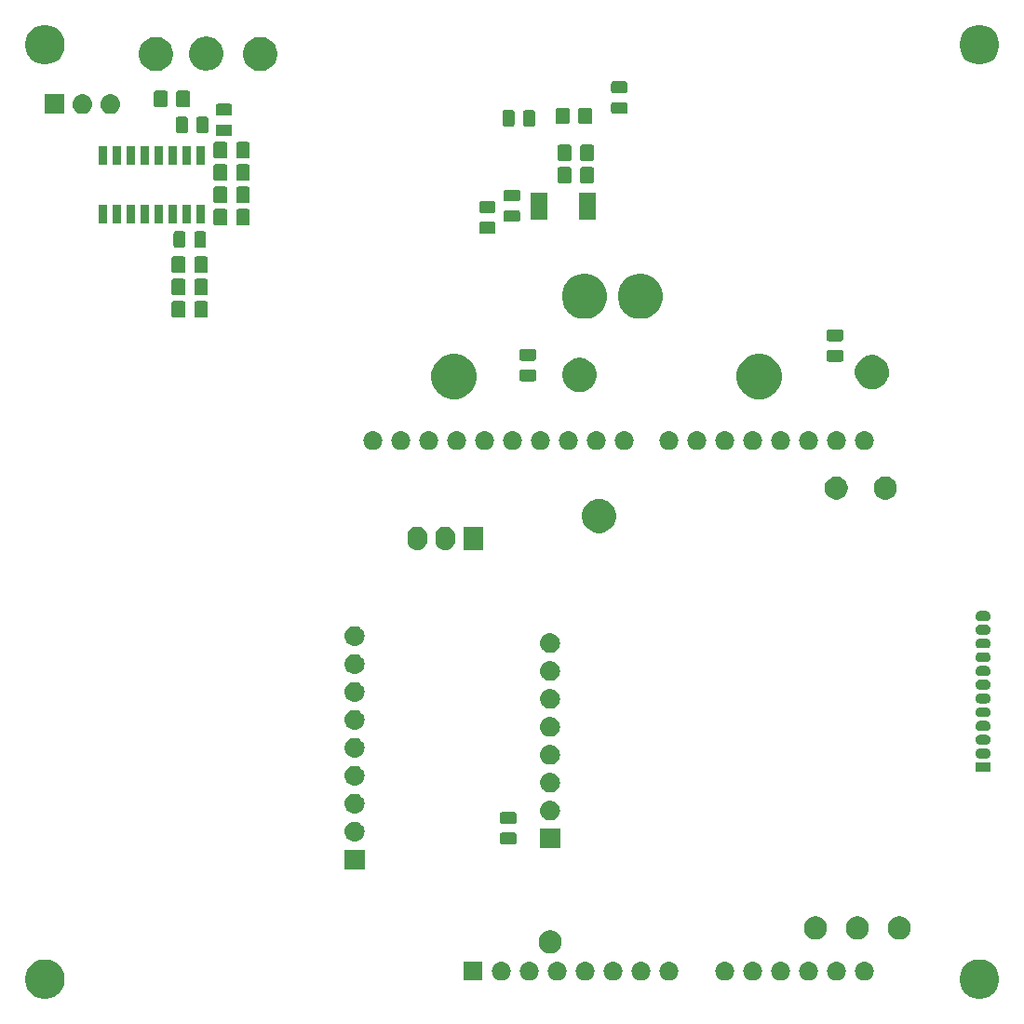
<source format=gbr>
G04 #@! TF.GenerationSoftware,KiCad,Pcbnew,(5.0.1)-3*
G04 #@! TF.CreationDate,2018-11-21T00:41:34-05:00*
G04 #@! TF.ProjectId,SMA_Driver_V1,534D415F4472697665725F56312E6B69,rev?*
G04 #@! TF.SameCoordinates,Original*
G04 #@! TF.FileFunction,Soldermask,Top*
G04 #@! TF.FilePolarity,Negative*
%FSLAX46Y46*%
G04 Gerber Fmt 4.6, Leading zero omitted, Abs format (unit mm)*
G04 Created by KiCad (PCBNEW (5.0.1)-3) date 11/21/2018 00:41:34*
%MOMM*%
%LPD*%
G01*
G04 APERTURE LIST*
%ADD10C,0.100000*%
G04 APERTURE END LIST*
D10*
G36*
X89525331Y-87268211D02*
X89853092Y-87403974D01*
X90148073Y-87601074D01*
X90398926Y-87851927D01*
X90596026Y-88146908D01*
X90731789Y-88474669D01*
X90801000Y-88822616D01*
X90801000Y-89177384D01*
X90731789Y-89525331D01*
X90596026Y-89853092D01*
X90398926Y-90148073D01*
X90148073Y-90398926D01*
X89853092Y-90596026D01*
X89525331Y-90731789D01*
X89177384Y-90801000D01*
X88822616Y-90801000D01*
X88474669Y-90731789D01*
X88146908Y-90596026D01*
X87851927Y-90398926D01*
X87601074Y-90148073D01*
X87403974Y-89853092D01*
X87268211Y-89525331D01*
X87199000Y-89177384D01*
X87199000Y-88822616D01*
X87268211Y-88474669D01*
X87403974Y-88146908D01*
X87601074Y-87851927D01*
X87851927Y-87601074D01*
X88146908Y-87403974D01*
X88474669Y-87268211D01*
X88822616Y-87199000D01*
X89177384Y-87199000D01*
X89525331Y-87268211D01*
X89525331Y-87268211D01*
G37*
G36*
X4525331Y-87268211D02*
X4853092Y-87403974D01*
X5148073Y-87601074D01*
X5398926Y-87851927D01*
X5596026Y-88146908D01*
X5731789Y-88474669D01*
X5801000Y-88822616D01*
X5801000Y-89177384D01*
X5731789Y-89525331D01*
X5596026Y-89853092D01*
X5398926Y-90148073D01*
X5148073Y-90398926D01*
X4853092Y-90596026D01*
X4525331Y-90731789D01*
X4177384Y-90801000D01*
X3822616Y-90801000D01*
X3474669Y-90731789D01*
X3146908Y-90596026D01*
X2851927Y-90398926D01*
X2601074Y-90148073D01*
X2403974Y-89853092D01*
X2268211Y-89525331D01*
X2199000Y-89177384D01*
X2199000Y-88822616D01*
X2268211Y-88474669D01*
X2403974Y-88146908D01*
X2601074Y-87851927D01*
X2851927Y-87601074D01*
X3146908Y-87403974D01*
X3474669Y-87268211D01*
X3822616Y-87199000D01*
X4177384Y-87199000D01*
X4525331Y-87268211D01*
X4525331Y-87268211D01*
G37*
G36*
X55843621Y-87426313D02*
X55843624Y-87426314D01*
X55843625Y-87426314D01*
X56004039Y-87474975D01*
X56004041Y-87474976D01*
X56004044Y-87474977D01*
X56151878Y-87553995D01*
X56281459Y-87660341D01*
X56387805Y-87789922D01*
X56466823Y-87937756D01*
X56515487Y-88098179D01*
X56531917Y-88265000D01*
X56515487Y-88431821D01*
X56515486Y-88431824D01*
X56515486Y-88431825D01*
X56502490Y-88474668D01*
X56466823Y-88592244D01*
X56387805Y-88740078D01*
X56281459Y-88869659D01*
X56151878Y-88976005D01*
X56004044Y-89055023D01*
X56004041Y-89055024D01*
X56004039Y-89055025D01*
X55843625Y-89103686D01*
X55843624Y-89103686D01*
X55843621Y-89103687D01*
X55718604Y-89116000D01*
X55634996Y-89116000D01*
X55509979Y-89103687D01*
X55509976Y-89103686D01*
X55509975Y-89103686D01*
X55349561Y-89055025D01*
X55349559Y-89055024D01*
X55349556Y-89055023D01*
X55201722Y-88976005D01*
X55072141Y-88869659D01*
X54965795Y-88740078D01*
X54886777Y-88592244D01*
X54851111Y-88474668D01*
X54838114Y-88431825D01*
X54838114Y-88431824D01*
X54838113Y-88431821D01*
X54821683Y-88265000D01*
X54838113Y-88098179D01*
X54886777Y-87937756D01*
X54965795Y-87789922D01*
X55072141Y-87660341D01*
X55201722Y-87553995D01*
X55349556Y-87474977D01*
X55349559Y-87474976D01*
X55349561Y-87474975D01*
X55509975Y-87426314D01*
X55509976Y-87426314D01*
X55509979Y-87426313D01*
X55634996Y-87414000D01*
X55718604Y-87414000D01*
X55843621Y-87426313D01*
X55843621Y-87426313D01*
G37*
G36*
X58383621Y-87426313D02*
X58383624Y-87426314D01*
X58383625Y-87426314D01*
X58544039Y-87474975D01*
X58544041Y-87474976D01*
X58544044Y-87474977D01*
X58691878Y-87553995D01*
X58821459Y-87660341D01*
X58927805Y-87789922D01*
X59006823Y-87937756D01*
X59055487Y-88098179D01*
X59071917Y-88265000D01*
X59055487Y-88431821D01*
X59055486Y-88431824D01*
X59055486Y-88431825D01*
X59042490Y-88474668D01*
X59006823Y-88592244D01*
X58927805Y-88740078D01*
X58821459Y-88869659D01*
X58691878Y-88976005D01*
X58544044Y-89055023D01*
X58544041Y-89055024D01*
X58544039Y-89055025D01*
X58383625Y-89103686D01*
X58383624Y-89103686D01*
X58383621Y-89103687D01*
X58258604Y-89116000D01*
X58174996Y-89116000D01*
X58049979Y-89103687D01*
X58049976Y-89103686D01*
X58049975Y-89103686D01*
X57889561Y-89055025D01*
X57889559Y-89055024D01*
X57889556Y-89055023D01*
X57741722Y-88976005D01*
X57612141Y-88869659D01*
X57505795Y-88740078D01*
X57426777Y-88592244D01*
X57391111Y-88474668D01*
X57378114Y-88431825D01*
X57378114Y-88431824D01*
X57378113Y-88431821D01*
X57361683Y-88265000D01*
X57378113Y-88098179D01*
X57426777Y-87937756D01*
X57505795Y-87789922D01*
X57612141Y-87660341D01*
X57741722Y-87553995D01*
X57889556Y-87474977D01*
X57889559Y-87474976D01*
X57889561Y-87474975D01*
X58049975Y-87426314D01*
X58049976Y-87426314D01*
X58049979Y-87426313D01*
X58174996Y-87414000D01*
X58258604Y-87414000D01*
X58383621Y-87426313D01*
X58383621Y-87426313D01*
G37*
G36*
X73623621Y-87426313D02*
X73623624Y-87426314D01*
X73623625Y-87426314D01*
X73784039Y-87474975D01*
X73784041Y-87474976D01*
X73784044Y-87474977D01*
X73931878Y-87553995D01*
X74061459Y-87660341D01*
X74167805Y-87789922D01*
X74246823Y-87937756D01*
X74295487Y-88098179D01*
X74311917Y-88265000D01*
X74295487Y-88431821D01*
X74295486Y-88431824D01*
X74295486Y-88431825D01*
X74282490Y-88474668D01*
X74246823Y-88592244D01*
X74167805Y-88740078D01*
X74061459Y-88869659D01*
X73931878Y-88976005D01*
X73784044Y-89055023D01*
X73784041Y-89055024D01*
X73784039Y-89055025D01*
X73623625Y-89103686D01*
X73623624Y-89103686D01*
X73623621Y-89103687D01*
X73498604Y-89116000D01*
X73414996Y-89116000D01*
X73289979Y-89103687D01*
X73289976Y-89103686D01*
X73289975Y-89103686D01*
X73129561Y-89055025D01*
X73129559Y-89055024D01*
X73129556Y-89055023D01*
X72981722Y-88976005D01*
X72852141Y-88869659D01*
X72745795Y-88740078D01*
X72666777Y-88592244D01*
X72631111Y-88474668D01*
X72618114Y-88431825D01*
X72618114Y-88431824D01*
X72618113Y-88431821D01*
X72601683Y-88265000D01*
X72618113Y-88098179D01*
X72666777Y-87937756D01*
X72745795Y-87789922D01*
X72852141Y-87660341D01*
X72981722Y-87553995D01*
X73129556Y-87474977D01*
X73129559Y-87474976D01*
X73129561Y-87474975D01*
X73289975Y-87426314D01*
X73289976Y-87426314D01*
X73289979Y-87426313D01*
X73414996Y-87414000D01*
X73498604Y-87414000D01*
X73623621Y-87426313D01*
X73623621Y-87426313D01*
G37*
G36*
X68543621Y-87426313D02*
X68543624Y-87426314D01*
X68543625Y-87426314D01*
X68704039Y-87474975D01*
X68704041Y-87474976D01*
X68704044Y-87474977D01*
X68851878Y-87553995D01*
X68981459Y-87660341D01*
X69087805Y-87789922D01*
X69166823Y-87937756D01*
X69215487Y-88098179D01*
X69231917Y-88265000D01*
X69215487Y-88431821D01*
X69215486Y-88431824D01*
X69215486Y-88431825D01*
X69202490Y-88474668D01*
X69166823Y-88592244D01*
X69087805Y-88740078D01*
X68981459Y-88869659D01*
X68851878Y-88976005D01*
X68704044Y-89055023D01*
X68704041Y-89055024D01*
X68704039Y-89055025D01*
X68543625Y-89103686D01*
X68543624Y-89103686D01*
X68543621Y-89103687D01*
X68418604Y-89116000D01*
X68334996Y-89116000D01*
X68209979Y-89103687D01*
X68209976Y-89103686D01*
X68209975Y-89103686D01*
X68049561Y-89055025D01*
X68049559Y-89055024D01*
X68049556Y-89055023D01*
X67901722Y-88976005D01*
X67772141Y-88869659D01*
X67665795Y-88740078D01*
X67586777Y-88592244D01*
X67551111Y-88474668D01*
X67538114Y-88431825D01*
X67538114Y-88431824D01*
X67538113Y-88431821D01*
X67521683Y-88265000D01*
X67538113Y-88098179D01*
X67586777Y-87937756D01*
X67665795Y-87789922D01*
X67772141Y-87660341D01*
X67901722Y-87553995D01*
X68049556Y-87474977D01*
X68049559Y-87474976D01*
X68049561Y-87474975D01*
X68209975Y-87426314D01*
X68209976Y-87426314D01*
X68209979Y-87426313D01*
X68334996Y-87414000D01*
X68418604Y-87414000D01*
X68543621Y-87426313D01*
X68543621Y-87426313D01*
G37*
G36*
X66003621Y-87426313D02*
X66003624Y-87426314D01*
X66003625Y-87426314D01*
X66164039Y-87474975D01*
X66164041Y-87474976D01*
X66164044Y-87474977D01*
X66311878Y-87553995D01*
X66441459Y-87660341D01*
X66547805Y-87789922D01*
X66626823Y-87937756D01*
X66675487Y-88098179D01*
X66691917Y-88265000D01*
X66675487Y-88431821D01*
X66675486Y-88431824D01*
X66675486Y-88431825D01*
X66662490Y-88474668D01*
X66626823Y-88592244D01*
X66547805Y-88740078D01*
X66441459Y-88869659D01*
X66311878Y-88976005D01*
X66164044Y-89055023D01*
X66164041Y-89055024D01*
X66164039Y-89055025D01*
X66003625Y-89103686D01*
X66003624Y-89103686D01*
X66003621Y-89103687D01*
X65878604Y-89116000D01*
X65794996Y-89116000D01*
X65669979Y-89103687D01*
X65669976Y-89103686D01*
X65669975Y-89103686D01*
X65509561Y-89055025D01*
X65509559Y-89055024D01*
X65509556Y-89055023D01*
X65361722Y-88976005D01*
X65232141Y-88869659D01*
X65125795Y-88740078D01*
X65046777Y-88592244D01*
X65011111Y-88474668D01*
X64998114Y-88431825D01*
X64998114Y-88431824D01*
X64998113Y-88431821D01*
X64981683Y-88265000D01*
X64998113Y-88098179D01*
X65046777Y-87937756D01*
X65125795Y-87789922D01*
X65232141Y-87660341D01*
X65361722Y-87553995D01*
X65509556Y-87474977D01*
X65509559Y-87474976D01*
X65509561Y-87474975D01*
X65669975Y-87426314D01*
X65669976Y-87426314D01*
X65669979Y-87426313D01*
X65794996Y-87414000D01*
X65878604Y-87414000D01*
X66003621Y-87426313D01*
X66003621Y-87426313D01*
G37*
G36*
X60923621Y-87426313D02*
X60923624Y-87426314D01*
X60923625Y-87426314D01*
X61084039Y-87474975D01*
X61084041Y-87474976D01*
X61084044Y-87474977D01*
X61231878Y-87553995D01*
X61361459Y-87660341D01*
X61467805Y-87789922D01*
X61546823Y-87937756D01*
X61595487Y-88098179D01*
X61611917Y-88265000D01*
X61595487Y-88431821D01*
X61595486Y-88431824D01*
X61595486Y-88431825D01*
X61582490Y-88474668D01*
X61546823Y-88592244D01*
X61467805Y-88740078D01*
X61361459Y-88869659D01*
X61231878Y-88976005D01*
X61084044Y-89055023D01*
X61084041Y-89055024D01*
X61084039Y-89055025D01*
X60923625Y-89103686D01*
X60923624Y-89103686D01*
X60923621Y-89103687D01*
X60798604Y-89116000D01*
X60714996Y-89116000D01*
X60589979Y-89103687D01*
X60589976Y-89103686D01*
X60589975Y-89103686D01*
X60429561Y-89055025D01*
X60429559Y-89055024D01*
X60429556Y-89055023D01*
X60281722Y-88976005D01*
X60152141Y-88869659D01*
X60045795Y-88740078D01*
X59966777Y-88592244D01*
X59931111Y-88474668D01*
X59918114Y-88431825D01*
X59918114Y-88431824D01*
X59918113Y-88431821D01*
X59901683Y-88265000D01*
X59918113Y-88098179D01*
X59966777Y-87937756D01*
X60045795Y-87789922D01*
X60152141Y-87660341D01*
X60281722Y-87553995D01*
X60429556Y-87474977D01*
X60429559Y-87474976D01*
X60429561Y-87474975D01*
X60589975Y-87426314D01*
X60589976Y-87426314D01*
X60589979Y-87426313D01*
X60714996Y-87414000D01*
X60798604Y-87414000D01*
X60923621Y-87426313D01*
X60923621Y-87426313D01*
G37*
G36*
X71083621Y-87426313D02*
X71083624Y-87426314D01*
X71083625Y-87426314D01*
X71244039Y-87474975D01*
X71244041Y-87474976D01*
X71244044Y-87474977D01*
X71391878Y-87553995D01*
X71521459Y-87660341D01*
X71627805Y-87789922D01*
X71706823Y-87937756D01*
X71755487Y-88098179D01*
X71771917Y-88265000D01*
X71755487Y-88431821D01*
X71755486Y-88431824D01*
X71755486Y-88431825D01*
X71742490Y-88474668D01*
X71706823Y-88592244D01*
X71627805Y-88740078D01*
X71521459Y-88869659D01*
X71391878Y-88976005D01*
X71244044Y-89055023D01*
X71244041Y-89055024D01*
X71244039Y-89055025D01*
X71083625Y-89103686D01*
X71083624Y-89103686D01*
X71083621Y-89103687D01*
X70958604Y-89116000D01*
X70874996Y-89116000D01*
X70749979Y-89103687D01*
X70749976Y-89103686D01*
X70749975Y-89103686D01*
X70589561Y-89055025D01*
X70589559Y-89055024D01*
X70589556Y-89055023D01*
X70441722Y-88976005D01*
X70312141Y-88869659D01*
X70205795Y-88740078D01*
X70126777Y-88592244D01*
X70091111Y-88474668D01*
X70078114Y-88431825D01*
X70078114Y-88431824D01*
X70078113Y-88431821D01*
X70061683Y-88265000D01*
X70078113Y-88098179D01*
X70126777Y-87937756D01*
X70205795Y-87789922D01*
X70312141Y-87660341D01*
X70441722Y-87553995D01*
X70589556Y-87474977D01*
X70589559Y-87474976D01*
X70589561Y-87474975D01*
X70749975Y-87426314D01*
X70749976Y-87426314D01*
X70749979Y-87426313D01*
X70874996Y-87414000D01*
X70958604Y-87414000D01*
X71083621Y-87426313D01*
X71083621Y-87426313D01*
G37*
G36*
X53303621Y-87426313D02*
X53303624Y-87426314D01*
X53303625Y-87426314D01*
X53464039Y-87474975D01*
X53464041Y-87474976D01*
X53464044Y-87474977D01*
X53611878Y-87553995D01*
X53741459Y-87660341D01*
X53847805Y-87789922D01*
X53926823Y-87937756D01*
X53975487Y-88098179D01*
X53991917Y-88265000D01*
X53975487Y-88431821D01*
X53975486Y-88431824D01*
X53975486Y-88431825D01*
X53962490Y-88474668D01*
X53926823Y-88592244D01*
X53847805Y-88740078D01*
X53741459Y-88869659D01*
X53611878Y-88976005D01*
X53464044Y-89055023D01*
X53464041Y-89055024D01*
X53464039Y-89055025D01*
X53303625Y-89103686D01*
X53303624Y-89103686D01*
X53303621Y-89103687D01*
X53178604Y-89116000D01*
X53094996Y-89116000D01*
X52969979Y-89103687D01*
X52969976Y-89103686D01*
X52969975Y-89103686D01*
X52809561Y-89055025D01*
X52809559Y-89055024D01*
X52809556Y-89055023D01*
X52661722Y-88976005D01*
X52532141Y-88869659D01*
X52425795Y-88740078D01*
X52346777Y-88592244D01*
X52311111Y-88474668D01*
X52298114Y-88431825D01*
X52298114Y-88431824D01*
X52298113Y-88431821D01*
X52281683Y-88265000D01*
X52298113Y-88098179D01*
X52346777Y-87937756D01*
X52425795Y-87789922D01*
X52532141Y-87660341D01*
X52661722Y-87553995D01*
X52809556Y-87474977D01*
X52809559Y-87474976D01*
X52809561Y-87474975D01*
X52969975Y-87426314D01*
X52969976Y-87426314D01*
X52969979Y-87426313D01*
X53094996Y-87414000D01*
X53178604Y-87414000D01*
X53303621Y-87426313D01*
X53303621Y-87426313D01*
G37*
G36*
X50763621Y-87426313D02*
X50763624Y-87426314D01*
X50763625Y-87426314D01*
X50924039Y-87474975D01*
X50924041Y-87474976D01*
X50924044Y-87474977D01*
X51071878Y-87553995D01*
X51201459Y-87660341D01*
X51307805Y-87789922D01*
X51386823Y-87937756D01*
X51435487Y-88098179D01*
X51451917Y-88265000D01*
X51435487Y-88431821D01*
X51435486Y-88431824D01*
X51435486Y-88431825D01*
X51422490Y-88474668D01*
X51386823Y-88592244D01*
X51307805Y-88740078D01*
X51201459Y-88869659D01*
X51071878Y-88976005D01*
X50924044Y-89055023D01*
X50924041Y-89055024D01*
X50924039Y-89055025D01*
X50763625Y-89103686D01*
X50763624Y-89103686D01*
X50763621Y-89103687D01*
X50638604Y-89116000D01*
X50554996Y-89116000D01*
X50429979Y-89103687D01*
X50429976Y-89103686D01*
X50429975Y-89103686D01*
X50269561Y-89055025D01*
X50269559Y-89055024D01*
X50269556Y-89055023D01*
X50121722Y-88976005D01*
X49992141Y-88869659D01*
X49885795Y-88740078D01*
X49806777Y-88592244D01*
X49771111Y-88474668D01*
X49758114Y-88431825D01*
X49758114Y-88431824D01*
X49758113Y-88431821D01*
X49741683Y-88265000D01*
X49758113Y-88098179D01*
X49806777Y-87937756D01*
X49885795Y-87789922D01*
X49992141Y-87660341D01*
X50121722Y-87553995D01*
X50269556Y-87474977D01*
X50269559Y-87474976D01*
X50269561Y-87474975D01*
X50429975Y-87426314D01*
X50429976Y-87426314D01*
X50429979Y-87426313D01*
X50554996Y-87414000D01*
X50638604Y-87414000D01*
X50763621Y-87426313D01*
X50763621Y-87426313D01*
G37*
G36*
X48223621Y-87426313D02*
X48223624Y-87426314D01*
X48223625Y-87426314D01*
X48384039Y-87474975D01*
X48384041Y-87474976D01*
X48384044Y-87474977D01*
X48531878Y-87553995D01*
X48661459Y-87660341D01*
X48767805Y-87789922D01*
X48846823Y-87937756D01*
X48895487Y-88098179D01*
X48911917Y-88265000D01*
X48895487Y-88431821D01*
X48895486Y-88431824D01*
X48895486Y-88431825D01*
X48882490Y-88474668D01*
X48846823Y-88592244D01*
X48767805Y-88740078D01*
X48661459Y-88869659D01*
X48531878Y-88976005D01*
X48384044Y-89055023D01*
X48384041Y-89055024D01*
X48384039Y-89055025D01*
X48223625Y-89103686D01*
X48223624Y-89103686D01*
X48223621Y-89103687D01*
X48098604Y-89116000D01*
X48014996Y-89116000D01*
X47889979Y-89103687D01*
X47889976Y-89103686D01*
X47889975Y-89103686D01*
X47729561Y-89055025D01*
X47729559Y-89055024D01*
X47729556Y-89055023D01*
X47581722Y-88976005D01*
X47452141Y-88869659D01*
X47345795Y-88740078D01*
X47266777Y-88592244D01*
X47231111Y-88474668D01*
X47218114Y-88431825D01*
X47218114Y-88431824D01*
X47218113Y-88431821D01*
X47201683Y-88265000D01*
X47218113Y-88098179D01*
X47266777Y-87937756D01*
X47345795Y-87789922D01*
X47452141Y-87660341D01*
X47581722Y-87553995D01*
X47729556Y-87474977D01*
X47729559Y-87474976D01*
X47729561Y-87474975D01*
X47889975Y-87426314D01*
X47889976Y-87426314D01*
X47889979Y-87426313D01*
X48014996Y-87414000D01*
X48098604Y-87414000D01*
X48223621Y-87426313D01*
X48223621Y-87426313D01*
G37*
G36*
X45683621Y-87426313D02*
X45683624Y-87426314D01*
X45683625Y-87426314D01*
X45844039Y-87474975D01*
X45844041Y-87474976D01*
X45844044Y-87474977D01*
X45991878Y-87553995D01*
X46121459Y-87660341D01*
X46227805Y-87789922D01*
X46306823Y-87937756D01*
X46355487Y-88098179D01*
X46371917Y-88265000D01*
X46355487Y-88431821D01*
X46355486Y-88431824D01*
X46355486Y-88431825D01*
X46342490Y-88474668D01*
X46306823Y-88592244D01*
X46227805Y-88740078D01*
X46121459Y-88869659D01*
X45991878Y-88976005D01*
X45844044Y-89055023D01*
X45844041Y-89055024D01*
X45844039Y-89055025D01*
X45683625Y-89103686D01*
X45683624Y-89103686D01*
X45683621Y-89103687D01*
X45558604Y-89116000D01*
X45474996Y-89116000D01*
X45349979Y-89103687D01*
X45349976Y-89103686D01*
X45349975Y-89103686D01*
X45189561Y-89055025D01*
X45189559Y-89055024D01*
X45189556Y-89055023D01*
X45041722Y-88976005D01*
X44912141Y-88869659D01*
X44805795Y-88740078D01*
X44726777Y-88592244D01*
X44691111Y-88474668D01*
X44678114Y-88431825D01*
X44678114Y-88431824D01*
X44678113Y-88431821D01*
X44661683Y-88265000D01*
X44678113Y-88098179D01*
X44726777Y-87937756D01*
X44805795Y-87789922D01*
X44912141Y-87660341D01*
X45041722Y-87553995D01*
X45189556Y-87474977D01*
X45189559Y-87474976D01*
X45189561Y-87474975D01*
X45349975Y-87426314D01*
X45349976Y-87426314D01*
X45349979Y-87426313D01*
X45474996Y-87414000D01*
X45558604Y-87414000D01*
X45683621Y-87426313D01*
X45683621Y-87426313D01*
G37*
G36*
X43827800Y-89116000D02*
X42125800Y-89116000D01*
X42125800Y-87414000D01*
X43827800Y-87414000D01*
X43827800Y-89116000D01*
X43827800Y-89116000D01*
G37*
G36*
X76163621Y-87426313D02*
X76163624Y-87426314D01*
X76163625Y-87426314D01*
X76324039Y-87474975D01*
X76324041Y-87474976D01*
X76324044Y-87474977D01*
X76471878Y-87553995D01*
X76601459Y-87660341D01*
X76707805Y-87789922D01*
X76786823Y-87937756D01*
X76835487Y-88098179D01*
X76851917Y-88265000D01*
X76835487Y-88431821D01*
X76835486Y-88431824D01*
X76835486Y-88431825D01*
X76822490Y-88474668D01*
X76786823Y-88592244D01*
X76707805Y-88740078D01*
X76601459Y-88869659D01*
X76471878Y-88976005D01*
X76324044Y-89055023D01*
X76324041Y-89055024D01*
X76324039Y-89055025D01*
X76163625Y-89103686D01*
X76163624Y-89103686D01*
X76163621Y-89103687D01*
X76038604Y-89116000D01*
X75954996Y-89116000D01*
X75829979Y-89103687D01*
X75829976Y-89103686D01*
X75829975Y-89103686D01*
X75669561Y-89055025D01*
X75669559Y-89055024D01*
X75669556Y-89055023D01*
X75521722Y-88976005D01*
X75392141Y-88869659D01*
X75285795Y-88740078D01*
X75206777Y-88592244D01*
X75171111Y-88474668D01*
X75158114Y-88431825D01*
X75158114Y-88431824D01*
X75158113Y-88431821D01*
X75141683Y-88265000D01*
X75158113Y-88098179D01*
X75206777Y-87937756D01*
X75285795Y-87789922D01*
X75392141Y-87660341D01*
X75521722Y-87553995D01*
X75669556Y-87474977D01*
X75669559Y-87474976D01*
X75669561Y-87474975D01*
X75829975Y-87426314D01*
X75829976Y-87426314D01*
X75829979Y-87426313D01*
X75954996Y-87414000D01*
X76038604Y-87414000D01*
X76163621Y-87426313D01*
X76163621Y-87426313D01*
G37*
G36*
X78703621Y-87426313D02*
X78703624Y-87426314D01*
X78703625Y-87426314D01*
X78864039Y-87474975D01*
X78864041Y-87474976D01*
X78864044Y-87474977D01*
X79011878Y-87553995D01*
X79141459Y-87660341D01*
X79247805Y-87789922D01*
X79326823Y-87937756D01*
X79375487Y-88098179D01*
X79391917Y-88265000D01*
X79375487Y-88431821D01*
X79375486Y-88431824D01*
X79375486Y-88431825D01*
X79362490Y-88474668D01*
X79326823Y-88592244D01*
X79247805Y-88740078D01*
X79141459Y-88869659D01*
X79011878Y-88976005D01*
X78864044Y-89055023D01*
X78864041Y-89055024D01*
X78864039Y-89055025D01*
X78703625Y-89103686D01*
X78703624Y-89103686D01*
X78703621Y-89103687D01*
X78578604Y-89116000D01*
X78494996Y-89116000D01*
X78369979Y-89103687D01*
X78369976Y-89103686D01*
X78369975Y-89103686D01*
X78209561Y-89055025D01*
X78209559Y-89055024D01*
X78209556Y-89055023D01*
X78061722Y-88976005D01*
X77932141Y-88869659D01*
X77825795Y-88740078D01*
X77746777Y-88592244D01*
X77711111Y-88474668D01*
X77698114Y-88431825D01*
X77698114Y-88431824D01*
X77698113Y-88431821D01*
X77681683Y-88265000D01*
X77698113Y-88098179D01*
X77746777Y-87937756D01*
X77825795Y-87789922D01*
X77932141Y-87660341D01*
X78061722Y-87553995D01*
X78209556Y-87474977D01*
X78209559Y-87474976D01*
X78209561Y-87474975D01*
X78369975Y-87426314D01*
X78369976Y-87426314D01*
X78369979Y-87426313D01*
X78494996Y-87414000D01*
X78578604Y-87414000D01*
X78703621Y-87426313D01*
X78703621Y-87426313D01*
G37*
G36*
X50268365Y-84587389D02*
X50459634Y-84666615D01*
X50631776Y-84781637D01*
X50778163Y-84928024D01*
X50893185Y-85100166D01*
X50972411Y-85291435D01*
X51012800Y-85494484D01*
X51012800Y-85701516D01*
X50972411Y-85904565D01*
X50893185Y-86095834D01*
X50778163Y-86267976D01*
X50631776Y-86414363D01*
X50459634Y-86529385D01*
X50268365Y-86608611D01*
X50065316Y-86649000D01*
X49858284Y-86649000D01*
X49655235Y-86608611D01*
X49463966Y-86529385D01*
X49291824Y-86414363D01*
X49145437Y-86267976D01*
X49030415Y-86095834D01*
X48951189Y-85904565D01*
X48910800Y-85701516D01*
X48910800Y-85494484D01*
X48951189Y-85291435D01*
X49030415Y-85100166D01*
X49145437Y-84928024D01*
X49291824Y-84781637D01*
X49463966Y-84666615D01*
X49655235Y-84587389D01*
X49858284Y-84547000D01*
X50065316Y-84547000D01*
X50268365Y-84587389D01*
X50268365Y-84587389D01*
G37*
G36*
X78208365Y-83317389D02*
X78399634Y-83396615D01*
X78571776Y-83511637D01*
X78718163Y-83658024D01*
X78833185Y-83830166D01*
X78912411Y-84021435D01*
X78952800Y-84224484D01*
X78952800Y-84431516D01*
X78912411Y-84634565D01*
X78833185Y-84825834D01*
X78718163Y-84997976D01*
X78571776Y-85144363D01*
X78399634Y-85259385D01*
X78208365Y-85338611D01*
X78005316Y-85379000D01*
X77798284Y-85379000D01*
X77595235Y-85338611D01*
X77403966Y-85259385D01*
X77231824Y-85144363D01*
X77085437Y-84997976D01*
X76970415Y-84825834D01*
X76891189Y-84634565D01*
X76850800Y-84431516D01*
X76850800Y-84224484D01*
X76891189Y-84021435D01*
X76970415Y-83830166D01*
X77085437Y-83658024D01*
X77231824Y-83511637D01*
X77403966Y-83396615D01*
X77595235Y-83317389D01*
X77798284Y-83277000D01*
X78005316Y-83277000D01*
X78208365Y-83317389D01*
X78208365Y-83317389D01*
G37*
G36*
X82018365Y-83317389D02*
X82209634Y-83396615D01*
X82381776Y-83511637D01*
X82528163Y-83658024D01*
X82643185Y-83830166D01*
X82722411Y-84021435D01*
X82762800Y-84224484D01*
X82762800Y-84431516D01*
X82722411Y-84634565D01*
X82643185Y-84825834D01*
X82528163Y-84997976D01*
X82381776Y-85144363D01*
X82209634Y-85259385D01*
X82018365Y-85338611D01*
X81815316Y-85379000D01*
X81608284Y-85379000D01*
X81405235Y-85338611D01*
X81213966Y-85259385D01*
X81041824Y-85144363D01*
X80895437Y-84997976D01*
X80780415Y-84825834D01*
X80701189Y-84634565D01*
X80660800Y-84431516D01*
X80660800Y-84224484D01*
X80701189Y-84021435D01*
X80780415Y-83830166D01*
X80895437Y-83658024D01*
X81041824Y-83511637D01*
X81213966Y-83396615D01*
X81405235Y-83317389D01*
X81608284Y-83277000D01*
X81815316Y-83277000D01*
X82018365Y-83317389D01*
X82018365Y-83317389D01*
G37*
G36*
X74398365Y-83317389D02*
X74589634Y-83396615D01*
X74761776Y-83511637D01*
X74908163Y-83658024D01*
X75023185Y-83830166D01*
X75102411Y-84021435D01*
X75142800Y-84224484D01*
X75142800Y-84431516D01*
X75102411Y-84634565D01*
X75023185Y-84825834D01*
X74908163Y-84997976D01*
X74761776Y-85144363D01*
X74589634Y-85259385D01*
X74398365Y-85338611D01*
X74195316Y-85379000D01*
X73988284Y-85379000D01*
X73785235Y-85338611D01*
X73593966Y-85259385D01*
X73421824Y-85144363D01*
X73275437Y-84997976D01*
X73160415Y-84825834D01*
X73081189Y-84634565D01*
X73040800Y-84431516D01*
X73040800Y-84224484D01*
X73081189Y-84021435D01*
X73160415Y-83830166D01*
X73275437Y-83658024D01*
X73421824Y-83511637D01*
X73593966Y-83396615D01*
X73785235Y-83317389D01*
X73988284Y-83277000D01*
X74195316Y-83277000D01*
X74398365Y-83317389D01*
X74398365Y-83317389D01*
G37*
G36*
X33082800Y-79006000D02*
X31280800Y-79006000D01*
X31280800Y-77204000D01*
X33082800Y-77204000D01*
X33082800Y-79006000D01*
X33082800Y-79006000D01*
G37*
G36*
X50862800Y-77101000D02*
X49060800Y-77101000D01*
X49060800Y-75299000D01*
X50862800Y-75299000D01*
X50862800Y-77101000D01*
X50862800Y-77101000D01*
G37*
G36*
X46736266Y-75666065D02*
X46774937Y-75677796D01*
X46810579Y-75696848D01*
X46841817Y-75722483D01*
X46867452Y-75753721D01*
X46886504Y-75789363D01*
X46898235Y-75828034D01*
X46902800Y-75874388D01*
X46902800Y-76525612D01*
X46898235Y-76571966D01*
X46886504Y-76610637D01*
X46867452Y-76646279D01*
X46841817Y-76677517D01*
X46810579Y-76703152D01*
X46774937Y-76722204D01*
X46736266Y-76733935D01*
X46689912Y-76738500D01*
X45613688Y-76738500D01*
X45567334Y-76733935D01*
X45528663Y-76722204D01*
X45493021Y-76703152D01*
X45461783Y-76677517D01*
X45436148Y-76646279D01*
X45417096Y-76610637D01*
X45405365Y-76571966D01*
X45400800Y-76525612D01*
X45400800Y-75874388D01*
X45405365Y-75828034D01*
X45417096Y-75789363D01*
X45436148Y-75753721D01*
X45461783Y-75722483D01*
X45493021Y-75696848D01*
X45528663Y-75677796D01*
X45567334Y-75666065D01*
X45613688Y-75661500D01*
X46689912Y-75661500D01*
X46736266Y-75666065D01*
X46736266Y-75666065D01*
G37*
G36*
X32292242Y-74670518D02*
X32358427Y-74677037D01*
X32471653Y-74711384D01*
X32528267Y-74728557D01*
X32556853Y-74743837D01*
X32684791Y-74812222D01*
X32720529Y-74841552D01*
X32821986Y-74924814D01*
X32905248Y-75026271D01*
X32934578Y-75062009D01*
X32934579Y-75062011D01*
X33018243Y-75218533D01*
X33018243Y-75218534D01*
X33069763Y-75388373D01*
X33087159Y-75565000D01*
X33069763Y-75741627D01*
X33066094Y-75753721D01*
X33018243Y-75911467D01*
X32944148Y-76050087D01*
X32934578Y-76067991D01*
X32905248Y-76103729D01*
X32821986Y-76205186D01*
X32720529Y-76288448D01*
X32684791Y-76317778D01*
X32684789Y-76317779D01*
X32528267Y-76401443D01*
X32471653Y-76418616D01*
X32358427Y-76452963D01*
X32292243Y-76459481D01*
X32226060Y-76466000D01*
X32137540Y-76466000D01*
X32071357Y-76459481D01*
X32005173Y-76452963D01*
X31891947Y-76418616D01*
X31835333Y-76401443D01*
X31678811Y-76317779D01*
X31678809Y-76317778D01*
X31643071Y-76288448D01*
X31541614Y-76205186D01*
X31458352Y-76103729D01*
X31429022Y-76067991D01*
X31419452Y-76050087D01*
X31345357Y-75911467D01*
X31297506Y-75753721D01*
X31293837Y-75741627D01*
X31276441Y-75565000D01*
X31293837Y-75388373D01*
X31345357Y-75218534D01*
X31345357Y-75218533D01*
X31429021Y-75062011D01*
X31429022Y-75062009D01*
X31458352Y-75026271D01*
X31541614Y-74924814D01*
X31643071Y-74841552D01*
X31678809Y-74812222D01*
X31806747Y-74743837D01*
X31835333Y-74728557D01*
X31891947Y-74711384D01*
X32005173Y-74677037D01*
X32071358Y-74670518D01*
X32137540Y-74664000D01*
X32226060Y-74664000D01*
X32292242Y-74670518D01*
X32292242Y-74670518D01*
G37*
G36*
X46736266Y-73791065D02*
X46774937Y-73802796D01*
X46810579Y-73821848D01*
X46841817Y-73847483D01*
X46867452Y-73878721D01*
X46886504Y-73914363D01*
X46898235Y-73953034D01*
X46902800Y-73999388D01*
X46902800Y-74650612D01*
X46898235Y-74696966D01*
X46886504Y-74735637D01*
X46867452Y-74771279D01*
X46841817Y-74802517D01*
X46810579Y-74828152D01*
X46774937Y-74847204D01*
X46736266Y-74858935D01*
X46689912Y-74863500D01*
X45613688Y-74863500D01*
X45567334Y-74858935D01*
X45528663Y-74847204D01*
X45493021Y-74828152D01*
X45461783Y-74802517D01*
X45436148Y-74771279D01*
X45417096Y-74735637D01*
X45405365Y-74696966D01*
X45400800Y-74650612D01*
X45400800Y-73999388D01*
X45405365Y-73953034D01*
X45417096Y-73914363D01*
X45436148Y-73878721D01*
X45461783Y-73847483D01*
X45493021Y-73821848D01*
X45528663Y-73802796D01*
X45567334Y-73791065D01*
X45613688Y-73786500D01*
X46689912Y-73786500D01*
X46736266Y-73791065D01*
X46736266Y-73791065D01*
G37*
G36*
X50072242Y-72765518D02*
X50138427Y-72772037D01*
X50251653Y-72806384D01*
X50308267Y-72823557D01*
X50446887Y-72897652D01*
X50464791Y-72907222D01*
X50500529Y-72936552D01*
X50601986Y-73019814D01*
X50685248Y-73121271D01*
X50714578Y-73157009D01*
X50714579Y-73157011D01*
X50798243Y-73313533D01*
X50798243Y-73313534D01*
X50849763Y-73483373D01*
X50867159Y-73660000D01*
X50849763Y-73836627D01*
X50826607Y-73912963D01*
X50798243Y-74006467D01*
X50771900Y-74055750D01*
X50714578Y-74162991D01*
X50685248Y-74198729D01*
X50601986Y-74300186D01*
X50500529Y-74383448D01*
X50464791Y-74412778D01*
X50464789Y-74412779D01*
X50308267Y-74496443D01*
X50251653Y-74513616D01*
X50138427Y-74547963D01*
X50072242Y-74554482D01*
X50006060Y-74561000D01*
X49917540Y-74561000D01*
X49851358Y-74554482D01*
X49785173Y-74547963D01*
X49671947Y-74513616D01*
X49615333Y-74496443D01*
X49458811Y-74412779D01*
X49458809Y-74412778D01*
X49423071Y-74383448D01*
X49321614Y-74300186D01*
X49238352Y-74198729D01*
X49209022Y-74162991D01*
X49151700Y-74055750D01*
X49125357Y-74006467D01*
X49096993Y-73912963D01*
X49073837Y-73836627D01*
X49056441Y-73660000D01*
X49073837Y-73483373D01*
X49125357Y-73313534D01*
X49125357Y-73313533D01*
X49209021Y-73157011D01*
X49209022Y-73157009D01*
X49238352Y-73121271D01*
X49321614Y-73019814D01*
X49423071Y-72936552D01*
X49458809Y-72907222D01*
X49476713Y-72897652D01*
X49615333Y-72823557D01*
X49671947Y-72806384D01*
X49785173Y-72772037D01*
X49851358Y-72765518D01*
X49917540Y-72759000D01*
X50006060Y-72759000D01*
X50072242Y-72765518D01*
X50072242Y-72765518D01*
G37*
G36*
X32292243Y-72130519D02*
X32358427Y-72137037D01*
X32471653Y-72171384D01*
X32528267Y-72188557D01*
X32666887Y-72262652D01*
X32684791Y-72272222D01*
X32720529Y-72301552D01*
X32821986Y-72384814D01*
X32905248Y-72486271D01*
X32934578Y-72522009D01*
X32934579Y-72522011D01*
X33018243Y-72678533D01*
X33018243Y-72678534D01*
X33069763Y-72848373D01*
X33087159Y-73025000D01*
X33069763Y-73201627D01*
X33035817Y-73313533D01*
X33018243Y-73371467D01*
X32958427Y-73483373D01*
X32934578Y-73527991D01*
X32905248Y-73563729D01*
X32821986Y-73665186D01*
X32720529Y-73748448D01*
X32684791Y-73777778D01*
X32684789Y-73777779D01*
X32528267Y-73861443D01*
X32471653Y-73878616D01*
X32358427Y-73912963D01*
X32292243Y-73919481D01*
X32226060Y-73926000D01*
X32137540Y-73926000D01*
X32071357Y-73919481D01*
X32005173Y-73912963D01*
X31891947Y-73878616D01*
X31835333Y-73861443D01*
X31678811Y-73777779D01*
X31678809Y-73777778D01*
X31643071Y-73748448D01*
X31541614Y-73665186D01*
X31458352Y-73563729D01*
X31429022Y-73527991D01*
X31405173Y-73483373D01*
X31345357Y-73371467D01*
X31327783Y-73313533D01*
X31293837Y-73201627D01*
X31276441Y-73025000D01*
X31293837Y-72848373D01*
X31345357Y-72678534D01*
X31345357Y-72678533D01*
X31429021Y-72522011D01*
X31429022Y-72522009D01*
X31458352Y-72486271D01*
X31541614Y-72384814D01*
X31643071Y-72301552D01*
X31678809Y-72272222D01*
X31696713Y-72262652D01*
X31835333Y-72188557D01*
X31891947Y-72171384D01*
X32005173Y-72137037D01*
X32071357Y-72130519D01*
X32137540Y-72124000D01*
X32226060Y-72124000D01*
X32292243Y-72130519D01*
X32292243Y-72130519D01*
G37*
G36*
X50072242Y-70225518D02*
X50138427Y-70232037D01*
X50251653Y-70266384D01*
X50308267Y-70283557D01*
X50446887Y-70357652D01*
X50464791Y-70367222D01*
X50500529Y-70396552D01*
X50601986Y-70479814D01*
X50685248Y-70581271D01*
X50714578Y-70617009D01*
X50714579Y-70617011D01*
X50798243Y-70773533D01*
X50798243Y-70773534D01*
X50849763Y-70943373D01*
X50867159Y-71120000D01*
X50849763Y-71296627D01*
X50842235Y-71321443D01*
X50798243Y-71466467D01*
X50724148Y-71605087D01*
X50714578Y-71622991D01*
X50685248Y-71658729D01*
X50601986Y-71760186D01*
X50500529Y-71843448D01*
X50464791Y-71872778D01*
X50464789Y-71872779D01*
X50308267Y-71956443D01*
X50251653Y-71973616D01*
X50138427Y-72007963D01*
X50072243Y-72014481D01*
X50006060Y-72021000D01*
X49917540Y-72021000D01*
X49851357Y-72014481D01*
X49785173Y-72007963D01*
X49671947Y-71973616D01*
X49615333Y-71956443D01*
X49458811Y-71872779D01*
X49458809Y-71872778D01*
X49423071Y-71843448D01*
X49321614Y-71760186D01*
X49238352Y-71658729D01*
X49209022Y-71622991D01*
X49199452Y-71605087D01*
X49125357Y-71466467D01*
X49081365Y-71321443D01*
X49073837Y-71296627D01*
X49056441Y-71120000D01*
X49073837Y-70943373D01*
X49125357Y-70773534D01*
X49125357Y-70773533D01*
X49209021Y-70617011D01*
X49209022Y-70617009D01*
X49238352Y-70581271D01*
X49321614Y-70479814D01*
X49423071Y-70396552D01*
X49458809Y-70367222D01*
X49476713Y-70357652D01*
X49615333Y-70283557D01*
X49671947Y-70266384D01*
X49785173Y-70232037D01*
X49851358Y-70225518D01*
X49917540Y-70219000D01*
X50006060Y-70219000D01*
X50072242Y-70225518D01*
X50072242Y-70225518D01*
G37*
G36*
X32292242Y-69590518D02*
X32358427Y-69597037D01*
X32471653Y-69631384D01*
X32528267Y-69648557D01*
X32666887Y-69722652D01*
X32684791Y-69732222D01*
X32720529Y-69761552D01*
X32821986Y-69844814D01*
X32890664Y-69928500D01*
X32934578Y-69982009D01*
X32934579Y-69982011D01*
X33018243Y-70138533D01*
X33021620Y-70149667D01*
X33069763Y-70308373D01*
X33087159Y-70485000D01*
X33069763Y-70661627D01*
X33035817Y-70773533D01*
X33018243Y-70831467D01*
X32958427Y-70943373D01*
X32934578Y-70987991D01*
X32905248Y-71023729D01*
X32821986Y-71125186D01*
X32720529Y-71208448D01*
X32684791Y-71237778D01*
X32684789Y-71237779D01*
X32528267Y-71321443D01*
X32471653Y-71338616D01*
X32358427Y-71372963D01*
X32292242Y-71379482D01*
X32226060Y-71386000D01*
X32137540Y-71386000D01*
X32071358Y-71379482D01*
X32005173Y-71372963D01*
X31891947Y-71338616D01*
X31835333Y-71321443D01*
X31678811Y-71237779D01*
X31678809Y-71237778D01*
X31643071Y-71208448D01*
X31541614Y-71125186D01*
X31458352Y-71023729D01*
X31429022Y-70987991D01*
X31405173Y-70943373D01*
X31345357Y-70831467D01*
X31327783Y-70773533D01*
X31293837Y-70661627D01*
X31276441Y-70485000D01*
X31293837Y-70308373D01*
X31341980Y-70149667D01*
X31345357Y-70138533D01*
X31429021Y-69982011D01*
X31429022Y-69982009D01*
X31472936Y-69928500D01*
X31541614Y-69844814D01*
X31643071Y-69761552D01*
X31678809Y-69732222D01*
X31696713Y-69722652D01*
X31835333Y-69648557D01*
X31891947Y-69631384D01*
X32005173Y-69597037D01*
X32071358Y-69590518D01*
X32137540Y-69584000D01*
X32226060Y-69584000D01*
X32292242Y-69590518D01*
X32292242Y-69590518D01*
G37*
G36*
X89901483Y-69255725D02*
X89931944Y-69264966D01*
X89960023Y-69279975D01*
X89984631Y-69300169D01*
X90004825Y-69324777D01*
X90019834Y-69352856D01*
X90029075Y-69383317D01*
X90032800Y-69421140D01*
X90032800Y-69984860D01*
X90029075Y-70022683D01*
X90019834Y-70053144D01*
X90004825Y-70081223D01*
X89984631Y-70105831D01*
X89960023Y-70126025D01*
X89931944Y-70141034D01*
X89901483Y-70150275D01*
X89863660Y-70154000D01*
X88799940Y-70154000D01*
X88762117Y-70150275D01*
X88731656Y-70141034D01*
X88703577Y-70126025D01*
X88678969Y-70105831D01*
X88658775Y-70081223D01*
X88643766Y-70053144D01*
X88634525Y-70022683D01*
X88630800Y-69984860D01*
X88630800Y-69421140D01*
X88634525Y-69383317D01*
X88643766Y-69352856D01*
X88658775Y-69324777D01*
X88678969Y-69300169D01*
X88703577Y-69279975D01*
X88731656Y-69264966D01*
X88762117Y-69255725D01*
X88799940Y-69252000D01*
X89863660Y-69252000D01*
X89901483Y-69255725D01*
X89901483Y-69255725D01*
G37*
G36*
X50072243Y-67685519D02*
X50138427Y-67692037D01*
X50251653Y-67726384D01*
X50308267Y-67743557D01*
X50446887Y-67817652D01*
X50464791Y-67827222D01*
X50500529Y-67856552D01*
X50601986Y-67939814D01*
X50679538Y-68034313D01*
X50714578Y-68077009D01*
X50714579Y-68077011D01*
X50798243Y-68233533D01*
X50798243Y-68233534D01*
X50849763Y-68403373D01*
X50867159Y-68580000D01*
X50849763Y-68756627D01*
X50844660Y-68773448D01*
X50798243Y-68926467D01*
X50724148Y-69065087D01*
X50714578Y-69082991D01*
X50685248Y-69118729D01*
X50601986Y-69220186D01*
X50516911Y-69290004D01*
X50464791Y-69332778D01*
X50464789Y-69332779D01*
X50308267Y-69416443D01*
X50252013Y-69433507D01*
X50138427Y-69467963D01*
X50072242Y-69474482D01*
X50006060Y-69481000D01*
X49917540Y-69481000D01*
X49851358Y-69474482D01*
X49785173Y-69467963D01*
X49671587Y-69433507D01*
X49615333Y-69416443D01*
X49458811Y-69332779D01*
X49458809Y-69332778D01*
X49406689Y-69290004D01*
X49321614Y-69220186D01*
X49238352Y-69118729D01*
X49209022Y-69082991D01*
X49199452Y-69065087D01*
X49125357Y-68926467D01*
X49078940Y-68773448D01*
X49073837Y-68756627D01*
X49056441Y-68580000D01*
X49073837Y-68403373D01*
X49125357Y-68233534D01*
X49125357Y-68233533D01*
X49209021Y-68077011D01*
X49209022Y-68077009D01*
X49244062Y-68034313D01*
X49321614Y-67939814D01*
X49423071Y-67856552D01*
X49458809Y-67827222D01*
X49476713Y-67817652D01*
X49615333Y-67743557D01*
X49671947Y-67726384D01*
X49785173Y-67692037D01*
X49851357Y-67685519D01*
X49917540Y-67679000D01*
X50006060Y-67679000D01*
X50072243Y-67685519D01*
X50072243Y-67685519D01*
G37*
G36*
X89670213Y-68008525D02*
X89745256Y-68031290D01*
X89755225Y-68034314D01*
X89833574Y-68076193D01*
X89902248Y-68132552D01*
X89958607Y-68201226D01*
X90000486Y-68279575D01*
X90000487Y-68279579D01*
X90026275Y-68364587D01*
X90034982Y-68453000D01*
X90026275Y-68541413D01*
X90003510Y-68616456D01*
X90000486Y-68626425D01*
X89958607Y-68704774D01*
X89902248Y-68773448D01*
X89833574Y-68829807D01*
X89755225Y-68871686D01*
X89745256Y-68874710D01*
X89670213Y-68897475D01*
X89603958Y-68904000D01*
X89059642Y-68904000D01*
X88993387Y-68897475D01*
X88918344Y-68874710D01*
X88908375Y-68871686D01*
X88830026Y-68829807D01*
X88761352Y-68773448D01*
X88704993Y-68704774D01*
X88663114Y-68626425D01*
X88660090Y-68616456D01*
X88637325Y-68541413D01*
X88628618Y-68453000D01*
X88637325Y-68364587D01*
X88663113Y-68279579D01*
X88663114Y-68279575D01*
X88704993Y-68201226D01*
X88761352Y-68132552D01*
X88830026Y-68076193D01*
X88908375Y-68034314D01*
X88918344Y-68031290D01*
X88993387Y-68008525D01*
X89059642Y-68002000D01*
X89603958Y-68002000D01*
X89670213Y-68008525D01*
X89670213Y-68008525D01*
G37*
G36*
X32292243Y-67050519D02*
X32358427Y-67057037D01*
X32471653Y-67091384D01*
X32528267Y-67108557D01*
X32666887Y-67182652D01*
X32684791Y-67192222D01*
X32720529Y-67221552D01*
X32821986Y-67304814D01*
X32905248Y-67406271D01*
X32934578Y-67442009D01*
X32934579Y-67442011D01*
X33018243Y-67598533D01*
X33033089Y-67647474D01*
X33069763Y-67768373D01*
X33087159Y-67945000D01*
X33069763Y-68121627D01*
X33045617Y-68201225D01*
X33018243Y-68291467D01*
X32979159Y-68364587D01*
X32934578Y-68447991D01*
X32930467Y-68453000D01*
X32821986Y-68585186D01*
X32720529Y-68668448D01*
X32684791Y-68697778D01*
X32671701Y-68704775D01*
X32528267Y-68781443D01*
X32471653Y-68798616D01*
X32358427Y-68832963D01*
X32292243Y-68839481D01*
X32226060Y-68846000D01*
X32137540Y-68846000D01*
X32071357Y-68839481D01*
X32005173Y-68832963D01*
X31891947Y-68798616D01*
X31835333Y-68781443D01*
X31691899Y-68704775D01*
X31678809Y-68697778D01*
X31643071Y-68668448D01*
X31541614Y-68585186D01*
X31433133Y-68453000D01*
X31429022Y-68447991D01*
X31384441Y-68364587D01*
X31345357Y-68291467D01*
X31317983Y-68201225D01*
X31293837Y-68121627D01*
X31276441Y-67945000D01*
X31293837Y-67768373D01*
X31330511Y-67647474D01*
X31345357Y-67598533D01*
X31429021Y-67442011D01*
X31429022Y-67442009D01*
X31458352Y-67406271D01*
X31541614Y-67304814D01*
X31643071Y-67221552D01*
X31678809Y-67192222D01*
X31696713Y-67182652D01*
X31835333Y-67108557D01*
X31891947Y-67091384D01*
X32005173Y-67057037D01*
X32071357Y-67050519D01*
X32137540Y-67044000D01*
X32226060Y-67044000D01*
X32292243Y-67050519D01*
X32292243Y-67050519D01*
G37*
G36*
X89670213Y-66758525D02*
X89745256Y-66781290D01*
X89755225Y-66784314D01*
X89833574Y-66826193D01*
X89902248Y-66882552D01*
X89958607Y-66951226D01*
X90000486Y-67029575D01*
X90000487Y-67029579D01*
X90026275Y-67114587D01*
X90034982Y-67203000D01*
X90026275Y-67291413D01*
X90003510Y-67366456D01*
X90000486Y-67376425D01*
X89958607Y-67454774D01*
X89902248Y-67523448D01*
X89833574Y-67579807D01*
X89755225Y-67621686D01*
X89745256Y-67624710D01*
X89670213Y-67647475D01*
X89603958Y-67654000D01*
X89059642Y-67654000D01*
X88993387Y-67647475D01*
X88918344Y-67624710D01*
X88908375Y-67621686D01*
X88830026Y-67579807D01*
X88761352Y-67523448D01*
X88704993Y-67454774D01*
X88663114Y-67376425D01*
X88660090Y-67366456D01*
X88637325Y-67291413D01*
X88628618Y-67203000D01*
X88637325Y-67114587D01*
X88663113Y-67029579D01*
X88663114Y-67029575D01*
X88704993Y-66951226D01*
X88761352Y-66882552D01*
X88830026Y-66826193D01*
X88908375Y-66784314D01*
X88918344Y-66781290D01*
X88993387Y-66758525D01*
X89059642Y-66752000D01*
X89603958Y-66752000D01*
X89670213Y-66758525D01*
X89670213Y-66758525D01*
G37*
G36*
X50072242Y-65145518D02*
X50138427Y-65152037D01*
X50251653Y-65186384D01*
X50308267Y-65203557D01*
X50446887Y-65277652D01*
X50464791Y-65287222D01*
X50500529Y-65316552D01*
X50601986Y-65399814D01*
X50685248Y-65501271D01*
X50714578Y-65537009D01*
X50714579Y-65537011D01*
X50798243Y-65693533D01*
X50815416Y-65750147D01*
X50849763Y-65863373D01*
X50867159Y-66040000D01*
X50849763Y-66216627D01*
X50826607Y-66292963D01*
X50798243Y-66386467D01*
X50792359Y-66397475D01*
X50714578Y-66542991D01*
X50685248Y-66578729D01*
X50601986Y-66680186D01*
X50514479Y-66752000D01*
X50464791Y-66792778D01*
X50464789Y-66792779D01*
X50308267Y-66876443D01*
X50251653Y-66893616D01*
X50138427Y-66927963D01*
X50072242Y-66934482D01*
X50006060Y-66941000D01*
X49917540Y-66941000D01*
X49851358Y-66934482D01*
X49785173Y-66927963D01*
X49671947Y-66893616D01*
X49615333Y-66876443D01*
X49458811Y-66792779D01*
X49458809Y-66792778D01*
X49409121Y-66752000D01*
X49321614Y-66680186D01*
X49238352Y-66578729D01*
X49209022Y-66542991D01*
X49131241Y-66397475D01*
X49125357Y-66386467D01*
X49096993Y-66292963D01*
X49073837Y-66216627D01*
X49056441Y-66040000D01*
X49073837Y-65863373D01*
X49108184Y-65750147D01*
X49125357Y-65693533D01*
X49209021Y-65537011D01*
X49209022Y-65537009D01*
X49238352Y-65501271D01*
X49321614Y-65399814D01*
X49423071Y-65316552D01*
X49458809Y-65287222D01*
X49476713Y-65277652D01*
X49615333Y-65203557D01*
X49671947Y-65186384D01*
X49785173Y-65152037D01*
X49851358Y-65145518D01*
X49917540Y-65139000D01*
X50006060Y-65139000D01*
X50072242Y-65145518D01*
X50072242Y-65145518D01*
G37*
G36*
X89670213Y-65508525D02*
X89745256Y-65531290D01*
X89755225Y-65534314D01*
X89833574Y-65576193D01*
X89902248Y-65632552D01*
X89958607Y-65701226D01*
X90000486Y-65779575D01*
X90000487Y-65779579D01*
X90026275Y-65864587D01*
X90034982Y-65953000D01*
X90026275Y-66041413D01*
X90003510Y-66116456D01*
X90000486Y-66126425D01*
X89958607Y-66204774D01*
X89902248Y-66273448D01*
X89833574Y-66329807D01*
X89755225Y-66371686D01*
X89745256Y-66374710D01*
X89670213Y-66397475D01*
X89603958Y-66404000D01*
X89059642Y-66404000D01*
X88993387Y-66397475D01*
X88918344Y-66374710D01*
X88908375Y-66371686D01*
X88830026Y-66329807D01*
X88761352Y-66273448D01*
X88704993Y-66204774D01*
X88663114Y-66126425D01*
X88660090Y-66116456D01*
X88637325Y-66041413D01*
X88628618Y-65953000D01*
X88637325Y-65864587D01*
X88663113Y-65779579D01*
X88663114Y-65779575D01*
X88704993Y-65701226D01*
X88761352Y-65632552D01*
X88830026Y-65576193D01*
X88908375Y-65534314D01*
X88918344Y-65531290D01*
X88993387Y-65508525D01*
X89059642Y-65502000D01*
X89603958Y-65502000D01*
X89670213Y-65508525D01*
X89670213Y-65508525D01*
G37*
G36*
X32292242Y-64510518D02*
X32358427Y-64517037D01*
X32471653Y-64551384D01*
X32528267Y-64568557D01*
X32666887Y-64642652D01*
X32684791Y-64652222D01*
X32720529Y-64681552D01*
X32821986Y-64764814D01*
X32905248Y-64866271D01*
X32934578Y-64902009D01*
X32934579Y-64902011D01*
X33018243Y-65058533D01*
X33018243Y-65058534D01*
X33069763Y-65228373D01*
X33087159Y-65405000D01*
X33069763Y-65581627D01*
X33054315Y-65632552D01*
X33018243Y-65751467D01*
X32958427Y-65863373D01*
X32934578Y-65907991D01*
X32905248Y-65943729D01*
X32821986Y-66045186D01*
X32720529Y-66128448D01*
X32684791Y-66157778D01*
X32684789Y-66157779D01*
X32528267Y-66241443D01*
X32471653Y-66258616D01*
X32358427Y-66292963D01*
X32292243Y-66299481D01*
X32226060Y-66306000D01*
X32137540Y-66306000D01*
X32071357Y-66299481D01*
X32005173Y-66292963D01*
X31891947Y-66258616D01*
X31835333Y-66241443D01*
X31678811Y-66157779D01*
X31678809Y-66157778D01*
X31643071Y-66128448D01*
X31541614Y-66045186D01*
X31458352Y-65943729D01*
X31429022Y-65907991D01*
X31405173Y-65863373D01*
X31345357Y-65751467D01*
X31309285Y-65632552D01*
X31293837Y-65581627D01*
X31276441Y-65405000D01*
X31293837Y-65228373D01*
X31345357Y-65058534D01*
X31345357Y-65058533D01*
X31429021Y-64902011D01*
X31429022Y-64902009D01*
X31458352Y-64866271D01*
X31541614Y-64764814D01*
X31643071Y-64681552D01*
X31678809Y-64652222D01*
X31696713Y-64642652D01*
X31835333Y-64568557D01*
X31891947Y-64551384D01*
X32005173Y-64517037D01*
X32071358Y-64510518D01*
X32137540Y-64504000D01*
X32226060Y-64504000D01*
X32292242Y-64510518D01*
X32292242Y-64510518D01*
G37*
G36*
X89670213Y-64258525D02*
X89745256Y-64281290D01*
X89755225Y-64284314D01*
X89833574Y-64326193D01*
X89902248Y-64382552D01*
X89958607Y-64451226D01*
X90000486Y-64529575D01*
X90000487Y-64529579D01*
X90026275Y-64614587D01*
X90034982Y-64703000D01*
X90026275Y-64791413D01*
X90003510Y-64866456D01*
X90000486Y-64876425D01*
X89958607Y-64954774D01*
X89902248Y-65023448D01*
X89833574Y-65079807D01*
X89755225Y-65121686D01*
X89745256Y-65124710D01*
X89670213Y-65147475D01*
X89603958Y-65154000D01*
X89059642Y-65154000D01*
X88993387Y-65147475D01*
X88918344Y-65124710D01*
X88908375Y-65121686D01*
X88830026Y-65079807D01*
X88761352Y-65023448D01*
X88704993Y-64954774D01*
X88663114Y-64876425D01*
X88660090Y-64866456D01*
X88637325Y-64791413D01*
X88628618Y-64703000D01*
X88637325Y-64614587D01*
X88663113Y-64529579D01*
X88663114Y-64529575D01*
X88704993Y-64451226D01*
X88761352Y-64382552D01*
X88830026Y-64326193D01*
X88908375Y-64284314D01*
X88918344Y-64281290D01*
X88993387Y-64258525D01*
X89059642Y-64252000D01*
X89603958Y-64252000D01*
X89670213Y-64258525D01*
X89670213Y-64258525D01*
G37*
G36*
X50072242Y-62605518D02*
X50138427Y-62612037D01*
X50251653Y-62646384D01*
X50308267Y-62663557D01*
X50446887Y-62737652D01*
X50464791Y-62747222D01*
X50500529Y-62776552D01*
X50601986Y-62859814D01*
X50685248Y-62961271D01*
X50714578Y-62997009D01*
X50714579Y-62997011D01*
X50798243Y-63153533D01*
X50798243Y-63153534D01*
X50849763Y-63323373D01*
X50867159Y-63500000D01*
X50849763Y-63676627D01*
X50841224Y-63704775D01*
X50798243Y-63846467D01*
X50724148Y-63985087D01*
X50714578Y-64002991D01*
X50685248Y-64038729D01*
X50601986Y-64140186D01*
X50500529Y-64223448D01*
X50464791Y-64252778D01*
X50464789Y-64252779D01*
X50308267Y-64336443D01*
X50251653Y-64353616D01*
X50138427Y-64387963D01*
X50072242Y-64394482D01*
X50006060Y-64401000D01*
X49917540Y-64401000D01*
X49851358Y-64394482D01*
X49785173Y-64387963D01*
X49671947Y-64353616D01*
X49615333Y-64336443D01*
X49458811Y-64252779D01*
X49458809Y-64252778D01*
X49423071Y-64223448D01*
X49321614Y-64140186D01*
X49238352Y-64038729D01*
X49209022Y-64002991D01*
X49199452Y-63985087D01*
X49125357Y-63846467D01*
X49082376Y-63704775D01*
X49073837Y-63676627D01*
X49056441Y-63500000D01*
X49073837Y-63323373D01*
X49125357Y-63153534D01*
X49125357Y-63153533D01*
X49209021Y-62997011D01*
X49209022Y-62997009D01*
X49238352Y-62961271D01*
X49321614Y-62859814D01*
X49423071Y-62776552D01*
X49458809Y-62747222D01*
X49476713Y-62737652D01*
X49615333Y-62663557D01*
X49671947Y-62646384D01*
X49785173Y-62612037D01*
X49851358Y-62605518D01*
X49917540Y-62599000D01*
X50006060Y-62599000D01*
X50072242Y-62605518D01*
X50072242Y-62605518D01*
G37*
G36*
X89670213Y-63008525D02*
X89745256Y-63031290D01*
X89755225Y-63034314D01*
X89833574Y-63076193D01*
X89902248Y-63132552D01*
X89958607Y-63201226D01*
X90000486Y-63279575D01*
X90000487Y-63279579D01*
X90026275Y-63364587D01*
X90034982Y-63453000D01*
X90026275Y-63541413D01*
X90003510Y-63616456D01*
X90000486Y-63626425D01*
X89958607Y-63704774D01*
X89902248Y-63773448D01*
X89833574Y-63829807D01*
X89755225Y-63871686D01*
X89745256Y-63874710D01*
X89670213Y-63897475D01*
X89603958Y-63904000D01*
X89059642Y-63904000D01*
X88993387Y-63897475D01*
X88918344Y-63874710D01*
X88908375Y-63871686D01*
X88830026Y-63829807D01*
X88761352Y-63773448D01*
X88704993Y-63704774D01*
X88663114Y-63626425D01*
X88660090Y-63616456D01*
X88637325Y-63541413D01*
X88628618Y-63453000D01*
X88637325Y-63364587D01*
X88663113Y-63279579D01*
X88663114Y-63279575D01*
X88704993Y-63201226D01*
X88761352Y-63132552D01*
X88830026Y-63076193D01*
X88908375Y-63034314D01*
X88918344Y-63031290D01*
X88993387Y-63008525D01*
X89059642Y-63002000D01*
X89603958Y-63002000D01*
X89670213Y-63008525D01*
X89670213Y-63008525D01*
G37*
G36*
X32292243Y-61970519D02*
X32358427Y-61977037D01*
X32471653Y-62011384D01*
X32528267Y-62028557D01*
X32666887Y-62102652D01*
X32684791Y-62112222D01*
X32720529Y-62141552D01*
X32821986Y-62224814D01*
X32905248Y-62326271D01*
X32934578Y-62362009D01*
X32934579Y-62362011D01*
X33018243Y-62518533D01*
X33018243Y-62518534D01*
X33069763Y-62688373D01*
X33087159Y-62865000D01*
X33069763Y-63041627D01*
X33059277Y-63076194D01*
X33018243Y-63211467D01*
X32981838Y-63279575D01*
X32934578Y-63367991D01*
X32905248Y-63403729D01*
X32821986Y-63505186D01*
X32720529Y-63588448D01*
X32684791Y-63617778D01*
X32684789Y-63617779D01*
X32528267Y-63701443D01*
X32471653Y-63718616D01*
X32358427Y-63752963D01*
X32292242Y-63759482D01*
X32226060Y-63766000D01*
X32137540Y-63766000D01*
X32071358Y-63759482D01*
X32005173Y-63752963D01*
X31891947Y-63718616D01*
X31835333Y-63701443D01*
X31678811Y-63617779D01*
X31678809Y-63617778D01*
X31643071Y-63588448D01*
X31541614Y-63505186D01*
X31458352Y-63403729D01*
X31429022Y-63367991D01*
X31381762Y-63279575D01*
X31345357Y-63211467D01*
X31304323Y-63076194D01*
X31293837Y-63041627D01*
X31276441Y-62865000D01*
X31293837Y-62688373D01*
X31345357Y-62518534D01*
X31345357Y-62518533D01*
X31429021Y-62362011D01*
X31429022Y-62362009D01*
X31458352Y-62326271D01*
X31541614Y-62224814D01*
X31643071Y-62141552D01*
X31678809Y-62112222D01*
X31696713Y-62102652D01*
X31835333Y-62028557D01*
X31891947Y-62011384D01*
X32005173Y-61977037D01*
X32071357Y-61970519D01*
X32137540Y-61964000D01*
X32226060Y-61964000D01*
X32292243Y-61970519D01*
X32292243Y-61970519D01*
G37*
G36*
X89670213Y-61758525D02*
X89745256Y-61781290D01*
X89755225Y-61784314D01*
X89833574Y-61826193D01*
X89902248Y-61882552D01*
X89958607Y-61951226D01*
X90000486Y-62029575D01*
X90000487Y-62029579D01*
X90026275Y-62114587D01*
X90034982Y-62203000D01*
X90026275Y-62291413D01*
X90004859Y-62362009D01*
X90000486Y-62376425D01*
X89958607Y-62454774D01*
X89902248Y-62523448D01*
X89833574Y-62579807D01*
X89755225Y-62621686D01*
X89745256Y-62624710D01*
X89670213Y-62647475D01*
X89603958Y-62654000D01*
X89059642Y-62654000D01*
X88993387Y-62647475D01*
X88918344Y-62624710D01*
X88908375Y-62621686D01*
X88830026Y-62579807D01*
X88761352Y-62523448D01*
X88704993Y-62454774D01*
X88663114Y-62376425D01*
X88658741Y-62362009D01*
X88637325Y-62291413D01*
X88628618Y-62203000D01*
X88637325Y-62114587D01*
X88663113Y-62029579D01*
X88663114Y-62029575D01*
X88704993Y-61951226D01*
X88761352Y-61882552D01*
X88830026Y-61826193D01*
X88908375Y-61784314D01*
X88918344Y-61781290D01*
X88993387Y-61758525D01*
X89059642Y-61752000D01*
X89603958Y-61752000D01*
X89670213Y-61758525D01*
X89670213Y-61758525D01*
G37*
G36*
X50072242Y-60065518D02*
X50138427Y-60072037D01*
X50251653Y-60106384D01*
X50308267Y-60123557D01*
X50446887Y-60197652D01*
X50464791Y-60207222D01*
X50500529Y-60236552D01*
X50601986Y-60319814D01*
X50685248Y-60421271D01*
X50714578Y-60457009D01*
X50714579Y-60457011D01*
X50798243Y-60613533D01*
X50798243Y-60613534D01*
X50849763Y-60783373D01*
X50867159Y-60960000D01*
X50849763Y-61136627D01*
X50826607Y-61212963D01*
X50798243Y-61306467D01*
X50749598Y-61397474D01*
X50714578Y-61462991D01*
X50685248Y-61498729D01*
X50601986Y-61600186D01*
X50500529Y-61683448D01*
X50464791Y-61712778D01*
X50464789Y-61712779D01*
X50308267Y-61796443D01*
X50251653Y-61813616D01*
X50138427Y-61847963D01*
X50072243Y-61854481D01*
X50006060Y-61861000D01*
X49917540Y-61861000D01*
X49851357Y-61854481D01*
X49785173Y-61847963D01*
X49671947Y-61813616D01*
X49615333Y-61796443D01*
X49458811Y-61712779D01*
X49458809Y-61712778D01*
X49423071Y-61683448D01*
X49321614Y-61600186D01*
X49238352Y-61498729D01*
X49209022Y-61462991D01*
X49174002Y-61397474D01*
X49125357Y-61306467D01*
X49096993Y-61212963D01*
X49073837Y-61136627D01*
X49056441Y-60960000D01*
X49073837Y-60783373D01*
X49125357Y-60613534D01*
X49125357Y-60613533D01*
X49209021Y-60457011D01*
X49209022Y-60457009D01*
X49238352Y-60421271D01*
X49321614Y-60319814D01*
X49423071Y-60236552D01*
X49458809Y-60207222D01*
X49476713Y-60197652D01*
X49615333Y-60123557D01*
X49671947Y-60106384D01*
X49785173Y-60072037D01*
X49851358Y-60065518D01*
X49917540Y-60059000D01*
X50006060Y-60059000D01*
X50072242Y-60065518D01*
X50072242Y-60065518D01*
G37*
G36*
X89670213Y-60508525D02*
X89745256Y-60531290D01*
X89755225Y-60534314D01*
X89833574Y-60576193D01*
X89902248Y-60632552D01*
X89958607Y-60701226D01*
X90000486Y-60779575D01*
X90000487Y-60779579D01*
X90026275Y-60864587D01*
X90034982Y-60953000D01*
X90026275Y-61041413D01*
X90003510Y-61116456D01*
X90000486Y-61126425D01*
X89958607Y-61204774D01*
X89902248Y-61273448D01*
X89833574Y-61329807D01*
X89755225Y-61371686D01*
X89745256Y-61374710D01*
X89670213Y-61397475D01*
X89603958Y-61404000D01*
X89059642Y-61404000D01*
X88993387Y-61397475D01*
X88918344Y-61374710D01*
X88908375Y-61371686D01*
X88830026Y-61329807D01*
X88761352Y-61273448D01*
X88704993Y-61204774D01*
X88663114Y-61126425D01*
X88660090Y-61116456D01*
X88637325Y-61041413D01*
X88628618Y-60953000D01*
X88637325Y-60864587D01*
X88663113Y-60779579D01*
X88663114Y-60779575D01*
X88704993Y-60701226D01*
X88761352Y-60632552D01*
X88830026Y-60576193D01*
X88908375Y-60534314D01*
X88918344Y-60531290D01*
X88993387Y-60508525D01*
X89059642Y-60502000D01*
X89603958Y-60502000D01*
X89670213Y-60508525D01*
X89670213Y-60508525D01*
G37*
G36*
X32292242Y-59430518D02*
X32358427Y-59437037D01*
X32471653Y-59471384D01*
X32528267Y-59488557D01*
X32666887Y-59562652D01*
X32684791Y-59572222D01*
X32720529Y-59601552D01*
X32821986Y-59684814D01*
X32905248Y-59786271D01*
X32934578Y-59822009D01*
X32934579Y-59822011D01*
X33018243Y-59978533D01*
X33035416Y-60035147D01*
X33069763Y-60148373D01*
X33087159Y-60325000D01*
X33069763Y-60501627D01*
X33047143Y-60576194D01*
X33018243Y-60671467D01*
X33002336Y-60701226D01*
X32934578Y-60827991D01*
X32905248Y-60863729D01*
X32821986Y-60965186D01*
X32729104Y-61041411D01*
X32684791Y-61077778D01*
X32684789Y-61077779D01*
X32528267Y-61161443D01*
X32471653Y-61178616D01*
X32358427Y-61212963D01*
X32292242Y-61219482D01*
X32226060Y-61226000D01*
X32137540Y-61226000D01*
X32071358Y-61219482D01*
X32005173Y-61212963D01*
X31891947Y-61178616D01*
X31835333Y-61161443D01*
X31678811Y-61077779D01*
X31678809Y-61077778D01*
X31634496Y-61041411D01*
X31541614Y-60965186D01*
X31458352Y-60863729D01*
X31429022Y-60827991D01*
X31361264Y-60701226D01*
X31345357Y-60671467D01*
X31316457Y-60576194D01*
X31293837Y-60501627D01*
X31276441Y-60325000D01*
X31293837Y-60148373D01*
X31328184Y-60035147D01*
X31345357Y-59978533D01*
X31429021Y-59822011D01*
X31429022Y-59822009D01*
X31458352Y-59786271D01*
X31541614Y-59684814D01*
X31643071Y-59601552D01*
X31678809Y-59572222D01*
X31696713Y-59562652D01*
X31835333Y-59488557D01*
X31891947Y-59471384D01*
X32005173Y-59437037D01*
X32071358Y-59430518D01*
X32137540Y-59424000D01*
X32226060Y-59424000D01*
X32292242Y-59430518D01*
X32292242Y-59430518D01*
G37*
G36*
X89670213Y-59258525D02*
X89745256Y-59281290D01*
X89755225Y-59284314D01*
X89833574Y-59326193D01*
X89902248Y-59382552D01*
X89958607Y-59451226D01*
X90000486Y-59529575D01*
X90000487Y-59529579D01*
X90026275Y-59614587D01*
X90034982Y-59703000D01*
X90026275Y-59791413D01*
X90003510Y-59866456D01*
X90000486Y-59876425D01*
X89958607Y-59954774D01*
X89902248Y-60023448D01*
X89833574Y-60079807D01*
X89755225Y-60121686D01*
X89749057Y-60123557D01*
X89670213Y-60147475D01*
X89603958Y-60154000D01*
X89059642Y-60154000D01*
X88993387Y-60147475D01*
X88914543Y-60123557D01*
X88908375Y-60121686D01*
X88830026Y-60079807D01*
X88761352Y-60023448D01*
X88704993Y-59954774D01*
X88663114Y-59876425D01*
X88660090Y-59866456D01*
X88637325Y-59791413D01*
X88628618Y-59703000D01*
X88637325Y-59614587D01*
X88663113Y-59529579D01*
X88663114Y-59529575D01*
X88704993Y-59451226D01*
X88761352Y-59382552D01*
X88830026Y-59326193D01*
X88908375Y-59284314D01*
X88918344Y-59281290D01*
X88993387Y-59258525D01*
X89059642Y-59252000D01*
X89603958Y-59252000D01*
X89670213Y-59258525D01*
X89670213Y-59258525D01*
G37*
G36*
X50072243Y-57525519D02*
X50138427Y-57532037D01*
X50251653Y-57566384D01*
X50308267Y-57583557D01*
X50427847Y-57647475D01*
X50464791Y-57667222D01*
X50500529Y-57696552D01*
X50601986Y-57779814D01*
X50685248Y-57881271D01*
X50714578Y-57917009D01*
X50714579Y-57917011D01*
X50798243Y-58073533D01*
X50798243Y-58073534D01*
X50849763Y-58243373D01*
X50867159Y-58420000D01*
X50849763Y-58596627D01*
X50826607Y-58672963D01*
X50798243Y-58766467D01*
X50742001Y-58871686D01*
X50714578Y-58922991D01*
X50685248Y-58958729D01*
X50601986Y-59060186D01*
X50500529Y-59143448D01*
X50464791Y-59172778D01*
X50464789Y-59172779D01*
X50308267Y-59256443D01*
X50251653Y-59273616D01*
X50138427Y-59307963D01*
X50072242Y-59314482D01*
X50006060Y-59321000D01*
X49917540Y-59321000D01*
X49851358Y-59314482D01*
X49785173Y-59307963D01*
X49671947Y-59273616D01*
X49615333Y-59256443D01*
X49458811Y-59172779D01*
X49458809Y-59172778D01*
X49423071Y-59143448D01*
X49321614Y-59060186D01*
X49238352Y-58958729D01*
X49209022Y-58922991D01*
X49181599Y-58871686D01*
X49125357Y-58766467D01*
X49096993Y-58672963D01*
X49073837Y-58596627D01*
X49056441Y-58420000D01*
X49073837Y-58243373D01*
X49125357Y-58073534D01*
X49125357Y-58073533D01*
X49209021Y-57917011D01*
X49209022Y-57917009D01*
X49238352Y-57881271D01*
X49321614Y-57779814D01*
X49423071Y-57696552D01*
X49458809Y-57667222D01*
X49495753Y-57647475D01*
X49615333Y-57583557D01*
X49671947Y-57566384D01*
X49785173Y-57532037D01*
X49851357Y-57525519D01*
X49917540Y-57519000D01*
X50006060Y-57519000D01*
X50072243Y-57525519D01*
X50072243Y-57525519D01*
G37*
G36*
X89670213Y-58008525D02*
X89745256Y-58031290D01*
X89755225Y-58034314D01*
X89833574Y-58076193D01*
X89902248Y-58132552D01*
X89958607Y-58201226D01*
X90000486Y-58279575D01*
X90000487Y-58279579D01*
X90026275Y-58364587D01*
X90034982Y-58453000D01*
X90026275Y-58541413D01*
X90009525Y-58596627D01*
X90000486Y-58626425D01*
X89958607Y-58704774D01*
X89902248Y-58773448D01*
X89833574Y-58829807D01*
X89755225Y-58871686D01*
X89745256Y-58874710D01*
X89670213Y-58897475D01*
X89603958Y-58904000D01*
X89059642Y-58904000D01*
X88993387Y-58897475D01*
X88918344Y-58874710D01*
X88908375Y-58871686D01*
X88830026Y-58829807D01*
X88761352Y-58773448D01*
X88704993Y-58704774D01*
X88663114Y-58626425D01*
X88654075Y-58596627D01*
X88637325Y-58541413D01*
X88628618Y-58453000D01*
X88637325Y-58364587D01*
X88663113Y-58279579D01*
X88663114Y-58279575D01*
X88704993Y-58201226D01*
X88761352Y-58132552D01*
X88830026Y-58076193D01*
X88908375Y-58034314D01*
X88918344Y-58031290D01*
X88993387Y-58008525D01*
X89059642Y-58002000D01*
X89603958Y-58002000D01*
X89670213Y-58008525D01*
X89670213Y-58008525D01*
G37*
G36*
X32292242Y-56890518D02*
X32358427Y-56897037D01*
X32471653Y-56931384D01*
X32528267Y-56948557D01*
X32666887Y-57022652D01*
X32684791Y-57032222D01*
X32720529Y-57061552D01*
X32821986Y-57144814D01*
X32869737Y-57203000D01*
X32934578Y-57282009D01*
X32939605Y-57291413D01*
X33018243Y-57438533D01*
X33023170Y-57454775D01*
X33069763Y-57608373D01*
X33087159Y-57785000D01*
X33069763Y-57961627D01*
X33035817Y-58073533D01*
X33018243Y-58131467D01*
X33017663Y-58132552D01*
X32934578Y-58287991D01*
X32905248Y-58323729D01*
X32821986Y-58425186D01*
X32720529Y-58508448D01*
X32684791Y-58537778D01*
X32684789Y-58537779D01*
X32528267Y-58621443D01*
X32511856Y-58626421D01*
X32358427Y-58672963D01*
X32292242Y-58679482D01*
X32226060Y-58686000D01*
X32137540Y-58686000D01*
X32071358Y-58679482D01*
X32005173Y-58672963D01*
X31851744Y-58626421D01*
X31835333Y-58621443D01*
X31678811Y-58537779D01*
X31678809Y-58537778D01*
X31643071Y-58508448D01*
X31541614Y-58425186D01*
X31458352Y-58323729D01*
X31429022Y-58287991D01*
X31345937Y-58132552D01*
X31345357Y-58131467D01*
X31327783Y-58073533D01*
X31293837Y-57961627D01*
X31276441Y-57785000D01*
X31293837Y-57608373D01*
X31340430Y-57454775D01*
X31345357Y-57438533D01*
X31423995Y-57291413D01*
X31429022Y-57282009D01*
X31493863Y-57203000D01*
X31541614Y-57144814D01*
X31643071Y-57061552D01*
X31678809Y-57032222D01*
X31696713Y-57022652D01*
X31835333Y-56948557D01*
X31891947Y-56931384D01*
X32005173Y-56897037D01*
X32071358Y-56890518D01*
X32137540Y-56884000D01*
X32226060Y-56884000D01*
X32292242Y-56890518D01*
X32292242Y-56890518D01*
G37*
G36*
X89670213Y-56758525D02*
X89745256Y-56781290D01*
X89755225Y-56784314D01*
X89833574Y-56826193D01*
X89902248Y-56882552D01*
X89958607Y-56951226D01*
X90000486Y-57029575D01*
X90001289Y-57032222D01*
X90026275Y-57114587D01*
X90034982Y-57203000D01*
X90026275Y-57291413D01*
X90003510Y-57366456D01*
X90000486Y-57376425D01*
X89958607Y-57454774D01*
X89902248Y-57523448D01*
X89833574Y-57579807D01*
X89755225Y-57621686D01*
X89745256Y-57624710D01*
X89670213Y-57647475D01*
X89603958Y-57654000D01*
X89059642Y-57654000D01*
X88993387Y-57647475D01*
X88918344Y-57624710D01*
X88908375Y-57621686D01*
X88830026Y-57579807D01*
X88761352Y-57523448D01*
X88704993Y-57454774D01*
X88663114Y-57376425D01*
X88660090Y-57366456D01*
X88637325Y-57291413D01*
X88628618Y-57203000D01*
X88637325Y-57114587D01*
X88662311Y-57032222D01*
X88663114Y-57029575D01*
X88704993Y-56951226D01*
X88761352Y-56882552D01*
X88830026Y-56826193D01*
X88908375Y-56784314D01*
X88918344Y-56781290D01*
X88993387Y-56758525D01*
X89059642Y-56752000D01*
X89603958Y-56752000D01*
X89670213Y-56758525D01*
X89670213Y-56758525D01*
G37*
G36*
X89670213Y-55508525D02*
X89745256Y-55531290D01*
X89755225Y-55534314D01*
X89833574Y-55576193D01*
X89902248Y-55632552D01*
X89958607Y-55701226D01*
X90000486Y-55779575D01*
X90000487Y-55779579D01*
X90026275Y-55864587D01*
X90034982Y-55953000D01*
X90026275Y-56041413D01*
X90003510Y-56116456D01*
X90000486Y-56126425D01*
X89958607Y-56204774D01*
X89902248Y-56273448D01*
X89833574Y-56329807D01*
X89755225Y-56371686D01*
X89745256Y-56374710D01*
X89670213Y-56397475D01*
X89603958Y-56404000D01*
X89059642Y-56404000D01*
X88993387Y-56397475D01*
X88918344Y-56374710D01*
X88908375Y-56371686D01*
X88830026Y-56329807D01*
X88761352Y-56273448D01*
X88704993Y-56204774D01*
X88663114Y-56126425D01*
X88660090Y-56116456D01*
X88637325Y-56041413D01*
X88628618Y-55953000D01*
X88637325Y-55864587D01*
X88663113Y-55779579D01*
X88663114Y-55779575D01*
X88704993Y-55701226D01*
X88761352Y-55632552D01*
X88830026Y-55576193D01*
X88908375Y-55534314D01*
X88918344Y-55531290D01*
X88993387Y-55508525D01*
X89059642Y-55502000D01*
X89603958Y-55502000D01*
X89670213Y-55508525D01*
X89670213Y-55508525D01*
G37*
G36*
X40586818Y-47839344D02*
X40616369Y-47842254D01*
X40702700Y-47868443D01*
X40789034Y-47894632D01*
X40948165Y-47979689D01*
X41087644Y-48094156D01*
X41202111Y-48233635D01*
X41287168Y-48392766D01*
X41293609Y-48414000D01*
X41339546Y-48565432D01*
X41339546Y-48565434D01*
X41352800Y-48700003D01*
X41352800Y-49089998D01*
X41342859Y-49190925D01*
X41339546Y-49224569D01*
X41313357Y-49310901D01*
X41287168Y-49397234D01*
X41202111Y-49556365D01*
X41087644Y-49695844D01*
X40948166Y-49810309D01*
X40948164Y-49810311D01*
X40789033Y-49895368D01*
X40616368Y-49947746D01*
X40586817Y-49950656D01*
X40436800Y-49965432D01*
X40286782Y-49950656D01*
X40257231Y-49947746D01*
X40170899Y-49921557D01*
X40084566Y-49895368D01*
X39925435Y-49810311D01*
X39785956Y-49695844D01*
X39671489Y-49556364D01*
X39586432Y-49397233D01*
X39586432Y-49397232D01*
X39534054Y-49224568D01*
X39530740Y-49190924D01*
X39520800Y-49089997D01*
X39520800Y-48700002D01*
X39534054Y-48565433D01*
X39534054Y-48565431D01*
X39579991Y-48414000D01*
X39586432Y-48392766D01*
X39671489Y-48233635D01*
X39785957Y-48094156D01*
X39925436Y-47979689D01*
X40084567Y-47894632D01*
X40170901Y-47868443D01*
X40257232Y-47842254D01*
X40286783Y-47839344D01*
X40436800Y-47824568D01*
X40586818Y-47839344D01*
X40586818Y-47839344D01*
G37*
G36*
X38046818Y-47839344D02*
X38076369Y-47842254D01*
X38162700Y-47868443D01*
X38249034Y-47894632D01*
X38408165Y-47979689D01*
X38547644Y-48094156D01*
X38662111Y-48233635D01*
X38747168Y-48392766D01*
X38753609Y-48414000D01*
X38799546Y-48565432D01*
X38799546Y-48565434D01*
X38812800Y-48700003D01*
X38812800Y-49089998D01*
X38802859Y-49190925D01*
X38799546Y-49224569D01*
X38773357Y-49310901D01*
X38747168Y-49397234D01*
X38662111Y-49556365D01*
X38547644Y-49695844D01*
X38408166Y-49810309D01*
X38408164Y-49810311D01*
X38249033Y-49895368D01*
X38076368Y-49947746D01*
X38046817Y-49950656D01*
X37896800Y-49965432D01*
X37746782Y-49950656D01*
X37717231Y-49947746D01*
X37630899Y-49921557D01*
X37544566Y-49895368D01*
X37385435Y-49810311D01*
X37245956Y-49695844D01*
X37131489Y-49556364D01*
X37046432Y-49397233D01*
X37046432Y-49397232D01*
X36994054Y-49224568D01*
X36990741Y-49190924D01*
X36980800Y-49089997D01*
X36980800Y-48700002D01*
X36994054Y-48565433D01*
X36994054Y-48565431D01*
X37039991Y-48414000D01*
X37046432Y-48392766D01*
X37131489Y-48233635D01*
X37245957Y-48094156D01*
X37385436Y-47979689D01*
X37544567Y-47894632D01*
X37630901Y-47868443D01*
X37717232Y-47842254D01*
X37746783Y-47839344D01*
X37896800Y-47824568D01*
X38046818Y-47839344D01*
X38046818Y-47839344D01*
G37*
G36*
X43892800Y-49961000D02*
X42060800Y-49961000D01*
X42060800Y-47829000D01*
X43892800Y-47829000D01*
X43892800Y-49961000D01*
X43892800Y-49961000D01*
G37*
G36*
X54759327Y-45351736D02*
X54859210Y-45371604D01*
X55141474Y-45488521D01*
X55395505Y-45658259D01*
X55611541Y-45874295D01*
X55781279Y-46128326D01*
X55898196Y-46410590D01*
X55957800Y-46710240D01*
X55957800Y-47015760D01*
X55898196Y-47315410D01*
X55781279Y-47597674D01*
X55611541Y-47851705D01*
X55395505Y-48067741D01*
X55141474Y-48237479D01*
X54859210Y-48354396D01*
X54759327Y-48374264D01*
X54559562Y-48414000D01*
X54254038Y-48414000D01*
X54054273Y-48374264D01*
X53954390Y-48354396D01*
X53672126Y-48237479D01*
X53418095Y-48067741D01*
X53202059Y-47851705D01*
X53032321Y-47597674D01*
X52915404Y-47315410D01*
X52855800Y-47015760D01*
X52855800Y-46710240D01*
X52915404Y-46410590D01*
X53032321Y-46128326D01*
X53202059Y-45874295D01*
X53418095Y-45658259D01*
X53672126Y-45488521D01*
X53954390Y-45371604D01*
X54054273Y-45351736D01*
X54254038Y-45312000D01*
X54559562Y-45312000D01*
X54759327Y-45351736D01*
X54759327Y-45351736D01*
G37*
G36*
X80748365Y-43312389D02*
X80939634Y-43391615D01*
X81111776Y-43506637D01*
X81258163Y-43653024D01*
X81373185Y-43825166D01*
X81452411Y-44016435D01*
X81492800Y-44219484D01*
X81492800Y-44426516D01*
X81452411Y-44629565D01*
X81373185Y-44820834D01*
X81258163Y-44992976D01*
X81111776Y-45139363D01*
X80939634Y-45254385D01*
X80748365Y-45333611D01*
X80545316Y-45374000D01*
X80338284Y-45374000D01*
X80135235Y-45333611D01*
X79943966Y-45254385D01*
X79771824Y-45139363D01*
X79625437Y-44992976D01*
X79510415Y-44820834D01*
X79431189Y-44629565D01*
X79390800Y-44426516D01*
X79390800Y-44219484D01*
X79431189Y-44016435D01*
X79510415Y-43825166D01*
X79625437Y-43653024D01*
X79771824Y-43506637D01*
X79943966Y-43391615D01*
X80135235Y-43312389D01*
X80338284Y-43272000D01*
X80545316Y-43272000D01*
X80748365Y-43312389D01*
X80748365Y-43312389D01*
G37*
G36*
X76303365Y-43312389D02*
X76494634Y-43391615D01*
X76666776Y-43506637D01*
X76813163Y-43653024D01*
X76928185Y-43825166D01*
X77007411Y-44016435D01*
X77047800Y-44219484D01*
X77047800Y-44426516D01*
X77007411Y-44629565D01*
X76928185Y-44820834D01*
X76813163Y-44992976D01*
X76666776Y-45139363D01*
X76494634Y-45254385D01*
X76303365Y-45333611D01*
X76100316Y-45374000D01*
X75893284Y-45374000D01*
X75690235Y-45333611D01*
X75498966Y-45254385D01*
X75326824Y-45139363D01*
X75180437Y-44992976D01*
X75065415Y-44820834D01*
X74986189Y-44629565D01*
X74945800Y-44426516D01*
X74945800Y-44219484D01*
X74986189Y-44016435D01*
X75065415Y-43825166D01*
X75180437Y-43653024D01*
X75326824Y-43506637D01*
X75498966Y-43391615D01*
X75690235Y-43312389D01*
X75893284Y-43272000D01*
X76100316Y-43272000D01*
X76303365Y-43312389D01*
X76303365Y-43312389D01*
G37*
G36*
X76163621Y-39166313D02*
X76163624Y-39166314D01*
X76163625Y-39166314D01*
X76324039Y-39214975D01*
X76324041Y-39214976D01*
X76324044Y-39214977D01*
X76471878Y-39293995D01*
X76601459Y-39400341D01*
X76707805Y-39529922D01*
X76786823Y-39677756D01*
X76835487Y-39838179D01*
X76851917Y-40005000D01*
X76835487Y-40171821D01*
X76786823Y-40332244D01*
X76707805Y-40480078D01*
X76601459Y-40609659D01*
X76471878Y-40716005D01*
X76324044Y-40795023D01*
X76324041Y-40795024D01*
X76324039Y-40795025D01*
X76163625Y-40843686D01*
X76163624Y-40843686D01*
X76163621Y-40843687D01*
X76038604Y-40856000D01*
X75954996Y-40856000D01*
X75829979Y-40843687D01*
X75829976Y-40843686D01*
X75829975Y-40843686D01*
X75669561Y-40795025D01*
X75669559Y-40795024D01*
X75669556Y-40795023D01*
X75521722Y-40716005D01*
X75392141Y-40609659D01*
X75285795Y-40480078D01*
X75206777Y-40332244D01*
X75158113Y-40171821D01*
X75141683Y-40005000D01*
X75158113Y-39838179D01*
X75206777Y-39677756D01*
X75285795Y-39529922D01*
X75392141Y-39400341D01*
X75521722Y-39293995D01*
X75669556Y-39214977D01*
X75669559Y-39214976D01*
X75669561Y-39214975D01*
X75829975Y-39166314D01*
X75829976Y-39166314D01*
X75829979Y-39166313D01*
X75954996Y-39154000D01*
X76038604Y-39154000D01*
X76163621Y-39166313D01*
X76163621Y-39166313D01*
G37*
G36*
X78703621Y-39166313D02*
X78703624Y-39166314D01*
X78703625Y-39166314D01*
X78864039Y-39214975D01*
X78864041Y-39214976D01*
X78864044Y-39214977D01*
X79011878Y-39293995D01*
X79141459Y-39400341D01*
X79247805Y-39529922D01*
X79326823Y-39677756D01*
X79375487Y-39838179D01*
X79391917Y-40005000D01*
X79375487Y-40171821D01*
X79326823Y-40332244D01*
X79247805Y-40480078D01*
X79141459Y-40609659D01*
X79011878Y-40716005D01*
X78864044Y-40795023D01*
X78864041Y-40795024D01*
X78864039Y-40795025D01*
X78703625Y-40843686D01*
X78703624Y-40843686D01*
X78703621Y-40843687D01*
X78578604Y-40856000D01*
X78494996Y-40856000D01*
X78369979Y-40843687D01*
X78369976Y-40843686D01*
X78369975Y-40843686D01*
X78209561Y-40795025D01*
X78209559Y-40795024D01*
X78209556Y-40795023D01*
X78061722Y-40716005D01*
X77932141Y-40609659D01*
X77825795Y-40480078D01*
X77746777Y-40332244D01*
X77698113Y-40171821D01*
X77681683Y-40005000D01*
X77698113Y-39838179D01*
X77746777Y-39677756D01*
X77825795Y-39529922D01*
X77932141Y-39400341D01*
X78061722Y-39293995D01*
X78209556Y-39214977D01*
X78209559Y-39214976D01*
X78209561Y-39214975D01*
X78369975Y-39166314D01*
X78369976Y-39166314D01*
X78369979Y-39166313D01*
X78494996Y-39154000D01*
X78578604Y-39154000D01*
X78703621Y-39166313D01*
X78703621Y-39166313D01*
G37*
G36*
X39083621Y-39166313D02*
X39083624Y-39166314D01*
X39083625Y-39166314D01*
X39244039Y-39214975D01*
X39244041Y-39214976D01*
X39244044Y-39214977D01*
X39391878Y-39293995D01*
X39521459Y-39400341D01*
X39627805Y-39529922D01*
X39706823Y-39677756D01*
X39755487Y-39838179D01*
X39771917Y-40005000D01*
X39755487Y-40171821D01*
X39706823Y-40332244D01*
X39627805Y-40480078D01*
X39521459Y-40609659D01*
X39391878Y-40716005D01*
X39244044Y-40795023D01*
X39244041Y-40795024D01*
X39244039Y-40795025D01*
X39083625Y-40843686D01*
X39083624Y-40843686D01*
X39083621Y-40843687D01*
X38958604Y-40856000D01*
X38874996Y-40856000D01*
X38749979Y-40843687D01*
X38749976Y-40843686D01*
X38749975Y-40843686D01*
X38589561Y-40795025D01*
X38589559Y-40795024D01*
X38589556Y-40795023D01*
X38441722Y-40716005D01*
X38312141Y-40609659D01*
X38205795Y-40480078D01*
X38126777Y-40332244D01*
X38078113Y-40171821D01*
X38061683Y-40005000D01*
X38078113Y-39838179D01*
X38126777Y-39677756D01*
X38205795Y-39529922D01*
X38312141Y-39400341D01*
X38441722Y-39293995D01*
X38589556Y-39214977D01*
X38589559Y-39214976D01*
X38589561Y-39214975D01*
X38749975Y-39166314D01*
X38749976Y-39166314D01*
X38749979Y-39166313D01*
X38874996Y-39154000D01*
X38958604Y-39154000D01*
X39083621Y-39166313D01*
X39083621Y-39166313D01*
G37*
G36*
X41623621Y-39166313D02*
X41623624Y-39166314D01*
X41623625Y-39166314D01*
X41784039Y-39214975D01*
X41784041Y-39214976D01*
X41784044Y-39214977D01*
X41931878Y-39293995D01*
X42061459Y-39400341D01*
X42167805Y-39529922D01*
X42246823Y-39677756D01*
X42295487Y-39838179D01*
X42311917Y-40005000D01*
X42295487Y-40171821D01*
X42246823Y-40332244D01*
X42167805Y-40480078D01*
X42061459Y-40609659D01*
X41931878Y-40716005D01*
X41784044Y-40795023D01*
X41784041Y-40795024D01*
X41784039Y-40795025D01*
X41623625Y-40843686D01*
X41623624Y-40843686D01*
X41623621Y-40843687D01*
X41498604Y-40856000D01*
X41414996Y-40856000D01*
X41289979Y-40843687D01*
X41289976Y-40843686D01*
X41289975Y-40843686D01*
X41129561Y-40795025D01*
X41129559Y-40795024D01*
X41129556Y-40795023D01*
X40981722Y-40716005D01*
X40852141Y-40609659D01*
X40745795Y-40480078D01*
X40666777Y-40332244D01*
X40618113Y-40171821D01*
X40601683Y-40005000D01*
X40618113Y-39838179D01*
X40666777Y-39677756D01*
X40745795Y-39529922D01*
X40852141Y-39400341D01*
X40981722Y-39293995D01*
X41129556Y-39214977D01*
X41129559Y-39214976D01*
X41129561Y-39214975D01*
X41289975Y-39166314D01*
X41289976Y-39166314D01*
X41289979Y-39166313D01*
X41414996Y-39154000D01*
X41498604Y-39154000D01*
X41623621Y-39166313D01*
X41623621Y-39166313D01*
G37*
G36*
X44163621Y-39166313D02*
X44163624Y-39166314D01*
X44163625Y-39166314D01*
X44324039Y-39214975D01*
X44324041Y-39214976D01*
X44324044Y-39214977D01*
X44471878Y-39293995D01*
X44601459Y-39400341D01*
X44707805Y-39529922D01*
X44786823Y-39677756D01*
X44835487Y-39838179D01*
X44851917Y-40005000D01*
X44835487Y-40171821D01*
X44786823Y-40332244D01*
X44707805Y-40480078D01*
X44601459Y-40609659D01*
X44471878Y-40716005D01*
X44324044Y-40795023D01*
X44324041Y-40795024D01*
X44324039Y-40795025D01*
X44163625Y-40843686D01*
X44163624Y-40843686D01*
X44163621Y-40843687D01*
X44038604Y-40856000D01*
X43954996Y-40856000D01*
X43829979Y-40843687D01*
X43829976Y-40843686D01*
X43829975Y-40843686D01*
X43669561Y-40795025D01*
X43669559Y-40795024D01*
X43669556Y-40795023D01*
X43521722Y-40716005D01*
X43392141Y-40609659D01*
X43285795Y-40480078D01*
X43206777Y-40332244D01*
X43158113Y-40171821D01*
X43141683Y-40005000D01*
X43158113Y-39838179D01*
X43206777Y-39677756D01*
X43285795Y-39529922D01*
X43392141Y-39400341D01*
X43521722Y-39293995D01*
X43669556Y-39214977D01*
X43669559Y-39214976D01*
X43669561Y-39214975D01*
X43829975Y-39166314D01*
X43829976Y-39166314D01*
X43829979Y-39166313D01*
X43954996Y-39154000D01*
X44038604Y-39154000D01*
X44163621Y-39166313D01*
X44163621Y-39166313D01*
G37*
G36*
X46703621Y-39166313D02*
X46703624Y-39166314D01*
X46703625Y-39166314D01*
X46864039Y-39214975D01*
X46864041Y-39214976D01*
X46864044Y-39214977D01*
X47011878Y-39293995D01*
X47141459Y-39400341D01*
X47247805Y-39529922D01*
X47326823Y-39677756D01*
X47375487Y-39838179D01*
X47391917Y-40005000D01*
X47375487Y-40171821D01*
X47326823Y-40332244D01*
X47247805Y-40480078D01*
X47141459Y-40609659D01*
X47011878Y-40716005D01*
X46864044Y-40795023D01*
X46864041Y-40795024D01*
X46864039Y-40795025D01*
X46703625Y-40843686D01*
X46703624Y-40843686D01*
X46703621Y-40843687D01*
X46578604Y-40856000D01*
X46494996Y-40856000D01*
X46369979Y-40843687D01*
X46369976Y-40843686D01*
X46369975Y-40843686D01*
X46209561Y-40795025D01*
X46209559Y-40795024D01*
X46209556Y-40795023D01*
X46061722Y-40716005D01*
X45932141Y-40609659D01*
X45825795Y-40480078D01*
X45746777Y-40332244D01*
X45698113Y-40171821D01*
X45681683Y-40005000D01*
X45698113Y-39838179D01*
X45746777Y-39677756D01*
X45825795Y-39529922D01*
X45932141Y-39400341D01*
X46061722Y-39293995D01*
X46209556Y-39214977D01*
X46209559Y-39214976D01*
X46209561Y-39214975D01*
X46369975Y-39166314D01*
X46369976Y-39166314D01*
X46369979Y-39166313D01*
X46494996Y-39154000D01*
X46578604Y-39154000D01*
X46703621Y-39166313D01*
X46703621Y-39166313D01*
G37*
G36*
X49243621Y-39166313D02*
X49243624Y-39166314D01*
X49243625Y-39166314D01*
X49404039Y-39214975D01*
X49404041Y-39214976D01*
X49404044Y-39214977D01*
X49551878Y-39293995D01*
X49681459Y-39400341D01*
X49787805Y-39529922D01*
X49866823Y-39677756D01*
X49915487Y-39838179D01*
X49931917Y-40005000D01*
X49915487Y-40171821D01*
X49866823Y-40332244D01*
X49787805Y-40480078D01*
X49681459Y-40609659D01*
X49551878Y-40716005D01*
X49404044Y-40795023D01*
X49404041Y-40795024D01*
X49404039Y-40795025D01*
X49243625Y-40843686D01*
X49243624Y-40843686D01*
X49243621Y-40843687D01*
X49118604Y-40856000D01*
X49034996Y-40856000D01*
X48909979Y-40843687D01*
X48909976Y-40843686D01*
X48909975Y-40843686D01*
X48749561Y-40795025D01*
X48749559Y-40795024D01*
X48749556Y-40795023D01*
X48601722Y-40716005D01*
X48472141Y-40609659D01*
X48365795Y-40480078D01*
X48286777Y-40332244D01*
X48238113Y-40171821D01*
X48221683Y-40005000D01*
X48238113Y-39838179D01*
X48286777Y-39677756D01*
X48365795Y-39529922D01*
X48472141Y-39400341D01*
X48601722Y-39293995D01*
X48749556Y-39214977D01*
X48749559Y-39214976D01*
X48749561Y-39214975D01*
X48909975Y-39166314D01*
X48909976Y-39166314D01*
X48909979Y-39166313D01*
X49034996Y-39154000D01*
X49118604Y-39154000D01*
X49243621Y-39166313D01*
X49243621Y-39166313D01*
G37*
G36*
X51783621Y-39166313D02*
X51783624Y-39166314D01*
X51783625Y-39166314D01*
X51944039Y-39214975D01*
X51944041Y-39214976D01*
X51944044Y-39214977D01*
X52091878Y-39293995D01*
X52221459Y-39400341D01*
X52327805Y-39529922D01*
X52406823Y-39677756D01*
X52455487Y-39838179D01*
X52471917Y-40005000D01*
X52455487Y-40171821D01*
X52406823Y-40332244D01*
X52327805Y-40480078D01*
X52221459Y-40609659D01*
X52091878Y-40716005D01*
X51944044Y-40795023D01*
X51944041Y-40795024D01*
X51944039Y-40795025D01*
X51783625Y-40843686D01*
X51783624Y-40843686D01*
X51783621Y-40843687D01*
X51658604Y-40856000D01*
X51574996Y-40856000D01*
X51449979Y-40843687D01*
X51449976Y-40843686D01*
X51449975Y-40843686D01*
X51289561Y-40795025D01*
X51289559Y-40795024D01*
X51289556Y-40795023D01*
X51141722Y-40716005D01*
X51012141Y-40609659D01*
X50905795Y-40480078D01*
X50826777Y-40332244D01*
X50778113Y-40171821D01*
X50761683Y-40005000D01*
X50778113Y-39838179D01*
X50826777Y-39677756D01*
X50905795Y-39529922D01*
X51012141Y-39400341D01*
X51141722Y-39293995D01*
X51289556Y-39214977D01*
X51289559Y-39214976D01*
X51289561Y-39214975D01*
X51449975Y-39166314D01*
X51449976Y-39166314D01*
X51449979Y-39166313D01*
X51574996Y-39154000D01*
X51658604Y-39154000D01*
X51783621Y-39166313D01*
X51783621Y-39166313D01*
G37*
G36*
X54323621Y-39166313D02*
X54323624Y-39166314D01*
X54323625Y-39166314D01*
X54484039Y-39214975D01*
X54484041Y-39214976D01*
X54484044Y-39214977D01*
X54631878Y-39293995D01*
X54761459Y-39400341D01*
X54867805Y-39529922D01*
X54946823Y-39677756D01*
X54995487Y-39838179D01*
X55011917Y-40005000D01*
X54995487Y-40171821D01*
X54946823Y-40332244D01*
X54867805Y-40480078D01*
X54761459Y-40609659D01*
X54631878Y-40716005D01*
X54484044Y-40795023D01*
X54484041Y-40795024D01*
X54484039Y-40795025D01*
X54323625Y-40843686D01*
X54323624Y-40843686D01*
X54323621Y-40843687D01*
X54198604Y-40856000D01*
X54114996Y-40856000D01*
X53989979Y-40843687D01*
X53989976Y-40843686D01*
X53989975Y-40843686D01*
X53829561Y-40795025D01*
X53829559Y-40795024D01*
X53829556Y-40795023D01*
X53681722Y-40716005D01*
X53552141Y-40609659D01*
X53445795Y-40480078D01*
X53366777Y-40332244D01*
X53318113Y-40171821D01*
X53301683Y-40005000D01*
X53318113Y-39838179D01*
X53366777Y-39677756D01*
X53445795Y-39529922D01*
X53552141Y-39400341D01*
X53681722Y-39293995D01*
X53829556Y-39214977D01*
X53829559Y-39214976D01*
X53829561Y-39214975D01*
X53989975Y-39166314D01*
X53989976Y-39166314D01*
X53989979Y-39166313D01*
X54114996Y-39154000D01*
X54198604Y-39154000D01*
X54323621Y-39166313D01*
X54323621Y-39166313D01*
G37*
G36*
X60923621Y-39166313D02*
X60923624Y-39166314D01*
X60923625Y-39166314D01*
X61084039Y-39214975D01*
X61084041Y-39214976D01*
X61084044Y-39214977D01*
X61231878Y-39293995D01*
X61361459Y-39400341D01*
X61467805Y-39529922D01*
X61546823Y-39677756D01*
X61595487Y-39838179D01*
X61611917Y-40005000D01*
X61595487Y-40171821D01*
X61546823Y-40332244D01*
X61467805Y-40480078D01*
X61361459Y-40609659D01*
X61231878Y-40716005D01*
X61084044Y-40795023D01*
X61084041Y-40795024D01*
X61084039Y-40795025D01*
X60923625Y-40843686D01*
X60923624Y-40843686D01*
X60923621Y-40843687D01*
X60798604Y-40856000D01*
X60714996Y-40856000D01*
X60589979Y-40843687D01*
X60589976Y-40843686D01*
X60589975Y-40843686D01*
X60429561Y-40795025D01*
X60429559Y-40795024D01*
X60429556Y-40795023D01*
X60281722Y-40716005D01*
X60152141Y-40609659D01*
X60045795Y-40480078D01*
X59966777Y-40332244D01*
X59918113Y-40171821D01*
X59901683Y-40005000D01*
X59918113Y-39838179D01*
X59966777Y-39677756D01*
X60045795Y-39529922D01*
X60152141Y-39400341D01*
X60281722Y-39293995D01*
X60429556Y-39214977D01*
X60429559Y-39214976D01*
X60429561Y-39214975D01*
X60589975Y-39166314D01*
X60589976Y-39166314D01*
X60589979Y-39166313D01*
X60714996Y-39154000D01*
X60798604Y-39154000D01*
X60923621Y-39166313D01*
X60923621Y-39166313D01*
G37*
G36*
X56863621Y-39166313D02*
X56863624Y-39166314D01*
X56863625Y-39166314D01*
X57024039Y-39214975D01*
X57024041Y-39214976D01*
X57024044Y-39214977D01*
X57171878Y-39293995D01*
X57301459Y-39400341D01*
X57407805Y-39529922D01*
X57486823Y-39677756D01*
X57535487Y-39838179D01*
X57551917Y-40005000D01*
X57535487Y-40171821D01*
X57486823Y-40332244D01*
X57407805Y-40480078D01*
X57301459Y-40609659D01*
X57171878Y-40716005D01*
X57024044Y-40795023D01*
X57024041Y-40795024D01*
X57024039Y-40795025D01*
X56863625Y-40843686D01*
X56863624Y-40843686D01*
X56863621Y-40843687D01*
X56738604Y-40856000D01*
X56654996Y-40856000D01*
X56529979Y-40843687D01*
X56529976Y-40843686D01*
X56529975Y-40843686D01*
X56369561Y-40795025D01*
X56369559Y-40795024D01*
X56369556Y-40795023D01*
X56221722Y-40716005D01*
X56092141Y-40609659D01*
X55985795Y-40480078D01*
X55906777Y-40332244D01*
X55858113Y-40171821D01*
X55841683Y-40005000D01*
X55858113Y-39838179D01*
X55906777Y-39677756D01*
X55985795Y-39529922D01*
X56092141Y-39400341D01*
X56221722Y-39293995D01*
X56369556Y-39214977D01*
X56369559Y-39214976D01*
X56369561Y-39214975D01*
X56529975Y-39166314D01*
X56529976Y-39166314D01*
X56529979Y-39166313D01*
X56654996Y-39154000D01*
X56738604Y-39154000D01*
X56863621Y-39166313D01*
X56863621Y-39166313D01*
G37*
G36*
X73623621Y-39166313D02*
X73623624Y-39166314D01*
X73623625Y-39166314D01*
X73784039Y-39214975D01*
X73784041Y-39214976D01*
X73784044Y-39214977D01*
X73931878Y-39293995D01*
X74061459Y-39400341D01*
X74167805Y-39529922D01*
X74246823Y-39677756D01*
X74295487Y-39838179D01*
X74311917Y-40005000D01*
X74295487Y-40171821D01*
X74246823Y-40332244D01*
X74167805Y-40480078D01*
X74061459Y-40609659D01*
X73931878Y-40716005D01*
X73784044Y-40795023D01*
X73784041Y-40795024D01*
X73784039Y-40795025D01*
X73623625Y-40843686D01*
X73623624Y-40843686D01*
X73623621Y-40843687D01*
X73498604Y-40856000D01*
X73414996Y-40856000D01*
X73289979Y-40843687D01*
X73289976Y-40843686D01*
X73289975Y-40843686D01*
X73129561Y-40795025D01*
X73129559Y-40795024D01*
X73129556Y-40795023D01*
X72981722Y-40716005D01*
X72852141Y-40609659D01*
X72745795Y-40480078D01*
X72666777Y-40332244D01*
X72618113Y-40171821D01*
X72601683Y-40005000D01*
X72618113Y-39838179D01*
X72666777Y-39677756D01*
X72745795Y-39529922D01*
X72852141Y-39400341D01*
X72981722Y-39293995D01*
X73129556Y-39214977D01*
X73129559Y-39214976D01*
X73129561Y-39214975D01*
X73289975Y-39166314D01*
X73289976Y-39166314D01*
X73289979Y-39166313D01*
X73414996Y-39154000D01*
X73498604Y-39154000D01*
X73623621Y-39166313D01*
X73623621Y-39166313D01*
G37*
G36*
X71083621Y-39166313D02*
X71083624Y-39166314D01*
X71083625Y-39166314D01*
X71244039Y-39214975D01*
X71244041Y-39214976D01*
X71244044Y-39214977D01*
X71391878Y-39293995D01*
X71521459Y-39400341D01*
X71627805Y-39529922D01*
X71706823Y-39677756D01*
X71755487Y-39838179D01*
X71771917Y-40005000D01*
X71755487Y-40171821D01*
X71706823Y-40332244D01*
X71627805Y-40480078D01*
X71521459Y-40609659D01*
X71391878Y-40716005D01*
X71244044Y-40795023D01*
X71244041Y-40795024D01*
X71244039Y-40795025D01*
X71083625Y-40843686D01*
X71083624Y-40843686D01*
X71083621Y-40843687D01*
X70958604Y-40856000D01*
X70874996Y-40856000D01*
X70749979Y-40843687D01*
X70749976Y-40843686D01*
X70749975Y-40843686D01*
X70589561Y-40795025D01*
X70589559Y-40795024D01*
X70589556Y-40795023D01*
X70441722Y-40716005D01*
X70312141Y-40609659D01*
X70205795Y-40480078D01*
X70126777Y-40332244D01*
X70078113Y-40171821D01*
X70061683Y-40005000D01*
X70078113Y-39838179D01*
X70126777Y-39677756D01*
X70205795Y-39529922D01*
X70312141Y-39400341D01*
X70441722Y-39293995D01*
X70589556Y-39214977D01*
X70589559Y-39214976D01*
X70589561Y-39214975D01*
X70749975Y-39166314D01*
X70749976Y-39166314D01*
X70749979Y-39166313D01*
X70874996Y-39154000D01*
X70958604Y-39154000D01*
X71083621Y-39166313D01*
X71083621Y-39166313D01*
G37*
G36*
X36543621Y-39166313D02*
X36543624Y-39166314D01*
X36543625Y-39166314D01*
X36704039Y-39214975D01*
X36704041Y-39214976D01*
X36704044Y-39214977D01*
X36851878Y-39293995D01*
X36981459Y-39400341D01*
X37087805Y-39529922D01*
X37166823Y-39677756D01*
X37215487Y-39838179D01*
X37231917Y-40005000D01*
X37215487Y-40171821D01*
X37166823Y-40332244D01*
X37087805Y-40480078D01*
X36981459Y-40609659D01*
X36851878Y-40716005D01*
X36704044Y-40795023D01*
X36704041Y-40795024D01*
X36704039Y-40795025D01*
X36543625Y-40843686D01*
X36543624Y-40843686D01*
X36543621Y-40843687D01*
X36418604Y-40856000D01*
X36334996Y-40856000D01*
X36209979Y-40843687D01*
X36209976Y-40843686D01*
X36209975Y-40843686D01*
X36049561Y-40795025D01*
X36049559Y-40795024D01*
X36049556Y-40795023D01*
X35901722Y-40716005D01*
X35772141Y-40609659D01*
X35665795Y-40480078D01*
X35586777Y-40332244D01*
X35538113Y-40171821D01*
X35521683Y-40005000D01*
X35538113Y-39838179D01*
X35586777Y-39677756D01*
X35665795Y-39529922D01*
X35772141Y-39400341D01*
X35901722Y-39293995D01*
X36049556Y-39214977D01*
X36049559Y-39214976D01*
X36049561Y-39214975D01*
X36209975Y-39166314D01*
X36209976Y-39166314D01*
X36209979Y-39166313D01*
X36334996Y-39154000D01*
X36418604Y-39154000D01*
X36543621Y-39166313D01*
X36543621Y-39166313D01*
G37*
G36*
X68543621Y-39166313D02*
X68543624Y-39166314D01*
X68543625Y-39166314D01*
X68704039Y-39214975D01*
X68704041Y-39214976D01*
X68704044Y-39214977D01*
X68851878Y-39293995D01*
X68981459Y-39400341D01*
X69087805Y-39529922D01*
X69166823Y-39677756D01*
X69215487Y-39838179D01*
X69231917Y-40005000D01*
X69215487Y-40171821D01*
X69166823Y-40332244D01*
X69087805Y-40480078D01*
X68981459Y-40609659D01*
X68851878Y-40716005D01*
X68704044Y-40795023D01*
X68704041Y-40795024D01*
X68704039Y-40795025D01*
X68543625Y-40843686D01*
X68543624Y-40843686D01*
X68543621Y-40843687D01*
X68418604Y-40856000D01*
X68334996Y-40856000D01*
X68209979Y-40843687D01*
X68209976Y-40843686D01*
X68209975Y-40843686D01*
X68049561Y-40795025D01*
X68049559Y-40795024D01*
X68049556Y-40795023D01*
X67901722Y-40716005D01*
X67772141Y-40609659D01*
X67665795Y-40480078D01*
X67586777Y-40332244D01*
X67538113Y-40171821D01*
X67521683Y-40005000D01*
X67538113Y-39838179D01*
X67586777Y-39677756D01*
X67665795Y-39529922D01*
X67772141Y-39400341D01*
X67901722Y-39293995D01*
X68049556Y-39214977D01*
X68049559Y-39214976D01*
X68049561Y-39214975D01*
X68209975Y-39166314D01*
X68209976Y-39166314D01*
X68209979Y-39166313D01*
X68334996Y-39154000D01*
X68418604Y-39154000D01*
X68543621Y-39166313D01*
X68543621Y-39166313D01*
G37*
G36*
X34003621Y-39166313D02*
X34003624Y-39166314D01*
X34003625Y-39166314D01*
X34164039Y-39214975D01*
X34164041Y-39214976D01*
X34164044Y-39214977D01*
X34311878Y-39293995D01*
X34441459Y-39400341D01*
X34547805Y-39529922D01*
X34626823Y-39677756D01*
X34675487Y-39838179D01*
X34691917Y-40005000D01*
X34675487Y-40171821D01*
X34626823Y-40332244D01*
X34547805Y-40480078D01*
X34441459Y-40609659D01*
X34311878Y-40716005D01*
X34164044Y-40795023D01*
X34164041Y-40795024D01*
X34164039Y-40795025D01*
X34003625Y-40843686D01*
X34003624Y-40843686D01*
X34003621Y-40843687D01*
X33878604Y-40856000D01*
X33794996Y-40856000D01*
X33669979Y-40843687D01*
X33669976Y-40843686D01*
X33669975Y-40843686D01*
X33509561Y-40795025D01*
X33509559Y-40795024D01*
X33509556Y-40795023D01*
X33361722Y-40716005D01*
X33232141Y-40609659D01*
X33125795Y-40480078D01*
X33046777Y-40332244D01*
X32998113Y-40171821D01*
X32981683Y-40005000D01*
X32998113Y-39838179D01*
X33046777Y-39677756D01*
X33125795Y-39529922D01*
X33232141Y-39400341D01*
X33361722Y-39293995D01*
X33509556Y-39214977D01*
X33509559Y-39214976D01*
X33509561Y-39214975D01*
X33669975Y-39166314D01*
X33669976Y-39166314D01*
X33669979Y-39166313D01*
X33794996Y-39154000D01*
X33878604Y-39154000D01*
X34003621Y-39166313D01*
X34003621Y-39166313D01*
G37*
G36*
X63463621Y-39166313D02*
X63463624Y-39166314D01*
X63463625Y-39166314D01*
X63624039Y-39214975D01*
X63624041Y-39214976D01*
X63624044Y-39214977D01*
X63771878Y-39293995D01*
X63901459Y-39400341D01*
X64007805Y-39529922D01*
X64086823Y-39677756D01*
X64135487Y-39838179D01*
X64151917Y-40005000D01*
X64135487Y-40171821D01*
X64086823Y-40332244D01*
X64007805Y-40480078D01*
X63901459Y-40609659D01*
X63771878Y-40716005D01*
X63624044Y-40795023D01*
X63624041Y-40795024D01*
X63624039Y-40795025D01*
X63463625Y-40843686D01*
X63463624Y-40843686D01*
X63463621Y-40843687D01*
X63338604Y-40856000D01*
X63254996Y-40856000D01*
X63129979Y-40843687D01*
X63129976Y-40843686D01*
X63129975Y-40843686D01*
X62969561Y-40795025D01*
X62969559Y-40795024D01*
X62969556Y-40795023D01*
X62821722Y-40716005D01*
X62692141Y-40609659D01*
X62585795Y-40480078D01*
X62506777Y-40332244D01*
X62458113Y-40171821D01*
X62441683Y-40005000D01*
X62458113Y-39838179D01*
X62506777Y-39677756D01*
X62585795Y-39529922D01*
X62692141Y-39400341D01*
X62821722Y-39293995D01*
X62969556Y-39214977D01*
X62969559Y-39214976D01*
X62969561Y-39214975D01*
X63129975Y-39166314D01*
X63129976Y-39166314D01*
X63129979Y-39166313D01*
X63254996Y-39154000D01*
X63338604Y-39154000D01*
X63463621Y-39166313D01*
X63463621Y-39166313D01*
G37*
G36*
X66003621Y-39166313D02*
X66003624Y-39166314D01*
X66003625Y-39166314D01*
X66164039Y-39214975D01*
X66164041Y-39214976D01*
X66164044Y-39214977D01*
X66311878Y-39293995D01*
X66441459Y-39400341D01*
X66547805Y-39529922D01*
X66626823Y-39677756D01*
X66675487Y-39838179D01*
X66691917Y-40005000D01*
X66675487Y-40171821D01*
X66626823Y-40332244D01*
X66547805Y-40480078D01*
X66441459Y-40609659D01*
X66311878Y-40716005D01*
X66164044Y-40795023D01*
X66164041Y-40795024D01*
X66164039Y-40795025D01*
X66003625Y-40843686D01*
X66003624Y-40843686D01*
X66003621Y-40843687D01*
X65878604Y-40856000D01*
X65794996Y-40856000D01*
X65669979Y-40843687D01*
X65669976Y-40843686D01*
X65669975Y-40843686D01*
X65509561Y-40795025D01*
X65509559Y-40795024D01*
X65509556Y-40795023D01*
X65361722Y-40716005D01*
X65232141Y-40609659D01*
X65125795Y-40480078D01*
X65046777Y-40332244D01*
X64998113Y-40171821D01*
X64981683Y-40005000D01*
X64998113Y-39838179D01*
X65046777Y-39677756D01*
X65125795Y-39529922D01*
X65232141Y-39400341D01*
X65361722Y-39293995D01*
X65509556Y-39214977D01*
X65509559Y-39214976D01*
X65509561Y-39214975D01*
X65669975Y-39166314D01*
X65669976Y-39166314D01*
X65669979Y-39166313D01*
X65794996Y-39154000D01*
X65878604Y-39154000D01*
X66003621Y-39166313D01*
X66003621Y-39166313D01*
G37*
G36*
X41822452Y-32216218D02*
X41822454Y-32216219D01*
X41822455Y-32216219D01*
X42195713Y-32370827D01*
X42435844Y-32531278D01*
X42531639Y-32595286D01*
X42817314Y-32880961D01*
X42817316Y-32880964D01*
X43041773Y-33216887D01*
X43186585Y-33566495D01*
X43196382Y-33590148D01*
X43275200Y-33986393D01*
X43275200Y-34390407D01*
X43199554Y-34770707D01*
X43196381Y-34786655D01*
X43041773Y-35159913D01*
X43041772Y-35159914D01*
X42817314Y-35495839D01*
X42531639Y-35781514D01*
X42531636Y-35781516D01*
X42195713Y-36005973D01*
X41822455Y-36160581D01*
X41822454Y-36160581D01*
X41822452Y-36160582D01*
X41426207Y-36239400D01*
X41022193Y-36239400D01*
X40625948Y-36160582D01*
X40625946Y-36160581D01*
X40625945Y-36160581D01*
X40252687Y-36005973D01*
X39916764Y-35781516D01*
X39916761Y-35781514D01*
X39631086Y-35495839D01*
X39406628Y-35159914D01*
X39406627Y-35159913D01*
X39252019Y-34786655D01*
X39248847Y-34770707D01*
X39173200Y-34390407D01*
X39173200Y-33986393D01*
X39252018Y-33590148D01*
X39261815Y-33566495D01*
X39406627Y-33216887D01*
X39631084Y-32880964D01*
X39631086Y-32880961D01*
X39916761Y-32595286D01*
X40012556Y-32531278D01*
X40252687Y-32370827D01*
X40625945Y-32216219D01*
X40625946Y-32216219D01*
X40625948Y-32216218D01*
X41022193Y-32137400D01*
X41426207Y-32137400D01*
X41822452Y-32216218D01*
X41822452Y-32216218D01*
G37*
G36*
X69569423Y-32216218D02*
X69569425Y-32216219D01*
X69569426Y-32216219D01*
X69942684Y-32370827D01*
X70182815Y-32531278D01*
X70278610Y-32595286D01*
X70564285Y-32880961D01*
X70564287Y-32880964D01*
X70788744Y-33216887D01*
X70933556Y-33566495D01*
X70943353Y-33590148D01*
X71022171Y-33986393D01*
X71022171Y-34390407D01*
X70946525Y-34770707D01*
X70943352Y-34786655D01*
X70788744Y-35159913D01*
X70788743Y-35159914D01*
X70564285Y-35495839D01*
X70278610Y-35781514D01*
X70278607Y-35781516D01*
X69942684Y-36005973D01*
X69569426Y-36160581D01*
X69569425Y-36160581D01*
X69569423Y-36160582D01*
X69173178Y-36239400D01*
X68769164Y-36239400D01*
X68372919Y-36160582D01*
X68372917Y-36160581D01*
X68372916Y-36160581D01*
X67999658Y-36005973D01*
X67663735Y-35781516D01*
X67663732Y-35781514D01*
X67378057Y-35495839D01*
X67153599Y-35159914D01*
X67153598Y-35159913D01*
X66998990Y-34786655D01*
X66995818Y-34770707D01*
X66920171Y-34390407D01*
X66920171Y-33986393D01*
X66998989Y-33590148D01*
X67008786Y-33566495D01*
X67153598Y-33216887D01*
X67378055Y-32880964D01*
X67378057Y-32880961D01*
X67663732Y-32595286D01*
X67759527Y-32531278D01*
X67999658Y-32370827D01*
X68372916Y-32216219D01*
X68372917Y-32216219D01*
X68372919Y-32216218D01*
X68769164Y-32137400D01*
X69173178Y-32137400D01*
X69569423Y-32216218D01*
X69569423Y-32216218D01*
G37*
G36*
X52981327Y-32524736D02*
X53081210Y-32544604D01*
X53363474Y-32661521D01*
X53617505Y-32831259D01*
X53833541Y-33047295D01*
X54003279Y-33301326D01*
X54113115Y-33566495D01*
X54120196Y-33583591D01*
X54179800Y-33883238D01*
X54179800Y-34188762D01*
X54140064Y-34388527D01*
X54120196Y-34488410D01*
X54003279Y-34770674D01*
X53833541Y-35024705D01*
X53617505Y-35240741D01*
X53363474Y-35410479D01*
X53081210Y-35527396D01*
X52981327Y-35547264D01*
X52781562Y-35587000D01*
X52476038Y-35587000D01*
X52276273Y-35547264D01*
X52176390Y-35527396D01*
X51894126Y-35410479D01*
X51640095Y-35240741D01*
X51424059Y-35024705D01*
X51254321Y-34770674D01*
X51137404Y-34488410D01*
X51117536Y-34388527D01*
X51077800Y-34188762D01*
X51077800Y-33883238D01*
X51137404Y-33583591D01*
X51144485Y-33566495D01*
X51254321Y-33301326D01*
X51424059Y-33047295D01*
X51640095Y-32831259D01*
X51894126Y-32661521D01*
X52176390Y-32544604D01*
X52276273Y-32524736D01*
X52476038Y-32485000D01*
X52781562Y-32485000D01*
X52981327Y-32524736D01*
X52981327Y-32524736D01*
G37*
G36*
X79600527Y-32270736D02*
X79700410Y-32290604D01*
X79982674Y-32407521D01*
X80236705Y-32577259D01*
X80452741Y-32793295D01*
X80622479Y-33047326D01*
X80739396Y-33329590D01*
X80739396Y-33329591D01*
X80799000Y-33629238D01*
X80799000Y-33934762D01*
X80759264Y-34134527D01*
X80739396Y-34234410D01*
X80622479Y-34516674D01*
X80452741Y-34770705D01*
X80236705Y-34986741D01*
X79982674Y-35156479D01*
X79700410Y-35273396D01*
X79600527Y-35293264D01*
X79400762Y-35333000D01*
X79095238Y-35333000D01*
X78895473Y-35293264D01*
X78795590Y-35273396D01*
X78513326Y-35156479D01*
X78259295Y-34986741D01*
X78043259Y-34770705D01*
X77873521Y-34516674D01*
X77756604Y-34234410D01*
X77736736Y-34134527D01*
X77697000Y-33934762D01*
X77697000Y-33629238D01*
X77756604Y-33329591D01*
X77756604Y-33329590D01*
X77873521Y-33047326D01*
X78043259Y-32793295D01*
X78259295Y-32577259D01*
X78513326Y-32407521D01*
X78795590Y-32290604D01*
X78895473Y-32270736D01*
X79095238Y-32231000D01*
X79400762Y-32231000D01*
X79600527Y-32270736D01*
X79600527Y-32270736D01*
G37*
G36*
X48514266Y-33550565D02*
X48552937Y-33562296D01*
X48588579Y-33581348D01*
X48619817Y-33606983D01*
X48645452Y-33638221D01*
X48664504Y-33673863D01*
X48676235Y-33712534D01*
X48680800Y-33758888D01*
X48680800Y-34410112D01*
X48676235Y-34456466D01*
X48664504Y-34495137D01*
X48645452Y-34530779D01*
X48619817Y-34562017D01*
X48588579Y-34587652D01*
X48552937Y-34606704D01*
X48514266Y-34618435D01*
X48467912Y-34623000D01*
X47391688Y-34623000D01*
X47345334Y-34618435D01*
X47306663Y-34606704D01*
X47271021Y-34587652D01*
X47239783Y-34562017D01*
X47214148Y-34530779D01*
X47195096Y-34495137D01*
X47183365Y-34456466D01*
X47178800Y-34410112D01*
X47178800Y-33758888D01*
X47183365Y-33712534D01*
X47195096Y-33673863D01*
X47214148Y-33638221D01*
X47239783Y-33606983D01*
X47271021Y-33581348D01*
X47306663Y-33562296D01*
X47345334Y-33550565D01*
X47391688Y-33546000D01*
X48467912Y-33546000D01*
X48514266Y-33550565D01*
X48514266Y-33550565D01*
G37*
G36*
X76454266Y-31772565D02*
X76492937Y-31784296D01*
X76528579Y-31803348D01*
X76559817Y-31828983D01*
X76585452Y-31860221D01*
X76604504Y-31895863D01*
X76616235Y-31934534D01*
X76620800Y-31980888D01*
X76620800Y-32632112D01*
X76616235Y-32678466D01*
X76604504Y-32717137D01*
X76585452Y-32752779D01*
X76559817Y-32784017D01*
X76528579Y-32809652D01*
X76492937Y-32828704D01*
X76454266Y-32840435D01*
X76407912Y-32845000D01*
X75331688Y-32845000D01*
X75285334Y-32840435D01*
X75246663Y-32828704D01*
X75211021Y-32809652D01*
X75179783Y-32784017D01*
X75154148Y-32752779D01*
X75135096Y-32717137D01*
X75123365Y-32678466D01*
X75118800Y-32632112D01*
X75118800Y-31980888D01*
X75123365Y-31934534D01*
X75135096Y-31895863D01*
X75154148Y-31860221D01*
X75179783Y-31828983D01*
X75211021Y-31803348D01*
X75246663Y-31784296D01*
X75285334Y-31772565D01*
X75331688Y-31768000D01*
X76407912Y-31768000D01*
X76454266Y-31772565D01*
X76454266Y-31772565D01*
G37*
G36*
X48514266Y-31675565D02*
X48552937Y-31687296D01*
X48588579Y-31706348D01*
X48619817Y-31731983D01*
X48645452Y-31763221D01*
X48664504Y-31798863D01*
X48676235Y-31837534D01*
X48680800Y-31883888D01*
X48680800Y-32535112D01*
X48676235Y-32581466D01*
X48664504Y-32620137D01*
X48645452Y-32655779D01*
X48619817Y-32687017D01*
X48588579Y-32712652D01*
X48552937Y-32731704D01*
X48514266Y-32743435D01*
X48467912Y-32748000D01*
X47391688Y-32748000D01*
X47345334Y-32743435D01*
X47306663Y-32731704D01*
X47271021Y-32712652D01*
X47239783Y-32687017D01*
X47214148Y-32655779D01*
X47195096Y-32620137D01*
X47183365Y-32581466D01*
X47178800Y-32535112D01*
X47178800Y-31883888D01*
X47183365Y-31837534D01*
X47195096Y-31798863D01*
X47214148Y-31763221D01*
X47239783Y-31731983D01*
X47271021Y-31706348D01*
X47306663Y-31687296D01*
X47345334Y-31675565D01*
X47391688Y-31671000D01*
X48467912Y-31671000D01*
X48514266Y-31675565D01*
X48514266Y-31675565D01*
G37*
G36*
X76454266Y-29897565D02*
X76492937Y-29909296D01*
X76528579Y-29928348D01*
X76559817Y-29953983D01*
X76585452Y-29985221D01*
X76604504Y-30020863D01*
X76616235Y-30059534D01*
X76620800Y-30105888D01*
X76620800Y-30757112D01*
X76616235Y-30803466D01*
X76604504Y-30842137D01*
X76585452Y-30877779D01*
X76559817Y-30909017D01*
X76528579Y-30934652D01*
X76492937Y-30953704D01*
X76454266Y-30965435D01*
X76407912Y-30970000D01*
X75331688Y-30970000D01*
X75285334Y-30965435D01*
X75246663Y-30953704D01*
X75211021Y-30934652D01*
X75179783Y-30909017D01*
X75154148Y-30877779D01*
X75135096Y-30842137D01*
X75123365Y-30803466D01*
X75118800Y-30757112D01*
X75118800Y-30105888D01*
X75123365Y-30059534D01*
X75135096Y-30020863D01*
X75154148Y-29985221D01*
X75179783Y-29953983D01*
X75211021Y-29928348D01*
X75246663Y-29909296D01*
X75285334Y-29897565D01*
X75331688Y-29893000D01*
X76407912Y-29893000D01*
X76454266Y-29897565D01*
X76454266Y-29897565D01*
G37*
G36*
X58774423Y-24909826D02*
X58774425Y-24909827D01*
X58774426Y-24909827D01*
X59147684Y-25064435D01*
X59147685Y-25064436D01*
X59483610Y-25288894D01*
X59769285Y-25574569D01*
X59769287Y-25574572D01*
X59993744Y-25910495D01*
X60148352Y-26283753D01*
X60148353Y-26283756D01*
X60227171Y-26680001D01*
X60227171Y-27084015D01*
X60156235Y-27440636D01*
X60148352Y-27480263D01*
X59993744Y-27853521D01*
X59993743Y-27853522D01*
X59769285Y-28189447D01*
X59483610Y-28475122D01*
X59483607Y-28475124D01*
X59147684Y-28699581D01*
X58774426Y-28854189D01*
X58774425Y-28854189D01*
X58774423Y-28854190D01*
X58378178Y-28933008D01*
X57974164Y-28933008D01*
X57577919Y-28854190D01*
X57577917Y-28854189D01*
X57577916Y-28854189D01*
X57204658Y-28699581D01*
X56868735Y-28475124D01*
X56868732Y-28475122D01*
X56583057Y-28189447D01*
X56358599Y-27853522D01*
X56358598Y-27853521D01*
X56203990Y-27480263D01*
X56196108Y-27440636D01*
X56125171Y-27084015D01*
X56125171Y-26680001D01*
X56203989Y-26283756D01*
X56203990Y-26283753D01*
X56358598Y-25910495D01*
X56583055Y-25574572D01*
X56583057Y-25574569D01*
X56868732Y-25288894D01*
X57204657Y-25064436D01*
X57204658Y-25064435D01*
X57577916Y-24909827D01*
X57577917Y-24909827D01*
X57577919Y-24909826D01*
X57974164Y-24831008D01*
X58378178Y-24831008D01*
X58774423Y-24909826D01*
X58774423Y-24909826D01*
G37*
G36*
X53694423Y-24909826D02*
X53694425Y-24909827D01*
X53694426Y-24909827D01*
X54067684Y-25064435D01*
X54067685Y-25064436D01*
X54403610Y-25288894D01*
X54689285Y-25574569D01*
X54689287Y-25574572D01*
X54913744Y-25910495D01*
X55068352Y-26283753D01*
X55068353Y-26283756D01*
X55147171Y-26680001D01*
X55147171Y-27084015D01*
X55076235Y-27440636D01*
X55068352Y-27480263D01*
X54913744Y-27853521D01*
X54913743Y-27853522D01*
X54689285Y-28189447D01*
X54403610Y-28475122D01*
X54403607Y-28475124D01*
X54067684Y-28699581D01*
X53694426Y-28854189D01*
X53694425Y-28854189D01*
X53694423Y-28854190D01*
X53298178Y-28933008D01*
X52894164Y-28933008D01*
X52497919Y-28854190D01*
X52497917Y-28854189D01*
X52497916Y-28854189D01*
X52124658Y-28699581D01*
X51788735Y-28475124D01*
X51788732Y-28475122D01*
X51503057Y-28189447D01*
X51278599Y-27853522D01*
X51278598Y-27853521D01*
X51123990Y-27480263D01*
X51116108Y-27440636D01*
X51045171Y-27084015D01*
X51045171Y-26680001D01*
X51123989Y-26283756D01*
X51123990Y-26283753D01*
X51278598Y-25910495D01*
X51503055Y-25574572D01*
X51503057Y-25574569D01*
X51788732Y-25288894D01*
X52124657Y-25064436D01*
X52124658Y-25064435D01*
X52497916Y-24909827D01*
X52497917Y-24909827D01*
X52497919Y-24909826D01*
X52894164Y-24831008D01*
X53298178Y-24831008D01*
X53694423Y-24909826D01*
X53694423Y-24909826D01*
G37*
G36*
X18684477Y-27320465D02*
X18722164Y-27331898D01*
X18756903Y-27350466D01*
X18787348Y-27375452D01*
X18812334Y-27405897D01*
X18830902Y-27440636D01*
X18842335Y-27478323D01*
X18846800Y-27523661D01*
X18846800Y-28610339D01*
X18842335Y-28655677D01*
X18830902Y-28693364D01*
X18812334Y-28728103D01*
X18787348Y-28758548D01*
X18756903Y-28783534D01*
X18722164Y-28802102D01*
X18684477Y-28813535D01*
X18639139Y-28818000D01*
X17802461Y-28818000D01*
X17757123Y-28813535D01*
X17719436Y-28802102D01*
X17684697Y-28783534D01*
X17654252Y-28758548D01*
X17629266Y-28728103D01*
X17610698Y-28693364D01*
X17599265Y-28655677D01*
X17594800Y-28610339D01*
X17594800Y-27523661D01*
X17599265Y-27478323D01*
X17610698Y-27440636D01*
X17629266Y-27405897D01*
X17654252Y-27375452D01*
X17684697Y-27350466D01*
X17719436Y-27331898D01*
X17757123Y-27320465D01*
X17802461Y-27316000D01*
X18639139Y-27316000D01*
X18684477Y-27320465D01*
X18684477Y-27320465D01*
G37*
G36*
X16634477Y-27320465D02*
X16672164Y-27331898D01*
X16706903Y-27350466D01*
X16737348Y-27375452D01*
X16762334Y-27405897D01*
X16780902Y-27440636D01*
X16792335Y-27478323D01*
X16796800Y-27523661D01*
X16796800Y-28610339D01*
X16792335Y-28655677D01*
X16780902Y-28693364D01*
X16762334Y-28728103D01*
X16737348Y-28758548D01*
X16706903Y-28783534D01*
X16672164Y-28802102D01*
X16634477Y-28813535D01*
X16589139Y-28818000D01*
X15752461Y-28818000D01*
X15707123Y-28813535D01*
X15669436Y-28802102D01*
X15634697Y-28783534D01*
X15604252Y-28758548D01*
X15579266Y-28728103D01*
X15560698Y-28693364D01*
X15549265Y-28655677D01*
X15544800Y-28610339D01*
X15544800Y-27523661D01*
X15549265Y-27478323D01*
X15560698Y-27440636D01*
X15579266Y-27405897D01*
X15604252Y-27375452D01*
X15634697Y-27350466D01*
X15669436Y-27331898D01*
X15707123Y-27320465D01*
X15752461Y-27316000D01*
X16589139Y-27316000D01*
X16634477Y-27320465D01*
X16634477Y-27320465D01*
G37*
G36*
X18684477Y-25288465D02*
X18722164Y-25299898D01*
X18756903Y-25318466D01*
X18787348Y-25343452D01*
X18812334Y-25373897D01*
X18830902Y-25408636D01*
X18842335Y-25446323D01*
X18846800Y-25491661D01*
X18846800Y-26578339D01*
X18842335Y-26623677D01*
X18830902Y-26661364D01*
X18812334Y-26696103D01*
X18787348Y-26726548D01*
X18756903Y-26751534D01*
X18722164Y-26770102D01*
X18684477Y-26781535D01*
X18639139Y-26786000D01*
X17802461Y-26786000D01*
X17757123Y-26781535D01*
X17719436Y-26770102D01*
X17684697Y-26751534D01*
X17654252Y-26726548D01*
X17629266Y-26696103D01*
X17610698Y-26661364D01*
X17599265Y-26623677D01*
X17594800Y-26578339D01*
X17594800Y-25491661D01*
X17599265Y-25446323D01*
X17610698Y-25408636D01*
X17629266Y-25373897D01*
X17654252Y-25343452D01*
X17684697Y-25318466D01*
X17719436Y-25299898D01*
X17757123Y-25288465D01*
X17802461Y-25284000D01*
X18639139Y-25284000D01*
X18684477Y-25288465D01*
X18684477Y-25288465D01*
G37*
G36*
X16634477Y-25288465D02*
X16672164Y-25299898D01*
X16706903Y-25318466D01*
X16737348Y-25343452D01*
X16762334Y-25373897D01*
X16780902Y-25408636D01*
X16792335Y-25446323D01*
X16796800Y-25491661D01*
X16796800Y-26578339D01*
X16792335Y-26623677D01*
X16780902Y-26661364D01*
X16762334Y-26696103D01*
X16737348Y-26726548D01*
X16706903Y-26751534D01*
X16672164Y-26770102D01*
X16634477Y-26781535D01*
X16589139Y-26786000D01*
X15752461Y-26786000D01*
X15707123Y-26781535D01*
X15669436Y-26770102D01*
X15634697Y-26751534D01*
X15604252Y-26726548D01*
X15579266Y-26696103D01*
X15560698Y-26661364D01*
X15549265Y-26623677D01*
X15544800Y-26578339D01*
X15544800Y-25491661D01*
X15549265Y-25446323D01*
X15560698Y-25408636D01*
X15579266Y-25373897D01*
X15604252Y-25343452D01*
X15634697Y-25318466D01*
X15669436Y-25299898D01*
X15707123Y-25288465D01*
X15752461Y-25284000D01*
X16589139Y-25284000D01*
X16634477Y-25288465D01*
X16634477Y-25288465D01*
G37*
G36*
X16634477Y-23256465D02*
X16672164Y-23267898D01*
X16706903Y-23286466D01*
X16737348Y-23311452D01*
X16762334Y-23341897D01*
X16780902Y-23376636D01*
X16792335Y-23414323D01*
X16796800Y-23459661D01*
X16796800Y-24546339D01*
X16792335Y-24591677D01*
X16780902Y-24629364D01*
X16762334Y-24664103D01*
X16737348Y-24694548D01*
X16706903Y-24719534D01*
X16672164Y-24738102D01*
X16634477Y-24749535D01*
X16589139Y-24754000D01*
X15752461Y-24754000D01*
X15707123Y-24749535D01*
X15669436Y-24738102D01*
X15634697Y-24719534D01*
X15604252Y-24694548D01*
X15579266Y-24664103D01*
X15560698Y-24629364D01*
X15549265Y-24591677D01*
X15544800Y-24546339D01*
X15544800Y-23459661D01*
X15549265Y-23414323D01*
X15560698Y-23376636D01*
X15579266Y-23341897D01*
X15604252Y-23311452D01*
X15634697Y-23286466D01*
X15669436Y-23267898D01*
X15707123Y-23256465D01*
X15752461Y-23252000D01*
X16589139Y-23252000D01*
X16634477Y-23256465D01*
X16634477Y-23256465D01*
G37*
G36*
X18684477Y-23256465D02*
X18722164Y-23267898D01*
X18756903Y-23286466D01*
X18787348Y-23311452D01*
X18812334Y-23341897D01*
X18830902Y-23376636D01*
X18842335Y-23414323D01*
X18846800Y-23459661D01*
X18846800Y-24546339D01*
X18842335Y-24591677D01*
X18830902Y-24629364D01*
X18812334Y-24664103D01*
X18787348Y-24694548D01*
X18756903Y-24719534D01*
X18722164Y-24738102D01*
X18684477Y-24749535D01*
X18639139Y-24754000D01*
X17802461Y-24754000D01*
X17757123Y-24749535D01*
X17719436Y-24738102D01*
X17684697Y-24719534D01*
X17654252Y-24694548D01*
X17629266Y-24664103D01*
X17610698Y-24629364D01*
X17599265Y-24591677D01*
X17594800Y-24546339D01*
X17594800Y-23459661D01*
X17599265Y-23414323D01*
X17610698Y-23376636D01*
X17629266Y-23341897D01*
X17654252Y-23311452D01*
X17684697Y-23286466D01*
X17719436Y-23267898D01*
X17757123Y-23256465D01*
X17802461Y-23252000D01*
X18639139Y-23252000D01*
X18684477Y-23256465D01*
X18684477Y-23256465D01*
G37*
G36*
X16630266Y-20970565D02*
X16668937Y-20982296D01*
X16704579Y-21001348D01*
X16735817Y-21026983D01*
X16761452Y-21058221D01*
X16780504Y-21093863D01*
X16792235Y-21132534D01*
X16796800Y-21178888D01*
X16796800Y-22255112D01*
X16792235Y-22301466D01*
X16780504Y-22340137D01*
X16761452Y-22375779D01*
X16735817Y-22407017D01*
X16704579Y-22432652D01*
X16668937Y-22451704D01*
X16630266Y-22463435D01*
X16583912Y-22468000D01*
X15932688Y-22468000D01*
X15886334Y-22463435D01*
X15847663Y-22451704D01*
X15812021Y-22432652D01*
X15780783Y-22407017D01*
X15755148Y-22375779D01*
X15736096Y-22340137D01*
X15724365Y-22301466D01*
X15719800Y-22255112D01*
X15719800Y-21178888D01*
X15724365Y-21132534D01*
X15736096Y-21093863D01*
X15755148Y-21058221D01*
X15780783Y-21026983D01*
X15812021Y-21001348D01*
X15847663Y-20982296D01*
X15886334Y-20970565D01*
X15932688Y-20966000D01*
X16583912Y-20966000D01*
X16630266Y-20970565D01*
X16630266Y-20970565D01*
G37*
G36*
X18505266Y-20970565D02*
X18543937Y-20982296D01*
X18579579Y-21001348D01*
X18610817Y-21026983D01*
X18636452Y-21058221D01*
X18655504Y-21093863D01*
X18667235Y-21132534D01*
X18671800Y-21178888D01*
X18671800Y-22255112D01*
X18667235Y-22301466D01*
X18655504Y-22340137D01*
X18636452Y-22375779D01*
X18610817Y-22407017D01*
X18579579Y-22432652D01*
X18543937Y-22451704D01*
X18505266Y-22463435D01*
X18458912Y-22468000D01*
X17807688Y-22468000D01*
X17761334Y-22463435D01*
X17722663Y-22451704D01*
X17687021Y-22432652D01*
X17655783Y-22407017D01*
X17630148Y-22375779D01*
X17611096Y-22340137D01*
X17599365Y-22301466D01*
X17594800Y-22255112D01*
X17594800Y-21178888D01*
X17599365Y-21132534D01*
X17611096Y-21093863D01*
X17630148Y-21058221D01*
X17655783Y-21026983D01*
X17687021Y-21001348D01*
X17722663Y-20982296D01*
X17761334Y-20970565D01*
X17807688Y-20966000D01*
X18458912Y-20966000D01*
X18505266Y-20970565D01*
X18505266Y-20970565D01*
G37*
G36*
X44831266Y-20113965D02*
X44869937Y-20125696D01*
X44905579Y-20144748D01*
X44936817Y-20170383D01*
X44962452Y-20201621D01*
X44981504Y-20237263D01*
X44993235Y-20275934D01*
X44997800Y-20322288D01*
X44997800Y-20973512D01*
X44993235Y-21019866D01*
X44981504Y-21058537D01*
X44962452Y-21094179D01*
X44936817Y-21125417D01*
X44905579Y-21151052D01*
X44869937Y-21170104D01*
X44831266Y-21181835D01*
X44784912Y-21186400D01*
X43708688Y-21186400D01*
X43662334Y-21181835D01*
X43623663Y-21170104D01*
X43588021Y-21151052D01*
X43556783Y-21125417D01*
X43531148Y-21094179D01*
X43512096Y-21058537D01*
X43500365Y-21019866D01*
X43495800Y-20973512D01*
X43495800Y-20322288D01*
X43500365Y-20275934D01*
X43512096Y-20237263D01*
X43531148Y-20201621D01*
X43556783Y-20170383D01*
X43588021Y-20144748D01*
X43623663Y-20125696D01*
X43662334Y-20113965D01*
X43708688Y-20109400D01*
X44784912Y-20109400D01*
X44831266Y-20113965D01*
X44831266Y-20113965D01*
G37*
G36*
X22494477Y-18938465D02*
X22532164Y-18949898D01*
X22566903Y-18968466D01*
X22597348Y-18993452D01*
X22622334Y-19023897D01*
X22640902Y-19058636D01*
X22652335Y-19096323D01*
X22656800Y-19141661D01*
X22656800Y-20228339D01*
X22652335Y-20273677D01*
X22640902Y-20311364D01*
X22622334Y-20346103D01*
X22597348Y-20376548D01*
X22566903Y-20401534D01*
X22532164Y-20420102D01*
X22494477Y-20431535D01*
X22449139Y-20436000D01*
X21612461Y-20436000D01*
X21567123Y-20431535D01*
X21529436Y-20420102D01*
X21494697Y-20401534D01*
X21464252Y-20376548D01*
X21439266Y-20346103D01*
X21420698Y-20311364D01*
X21409265Y-20273677D01*
X21404800Y-20228339D01*
X21404800Y-19141661D01*
X21409265Y-19096323D01*
X21420698Y-19058636D01*
X21439266Y-19023897D01*
X21464252Y-18993452D01*
X21494697Y-18968466D01*
X21529436Y-18949898D01*
X21567123Y-18938465D01*
X21612461Y-18934000D01*
X22449139Y-18934000D01*
X22494477Y-18938465D01*
X22494477Y-18938465D01*
G37*
G36*
X20444477Y-18938465D02*
X20482164Y-18949898D01*
X20516903Y-18968466D01*
X20547348Y-18993452D01*
X20572334Y-19023897D01*
X20590902Y-19058636D01*
X20602335Y-19096323D01*
X20606800Y-19141661D01*
X20606800Y-20228339D01*
X20602335Y-20273677D01*
X20590902Y-20311364D01*
X20572334Y-20346103D01*
X20547348Y-20376548D01*
X20516903Y-20401534D01*
X20482164Y-20420102D01*
X20444477Y-20431535D01*
X20399139Y-20436000D01*
X19562461Y-20436000D01*
X19517123Y-20431535D01*
X19479436Y-20420102D01*
X19444697Y-20401534D01*
X19414252Y-20376548D01*
X19389266Y-20346103D01*
X19370698Y-20311364D01*
X19359265Y-20273677D01*
X19354800Y-20228339D01*
X19354800Y-19141661D01*
X19359265Y-19096323D01*
X19370698Y-19058636D01*
X19389266Y-19023897D01*
X19414252Y-18993452D01*
X19444697Y-18968466D01*
X19479436Y-18949898D01*
X19517123Y-18938465D01*
X19562461Y-18934000D01*
X20399139Y-18934000D01*
X20444477Y-18938465D01*
X20444477Y-18938465D01*
G37*
G36*
X13476400Y-20283600D02*
X12736400Y-20283600D01*
X12736400Y-18593600D01*
X13476400Y-18593600D01*
X13476400Y-20283600D01*
X13476400Y-20283600D01*
G37*
G36*
X18556400Y-20283600D02*
X17816400Y-20283600D01*
X17816400Y-18593600D01*
X18556400Y-18593600D01*
X18556400Y-20283600D01*
X18556400Y-20283600D01*
G37*
G36*
X9666400Y-20283600D02*
X8926400Y-20283600D01*
X8926400Y-18593600D01*
X9666400Y-18593600D01*
X9666400Y-20283600D01*
X9666400Y-20283600D01*
G37*
G36*
X17286400Y-20283600D02*
X16546400Y-20283600D01*
X16546400Y-18593600D01*
X17286400Y-18593600D01*
X17286400Y-20283600D01*
X17286400Y-20283600D01*
G37*
G36*
X16016400Y-20283600D02*
X15276400Y-20283600D01*
X15276400Y-18593600D01*
X16016400Y-18593600D01*
X16016400Y-20283600D01*
X16016400Y-20283600D01*
G37*
G36*
X14746400Y-20283600D02*
X14006400Y-20283600D01*
X14006400Y-18593600D01*
X14746400Y-18593600D01*
X14746400Y-20283600D01*
X14746400Y-20283600D01*
G37*
G36*
X12206400Y-20283600D02*
X11466400Y-20283600D01*
X11466400Y-18593600D01*
X12206400Y-18593600D01*
X12206400Y-20283600D01*
X12206400Y-20283600D01*
G37*
G36*
X10936400Y-20283600D02*
X10196400Y-20283600D01*
X10196400Y-18593600D01*
X10936400Y-18593600D01*
X10936400Y-20283600D01*
X10936400Y-20283600D01*
G37*
G36*
X47066466Y-19047165D02*
X47105137Y-19058896D01*
X47140779Y-19077948D01*
X47172017Y-19103583D01*
X47197652Y-19134821D01*
X47216704Y-19170463D01*
X47228435Y-19209134D01*
X47233000Y-19255488D01*
X47233000Y-19906712D01*
X47228435Y-19953066D01*
X47216704Y-19991737D01*
X47197652Y-20027379D01*
X47172017Y-20058617D01*
X47140779Y-20084252D01*
X47105137Y-20103304D01*
X47066466Y-20115035D01*
X47020112Y-20119600D01*
X45943888Y-20119600D01*
X45897534Y-20115035D01*
X45858863Y-20103304D01*
X45823221Y-20084252D01*
X45791983Y-20058617D01*
X45766348Y-20027379D01*
X45747296Y-19991737D01*
X45735565Y-19953066D01*
X45731000Y-19906712D01*
X45731000Y-19255488D01*
X45735565Y-19209134D01*
X45747296Y-19170463D01*
X45766348Y-19134821D01*
X45791983Y-19103583D01*
X45823221Y-19077948D01*
X45858863Y-19058896D01*
X45897534Y-19047165D01*
X45943888Y-19042600D01*
X47020112Y-19042600D01*
X47066466Y-19047165D01*
X47066466Y-19047165D01*
G37*
G36*
X54106200Y-19945400D02*
X52554200Y-19945400D01*
X52554200Y-17443400D01*
X54106200Y-17443400D01*
X54106200Y-19945400D01*
X54106200Y-19945400D01*
G37*
G36*
X49706200Y-19945400D02*
X48154200Y-19945400D01*
X48154200Y-17443400D01*
X49706200Y-17443400D01*
X49706200Y-19945400D01*
X49706200Y-19945400D01*
G37*
G36*
X44831266Y-18238965D02*
X44869937Y-18250696D01*
X44905579Y-18269748D01*
X44936817Y-18295383D01*
X44962452Y-18326621D01*
X44981504Y-18362263D01*
X44993235Y-18400934D01*
X44997800Y-18447288D01*
X44997800Y-19098512D01*
X44993235Y-19144866D01*
X44981504Y-19183537D01*
X44962452Y-19219179D01*
X44936817Y-19250417D01*
X44905579Y-19276052D01*
X44869937Y-19295104D01*
X44831266Y-19306835D01*
X44784912Y-19311400D01*
X43708688Y-19311400D01*
X43662334Y-19306835D01*
X43623663Y-19295104D01*
X43588021Y-19276052D01*
X43556783Y-19250417D01*
X43531148Y-19219179D01*
X43512096Y-19183537D01*
X43500365Y-19144866D01*
X43495800Y-19098512D01*
X43495800Y-18447288D01*
X43500365Y-18400934D01*
X43512096Y-18362263D01*
X43531148Y-18326621D01*
X43556783Y-18295383D01*
X43588021Y-18269748D01*
X43623663Y-18250696D01*
X43662334Y-18238965D01*
X43708688Y-18234400D01*
X44784912Y-18234400D01*
X44831266Y-18238965D01*
X44831266Y-18238965D01*
G37*
G36*
X22494477Y-16906465D02*
X22532164Y-16917898D01*
X22566903Y-16936466D01*
X22597348Y-16961452D01*
X22622334Y-16991897D01*
X22640902Y-17026636D01*
X22652335Y-17064323D01*
X22656800Y-17109661D01*
X22656800Y-18196339D01*
X22652335Y-18241677D01*
X22640902Y-18279364D01*
X22622334Y-18314103D01*
X22597348Y-18344548D01*
X22566903Y-18369534D01*
X22532164Y-18388102D01*
X22494477Y-18399535D01*
X22449139Y-18404000D01*
X21612461Y-18404000D01*
X21567123Y-18399535D01*
X21529436Y-18388102D01*
X21494697Y-18369534D01*
X21464252Y-18344548D01*
X21439266Y-18314103D01*
X21420698Y-18279364D01*
X21409265Y-18241677D01*
X21404800Y-18196339D01*
X21404800Y-17109661D01*
X21409265Y-17064323D01*
X21420698Y-17026636D01*
X21439266Y-16991897D01*
X21464252Y-16961452D01*
X21494697Y-16936466D01*
X21529436Y-16917898D01*
X21567123Y-16906465D01*
X21612461Y-16902000D01*
X22449139Y-16902000D01*
X22494477Y-16906465D01*
X22494477Y-16906465D01*
G37*
G36*
X20444477Y-16906465D02*
X20482164Y-16917898D01*
X20516903Y-16936466D01*
X20547348Y-16961452D01*
X20572334Y-16991897D01*
X20590902Y-17026636D01*
X20602335Y-17064323D01*
X20606800Y-17109661D01*
X20606800Y-18196339D01*
X20602335Y-18241677D01*
X20590902Y-18279364D01*
X20572334Y-18314103D01*
X20547348Y-18344548D01*
X20516903Y-18369534D01*
X20482164Y-18388102D01*
X20444477Y-18399535D01*
X20399139Y-18404000D01*
X19562461Y-18404000D01*
X19517123Y-18399535D01*
X19479436Y-18388102D01*
X19444697Y-18369534D01*
X19414252Y-18344548D01*
X19389266Y-18314103D01*
X19370698Y-18279364D01*
X19359265Y-18241677D01*
X19354800Y-18196339D01*
X19354800Y-17109661D01*
X19359265Y-17064323D01*
X19370698Y-17026636D01*
X19389266Y-16991897D01*
X19414252Y-16961452D01*
X19444697Y-16936466D01*
X19479436Y-16917898D01*
X19517123Y-16906465D01*
X19562461Y-16902000D01*
X20399139Y-16902000D01*
X20444477Y-16906465D01*
X20444477Y-16906465D01*
G37*
G36*
X47066466Y-17172165D02*
X47105137Y-17183896D01*
X47140779Y-17202948D01*
X47172017Y-17228583D01*
X47197652Y-17259821D01*
X47216704Y-17295463D01*
X47228435Y-17334134D01*
X47233000Y-17380488D01*
X47233000Y-18031712D01*
X47228435Y-18078066D01*
X47216704Y-18116737D01*
X47197652Y-18152379D01*
X47172017Y-18183617D01*
X47140779Y-18209252D01*
X47105137Y-18228304D01*
X47066466Y-18240035D01*
X47020112Y-18244600D01*
X45943888Y-18244600D01*
X45897534Y-18240035D01*
X45858863Y-18228304D01*
X45823221Y-18209252D01*
X45791983Y-18183617D01*
X45766348Y-18152379D01*
X45747296Y-18116737D01*
X45735565Y-18078066D01*
X45731000Y-18031712D01*
X45731000Y-17380488D01*
X45735565Y-17334134D01*
X45747296Y-17295463D01*
X45766348Y-17259821D01*
X45791983Y-17228583D01*
X45823221Y-17202948D01*
X45858863Y-17183896D01*
X45897534Y-17172165D01*
X45943888Y-17167600D01*
X47020112Y-17167600D01*
X47066466Y-17172165D01*
X47066466Y-17172165D01*
G37*
G36*
X51737277Y-15128465D02*
X51774964Y-15139898D01*
X51809703Y-15158466D01*
X51840148Y-15183452D01*
X51865134Y-15213897D01*
X51883702Y-15248636D01*
X51895135Y-15286323D01*
X51899600Y-15331661D01*
X51899600Y-16418339D01*
X51895135Y-16463677D01*
X51883702Y-16501364D01*
X51865134Y-16536103D01*
X51840148Y-16566548D01*
X51809703Y-16591534D01*
X51774964Y-16610102D01*
X51737277Y-16621535D01*
X51691939Y-16626000D01*
X50855261Y-16626000D01*
X50809923Y-16621535D01*
X50772236Y-16610102D01*
X50737497Y-16591534D01*
X50707052Y-16566548D01*
X50682066Y-16536103D01*
X50663498Y-16501364D01*
X50652065Y-16463677D01*
X50647600Y-16418339D01*
X50647600Y-15331661D01*
X50652065Y-15286323D01*
X50663498Y-15248636D01*
X50682066Y-15213897D01*
X50707052Y-15183452D01*
X50737497Y-15158466D01*
X50772236Y-15139898D01*
X50809923Y-15128465D01*
X50855261Y-15124000D01*
X51691939Y-15124000D01*
X51737277Y-15128465D01*
X51737277Y-15128465D01*
G37*
G36*
X53787277Y-15128465D02*
X53824964Y-15139898D01*
X53859703Y-15158466D01*
X53890148Y-15183452D01*
X53915134Y-15213897D01*
X53933702Y-15248636D01*
X53945135Y-15286323D01*
X53949600Y-15331661D01*
X53949600Y-16418339D01*
X53945135Y-16463677D01*
X53933702Y-16501364D01*
X53915134Y-16536103D01*
X53890148Y-16566548D01*
X53859703Y-16591534D01*
X53824964Y-16610102D01*
X53787277Y-16621535D01*
X53741939Y-16626000D01*
X52905261Y-16626000D01*
X52859923Y-16621535D01*
X52822236Y-16610102D01*
X52787497Y-16591534D01*
X52757052Y-16566548D01*
X52732066Y-16536103D01*
X52713498Y-16501364D01*
X52702065Y-16463677D01*
X52697600Y-16418339D01*
X52697600Y-15331661D01*
X52702065Y-15286323D01*
X52713498Y-15248636D01*
X52732066Y-15213897D01*
X52757052Y-15183452D01*
X52787497Y-15158466D01*
X52822236Y-15139898D01*
X52859923Y-15128465D01*
X52905261Y-15124000D01*
X53741939Y-15124000D01*
X53787277Y-15128465D01*
X53787277Y-15128465D01*
G37*
G36*
X22494477Y-14874465D02*
X22532164Y-14885898D01*
X22566903Y-14904466D01*
X22597348Y-14929452D01*
X22622334Y-14959897D01*
X22640902Y-14994636D01*
X22652335Y-15032323D01*
X22656800Y-15077661D01*
X22656800Y-16164339D01*
X22652335Y-16209677D01*
X22640902Y-16247364D01*
X22622334Y-16282103D01*
X22597348Y-16312548D01*
X22566903Y-16337534D01*
X22532164Y-16356102D01*
X22494477Y-16367535D01*
X22449139Y-16372000D01*
X21612461Y-16372000D01*
X21567123Y-16367535D01*
X21529436Y-16356102D01*
X21494697Y-16337534D01*
X21464252Y-16312548D01*
X21439266Y-16282103D01*
X21420698Y-16247364D01*
X21409265Y-16209677D01*
X21404800Y-16164339D01*
X21404800Y-15077661D01*
X21409265Y-15032323D01*
X21420698Y-14994636D01*
X21439266Y-14959897D01*
X21464252Y-14929452D01*
X21494697Y-14904466D01*
X21529436Y-14885898D01*
X21567123Y-14874465D01*
X21612461Y-14870000D01*
X22449139Y-14870000D01*
X22494477Y-14874465D01*
X22494477Y-14874465D01*
G37*
G36*
X20444477Y-14874465D02*
X20482164Y-14885898D01*
X20516903Y-14904466D01*
X20547348Y-14929452D01*
X20572334Y-14959897D01*
X20590902Y-14994636D01*
X20602335Y-15032323D01*
X20606800Y-15077661D01*
X20606800Y-16164339D01*
X20602335Y-16209677D01*
X20590902Y-16247364D01*
X20572334Y-16282103D01*
X20547348Y-16312548D01*
X20516903Y-16337534D01*
X20482164Y-16356102D01*
X20444477Y-16367535D01*
X20399139Y-16372000D01*
X19562461Y-16372000D01*
X19517123Y-16367535D01*
X19479436Y-16356102D01*
X19444697Y-16337534D01*
X19414252Y-16312548D01*
X19389266Y-16282103D01*
X19370698Y-16247364D01*
X19359265Y-16209677D01*
X19354800Y-16164339D01*
X19354800Y-15077661D01*
X19359265Y-15032323D01*
X19370698Y-14994636D01*
X19389266Y-14959897D01*
X19414252Y-14929452D01*
X19444697Y-14904466D01*
X19479436Y-14885898D01*
X19517123Y-14874465D01*
X19562461Y-14870000D01*
X20399139Y-14870000D01*
X20444477Y-14874465D01*
X20444477Y-14874465D01*
G37*
G36*
X17286400Y-14883600D02*
X16546400Y-14883600D01*
X16546400Y-13193600D01*
X17286400Y-13193600D01*
X17286400Y-14883600D01*
X17286400Y-14883600D01*
G37*
G36*
X10936400Y-14883600D02*
X10196400Y-14883600D01*
X10196400Y-13193600D01*
X10936400Y-13193600D01*
X10936400Y-14883600D01*
X10936400Y-14883600D01*
G37*
G36*
X12206400Y-14883600D02*
X11466400Y-14883600D01*
X11466400Y-13193600D01*
X12206400Y-13193600D01*
X12206400Y-14883600D01*
X12206400Y-14883600D01*
G37*
G36*
X13476400Y-14883600D02*
X12736400Y-14883600D01*
X12736400Y-13193600D01*
X13476400Y-13193600D01*
X13476400Y-14883600D01*
X13476400Y-14883600D01*
G37*
G36*
X9666400Y-14883600D02*
X8926400Y-14883600D01*
X8926400Y-13193600D01*
X9666400Y-13193600D01*
X9666400Y-14883600D01*
X9666400Y-14883600D01*
G37*
G36*
X14746400Y-14883600D02*
X14006400Y-14883600D01*
X14006400Y-13193600D01*
X14746400Y-13193600D01*
X14746400Y-14883600D01*
X14746400Y-14883600D01*
G37*
G36*
X18556400Y-14883600D02*
X17816400Y-14883600D01*
X17816400Y-13193600D01*
X18556400Y-13193600D01*
X18556400Y-14883600D01*
X18556400Y-14883600D01*
G37*
G36*
X16016400Y-14883600D02*
X15276400Y-14883600D01*
X15276400Y-13193600D01*
X16016400Y-13193600D01*
X16016400Y-14883600D01*
X16016400Y-14883600D01*
G37*
G36*
X53787277Y-13096465D02*
X53824964Y-13107898D01*
X53859703Y-13126466D01*
X53890148Y-13151452D01*
X53915134Y-13181897D01*
X53933702Y-13216636D01*
X53945135Y-13254323D01*
X53949600Y-13299661D01*
X53949600Y-14386339D01*
X53945135Y-14431677D01*
X53933702Y-14469364D01*
X53915134Y-14504103D01*
X53890148Y-14534548D01*
X53859703Y-14559534D01*
X53824964Y-14578102D01*
X53787277Y-14589535D01*
X53741939Y-14594000D01*
X52905261Y-14594000D01*
X52859923Y-14589535D01*
X52822236Y-14578102D01*
X52787497Y-14559534D01*
X52757052Y-14534548D01*
X52732066Y-14504103D01*
X52713498Y-14469364D01*
X52702065Y-14431677D01*
X52697600Y-14386339D01*
X52697600Y-13299661D01*
X52702065Y-13254323D01*
X52713498Y-13216636D01*
X52732066Y-13181897D01*
X52757052Y-13151452D01*
X52787497Y-13126466D01*
X52822236Y-13107898D01*
X52859923Y-13096465D01*
X52905261Y-13092000D01*
X53741939Y-13092000D01*
X53787277Y-13096465D01*
X53787277Y-13096465D01*
G37*
G36*
X51737277Y-13096465D02*
X51774964Y-13107898D01*
X51809703Y-13126466D01*
X51840148Y-13151452D01*
X51865134Y-13181897D01*
X51883702Y-13216636D01*
X51895135Y-13254323D01*
X51899600Y-13299661D01*
X51899600Y-14386339D01*
X51895135Y-14431677D01*
X51883702Y-14469364D01*
X51865134Y-14504103D01*
X51840148Y-14534548D01*
X51809703Y-14559534D01*
X51774964Y-14578102D01*
X51737277Y-14589535D01*
X51691939Y-14594000D01*
X50855261Y-14594000D01*
X50809923Y-14589535D01*
X50772236Y-14578102D01*
X50737497Y-14559534D01*
X50707052Y-14534548D01*
X50682066Y-14504103D01*
X50663498Y-14469364D01*
X50652065Y-14431677D01*
X50647600Y-14386339D01*
X50647600Y-13299661D01*
X50652065Y-13254323D01*
X50663498Y-13216636D01*
X50682066Y-13181897D01*
X50707052Y-13151452D01*
X50737497Y-13126466D01*
X50772236Y-13107898D01*
X50809923Y-13096465D01*
X50855261Y-13092000D01*
X51691939Y-13092000D01*
X51737277Y-13096465D01*
X51737277Y-13096465D01*
G37*
G36*
X22494477Y-12842465D02*
X22532164Y-12853898D01*
X22566903Y-12872466D01*
X22597348Y-12897452D01*
X22622334Y-12927897D01*
X22640902Y-12962636D01*
X22652335Y-13000323D01*
X22656800Y-13045661D01*
X22656800Y-14132339D01*
X22652335Y-14177677D01*
X22640902Y-14215364D01*
X22622334Y-14250103D01*
X22597348Y-14280548D01*
X22566903Y-14305534D01*
X22532164Y-14324102D01*
X22494477Y-14335535D01*
X22449139Y-14340000D01*
X21612461Y-14340000D01*
X21567123Y-14335535D01*
X21529436Y-14324102D01*
X21494697Y-14305534D01*
X21464252Y-14280548D01*
X21439266Y-14250103D01*
X21420698Y-14215364D01*
X21409265Y-14177677D01*
X21404800Y-14132339D01*
X21404800Y-13045661D01*
X21409265Y-13000323D01*
X21420698Y-12962636D01*
X21439266Y-12927897D01*
X21464252Y-12897452D01*
X21494697Y-12872466D01*
X21529436Y-12853898D01*
X21567123Y-12842465D01*
X21612461Y-12838000D01*
X22449139Y-12838000D01*
X22494477Y-12842465D01*
X22494477Y-12842465D01*
G37*
G36*
X20444477Y-12842465D02*
X20482164Y-12853898D01*
X20516903Y-12872466D01*
X20547348Y-12897452D01*
X20572334Y-12927897D01*
X20590902Y-12962636D01*
X20602335Y-13000323D01*
X20606800Y-13045661D01*
X20606800Y-14132339D01*
X20602335Y-14177677D01*
X20590902Y-14215364D01*
X20572334Y-14250103D01*
X20547348Y-14280548D01*
X20516903Y-14305534D01*
X20482164Y-14324102D01*
X20444477Y-14335535D01*
X20399139Y-14340000D01*
X19562461Y-14340000D01*
X19517123Y-14335535D01*
X19479436Y-14324102D01*
X19444697Y-14305534D01*
X19414252Y-14280548D01*
X19389266Y-14250103D01*
X19370698Y-14215364D01*
X19359265Y-14177677D01*
X19354800Y-14132339D01*
X19354800Y-13045661D01*
X19359265Y-13000323D01*
X19370698Y-12962636D01*
X19389266Y-12927897D01*
X19414252Y-12897452D01*
X19444697Y-12872466D01*
X19479436Y-12853898D01*
X19517123Y-12842465D01*
X19562461Y-12838000D01*
X20399139Y-12838000D01*
X20444477Y-12842465D01*
X20444477Y-12842465D01*
G37*
G36*
X20879066Y-11249365D02*
X20917737Y-11261096D01*
X20953379Y-11280148D01*
X20984617Y-11305783D01*
X21010252Y-11337021D01*
X21029304Y-11372663D01*
X21041035Y-11411334D01*
X21045600Y-11457688D01*
X21045600Y-12108912D01*
X21041035Y-12155266D01*
X21029304Y-12193937D01*
X21010252Y-12229579D01*
X20984617Y-12260817D01*
X20953379Y-12286452D01*
X20917737Y-12305504D01*
X20879066Y-12317235D01*
X20832712Y-12321800D01*
X19756488Y-12321800D01*
X19710134Y-12317235D01*
X19671463Y-12305504D01*
X19635821Y-12286452D01*
X19604583Y-12260817D01*
X19578948Y-12229579D01*
X19559896Y-12193937D01*
X19548165Y-12155266D01*
X19543600Y-12108912D01*
X19543600Y-11457688D01*
X19548165Y-11411334D01*
X19559896Y-11372663D01*
X19578948Y-11337021D01*
X19604583Y-11305783D01*
X19635821Y-11280148D01*
X19671463Y-11261096D01*
X19710134Y-11249365D01*
X19756488Y-11244800D01*
X20832712Y-11244800D01*
X20879066Y-11249365D01*
X20879066Y-11249365D01*
G37*
G36*
X18708466Y-10556565D02*
X18747137Y-10568296D01*
X18782779Y-10587348D01*
X18814017Y-10612983D01*
X18839652Y-10644221D01*
X18858704Y-10679863D01*
X18870435Y-10718534D01*
X18875000Y-10764888D01*
X18875000Y-11841112D01*
X18870435Y-11887466D01*
X18858704Y-11926137D01*
X18839652Y-11961779D01*
X18814017Y-11993017D01*
X18782779Y-12018652D01*
X18747137Y-12037704D01*
X18708466Y-12049435D01*
X18662112Y-12054000D01*
X18010888Y-12054000D01*
X17964534Y-12049435D01*
X17925863Y-12037704D01*
X17890221Y-12018652D01*
X17858983Y-11993017D01*
X17833348Y-11961779D01*
X17814296Y-11926137D01*
X17802565Y-11887466D01*
X17798000Y-11841112D01*
X17798000Y-10764888D01*
X17802565Y-10718534D01*
X17814296Y-10679863D01*
X17833348Y-10644221D01*
X17858983Y-10612983D01*
X17890221Y-10587348D01*
X17925863Y-10568296D01*
X17964534Y-10556565D01*
X18010888Y-10552000D01*
X18662112Y-10552000D01*
X18708466Y-10556565D01*
X18708466Y-10556565D01*
G37*
G36*
X16833466Y-10556565D02*
X16872137Y-10568296D01*
X16907779Y-10587348D01*
X16939017Y-10612983D01*
X16964652Y-10644221D01*
X16983704Y-10679863D01*
X16995435Y-10718534D01*
X17000000Y-10764888D01*
X17000000Y-11841112D01*
X16995435Y-11887466D01*
X16983704Y-11926137D01*
X16964652Y-11961779D01*
X16939017Y-11993017D01*
X16907779Y-12018652D01*
X16872137Y-12037704D01*
X16833466Y-12049435D01*
X16787112Y-12054000D01*
X16135888Y-12054000D01*
X16089534Y-12049435D01*
X16050863Y-12037704D01*
X16015221Y-12018652D01*
X15983983Y-11993017D01*
X15958348Y-11961779D01*
X15939296Y-11926137D01*
X15927565Y-11887466D01*
X15923000Y-11841112D01*
X15923000Y-10764888D01*
X15927565Y-10718534D01*
X15939296Y-10679863D01*
X15958348Y-10644221D01*
X15983983Y-10612983D01*
X16015221Y-10587348D01*
X16050863Y-10568296D01*
X16089534Y-10556565D01*
X16135888Y-10552000D01*
X16787112Y-10552000D01*
X16833466Y-10556565D01*
X16833466Y-10556565D01*
G37*
G36*
X46551466Y-9946965D02*
X46590137Y-9958696D01*
X46625779Y-9977748D01*
X46657017Y-10003383D01*
X46682652Y-10034621D01*
X46701704Y-10070263D01*
X46713435Y-10108934D01*
X46718000Y-10155288D01*
X46718000Y-11231512D01*
X46713435Y-11277866D01*
X46701704Y-11316537D01*
X46682652Y-11352179D01*
X46657017Y-11383417D01*
X46625779Y-11409052D01*
X46590137Y-11428104D01*
X46551466Y-11439835D01*
X46505112Y-11444400D01*
X45853888Y-11444400D01*
X45807534Y-11439835D01*
X45768863Y-11428104D01*
X45733221Y-11409052D01*
X45701983Y-11383417D01*
X45676348Y-11352179D01*
X45657296Y-11316537D01*
X45645565Y-11277866D01*
X45641000Y-11231512D01*
X45641000Y-10155288D01*
X45645565Y-10108934D01*
X45657296Y-10070263D01*
X45676348Y-10034621D01*
X45701983Y-10003383D01*
X45733221Y-9977748D01*
X45768863Y-9958696D01*
X45807534Y-9946965D01*
X45853888Y-9942400D01*
X46505112Y-9942400D01*
X46551466Y-9946965D01*
X46551466Y-9946965D01*
G37*
G36*
X48426466Y-9946965D02*
X48465137Y-9958696D01*
X48500779Y-9977748D01*
X48532017Y-10003383D01*
X48557652Y-10034621D01*
X48576704Y-10070263D01*
X48588435Y-10108934D01*
X48593000Y-10155288D01*
X48593000Y-11231512D01*
X48588435Y-11277866D01*
X48576704Y-11316537D01*
X48557652Y-11352179D01*
X48532017Y-11383417D01*
X48500779Y-11409052D01*
X48465137Y-11428104D01*
X48426466Y-11439835D01*
X48380112Y-11444400D01*
X47728888Y-11444400D01*
X47682534Y-11439835D01*
X47643863Y-11428104D01*
X47608221Y-11409052D01*
X47576983Y-11383417D01*
X47551348Y-11352179D01*
X47532296Y-11316537D01*
X47520565Y-11277866D01*
X47516000Y-11231512D01*
X47516000Y-10155288D01*
X47520565Y-10108934D01*
X47532296Y-10070263D01*
X47551348Y-10034621D01*
X47576983Y-10003383D01*
X47608221Y-9977748D01*
X47643863Y-9958696D01*
X47682534Y-9946965D01*
X47728888Y-9942400D01*
X48380112Y-9942400D01*
X48426466Y-9946965D01*
X48426466Y-9946965D01*
G37*
G36*
X51559477Y-9730965D02*
X51597164Y-9742398D01*
X51631903Y-9760966D01*
X51662348Y-9785952D01*
X51687334Y-9816397D01*
X51705902Y-9851136D01*
X51717335Y-9888823D01*
X51721800Y-9934161D01*
X51721800Y-11020839D01*
X51717335Y-11066177D01*
X51705902Y-11103864D01*
X51687334Y-11138603D01*
X51662348Y-11169048D01*
X51631903Y-11194034D01*
X51597164Y-11212602D01*
X51559477Y-11224035D01*
X51514139Y-11228500D01*
X50677461Y-11228500D01*
X50632123Y-11224035D01*
X50594436Y-11212602D01*
X50559697Y-11194034D01*
X50529252Y-11169048D01*
X50504266Y-11138603D01*
X50485698Y-11103864D01*
X50474265Y-11066177D01*
X50469800Y-11020839D01*
X50469800Y-9934161D01*
X50474265Y-9888823D01*
X50485698Y-9851136D01*
X50504266Y-9816397D01*
X50529252Y-9785952D01*
X50559697Y-9760966D01*
X50594436Y-9742398D01*
X50632123Y-9730965D01*
X50677461Y-9726500D01*
X51514139Y-9726500D01*
X51559477Y-9730965D01*
X51559477Y-9730965D01*
G37*
G36*
X53609477Y-9730965D02*
X53647164Y-9742398D01*
X53681903Y-9760966D01*
X53712348Y-9785952D01*
X53737334Y-9816397D01*
X53755902Y-9851136D01*
X53767335Y-9888823D01*
X53771800Y-9934161D01*
X53771800Y-11020839D01*
X53767335Y-11066177D01*
X53755902Y-11103864D01*
X53737334Y-11138603D01*
X53712348Y-11169048D01*
X53681903Y-11194034D01*
X53647164Y-11212602D01*
X53609477Y-11224035D01*
X53564139Y-11228500D01*
X52727461Y-11228500D01*
X52682123Y-11224035D01*
X52644436Y-11212602D01*
X52609697Y-11194034D01*
X52579252Y-11169048D01*
X52554266Y-11138603D01*
X52535698Y-11103864D01*
X52524265Y-11066177D01*
X52519800Y-11020839D01*
X52519800Y-9934161D01*
X52524265Y-9888823D01*
X52535698Y-9851136D01*
X52554266Y-9816397D01*
X52579252Y-9785952D01*
X52609697Y-9760966D01*
X52644436Y-9742398D01*
X52682123Y-9730965D01*
X52727461Y-9726500D01*
X53564139Y-9726500D01*
X53609477Y-9730965D01*
X53609477Y-9730965D01*
G37*
G36*
X20879066Y-9374365D02*
X20917737Y-9386096D01*
X20953379Y-9405148D01*
X20984617Y-9430783D01*
X21010252Y-9462021D01*
X21029304Y-9497663D01*
X21041035Y-9536334D01*
X21045600Y-9582688D01*
X21045600Y-10233912D01*
X21041035Y-10280266D01*
X21029304Y-10318937D01*
X21010252Y-10354579D01*
X20984617Y-10385817D01*
X20953379Y-10411452D01*
X20917737Y-10430504D01*
X20879066Y-10442235D01*
X20832712Y-10446800D01*
X19756488Y-10446800D01*
X19710134Y-10442235D01*
X19671463Y-10430504D01*
X19635821Y-10411452D01*
X19604583Y-10385817D01*
X19578948Y-10354579D01*
X19559896Y-10318937D01*
X19548165Y-10280266D01*
X19543600Y-10233912D01*
X19543600Y-9582688D01*
X19548165Y-9536334D01*
X19559896Y-9497663D01*
X19578948Y-9462021D01*
X19604583Y-9430783D01*
X19635821Y-9405148D01*
X19671463Y-9386096D01*
X19710134Y-9374365D01*
X19756488Y-9369800D01*
X20832712Y-9369800D01*
X20879066Y-9374365D01*
X20879066Y-9374365D01*
G37*
G36*
X5777800Y-10299000D02*
X3975800Y-10299000D01*
X3975800Y-8497000D01*
X5777800Y-8497000D01*
X5777800Y-10299000D01*
X5777800Y-10299000D01*
G37*
G36*
X10067242Y-8503518D02*
X10133427Y-8510037D01*
X10246653Y-8544384D01*
X10303267Y-8561557D01*
X10441887Y-8635652D01*
X10459791Y-8645222D01*
X10495529Y-8674552D01*
X10596986Y-8757814D01*
X10680248Y-8859271D01*
X10709578Y-8895009D01*
X10709579Y-8895011D01*
X10793243Y-9051533D01*
X10793243Y-9051534D01*
X10844763Y-9221373D01*
X10862159Y-9398000D01*
X10844763Y-9574627D01*
X10810416Y-9687853D01*
X10793243Y-9744467D01*
X10771068Y-9785952D01*
X10709578Y-9900991D01*
X10682356Y-9934161D01*
X10596986Y-10038186D01*
X10511170Y-10108612D01*
X10459791Y-10150778D01*
X10459789Y-10150779D01*
X10303267Y-10234443D01*
X10246653Y-10251616D01*
X10133427Y-10285963D01*
X10067242Y-10292482D01*
X10001060Y-10299000D01*
X9912540Y-10299000D01*
X9846358Y-10292482D01*
X9780173Y-10285963D01*
X9666947Y-10251616D01*
X9610333Y-10234443D01*
X9453811Y-10150779D01*
X9453809Y-10150778D01*
X9402430Y-10108612D01*
X9316614Y-10038186D01*
X9231244Y-9934161D01*
X9204022Y-9900991D01*
X9142532Y-9785952D01*
X9120357Y-9744467D01*
X9103184Y-9687853D01*
X9068837Y-9574627D01*
X9051441Y-9398000D01*
X9068837Y-9221373D01*
X9120357Y-9051534D01*
X9120357Y-9051533D01*
X9204021Y-8895011D01*
X9204022Y-8895009D01*
X9233352Y-8859271D01*
X9316614Y-8757814D01*
X9418071Y-8674552D01*
X9453809Y-8645222D01*
X9471713Y-8635652D01*
X9610333Y-8561557D01*
X9666947Y-8544384D01*
X9780173Y-8510037D01*
X9846358Y-8503518D01*
X9912540Y-8497000D01*
X10001060Y-8497000D01*
X10067242Y-8503518D01*
X10067242Y-8503518D01*
G37*
G36*
X7527242Y-8503518D02*
X7593427Y-8510037D01*
X7706653Y-8544384D01*
X7763267Y-8561557D01*
X7901887Y-8635652D01*
X7919791Y-8645222D01*
X7955529Y-8674552D01*
X8056986Y-8757814D01*
X8140248Y-8859271D01*
X8169578Y-8895009D01*
X8169579Y-8895011D01*
X8253243Y-9051533D01*
X8253243Y-9051534D01*
X8304763Y-9221373D01*
X8322159Y-9398000D01*
X8304763Y-9574627D01*
X8270416Y-9687853D01*
X8253243Y-9744467D01*
X8231068Y-9785952D01*
X8169578Y-9900991D01*
X8142356Y-9934161D01*
X8056986Y-10038186D01*
X7971170Y-10108612D01*
X7919791Y-10150778D01*
X7919789Y-10150779D01*
X7763267Y-10234443D01*
X7706653Y-10251616D01*
X7593427Y-10285963D01*
X7527242Y-10292482D01*
X7461060Y-10299000D01*
X7372540Y-10299000D01*
X7306358Y-10292482D01*
X7240173Y-10285963D01*
X7126947Y-10251616D01*
X7070333Y-10234443D01*
X6913811Y-10150779D01*
X6913809Y-10150778D01*
X6862430Y-10108612D01*
X6776614Y-10038186D01*
X6691244Y-9934161D01*
X6664022Y-9900991D01*
X6602532Y-9785952D01*
X6580357Y-9744467D01*
X6563184Y-9687853D01*
X6528837Y-9574627D01*
X6511441Y-9398000D01*
X6528837Y-9221373D01*
X6580357Y-9051534D01*
X6580357Y-9051533D01*
X6664021Y-8895011D01*
X6664022Y-8895009D01*
X6693352Y-8859271D01*
X6776614Y-8757814D01*
X6878071Y-8674552D01*
X6913809Y-8645222D01*
X6931713Y-8635652D01*
X7070333Y-8561557D01*
X7126947Y-8544384D01*
X7240173Y-8510037D01*
X7306358Y-8503518D01*
X7372540Y-8497000D01*
X7461060Y-8497000D01*
X7527242Y-8503518D01*
X7527242Y-8503518D01*
G37*
G36*
X56845466Y-9217365D02*
X56884137Y-9229096D01*
X56919779Y-9248148D01*
X56951017Y-9273783D01*
X56976652Y-9305021D01*
X56995704Y-9340663D01*
X57007435Y-9379334D01*
X57012000Y-9425688D01*
X57012000Y-10076912D01*
X57007435Y-10123266D01*
X56995704Y-10161937D01*
X56976652Y-10197579D01*
X56951017Y-10228817D01*
X56919779Y-10254452D01*
X56884137Y-10273504D01*
X56845466Y-10285235D01*
X56799112Y-10289800D01*
X55722888Y-10289800D01*
X55676534Y-10285235D01*
X55637863Y-10273504D01*
X55602221Y-10254452D01*
X55570983Y-10228817D01*
X55545348Y-10197579D01*
X55526296Y-10161937D01*
X55514565Y-10123266D01*
X55510000Y-10076912D01*
X55510000Y-9425688D01*
X55514565Y-9379334D01*
X55526296Y-9340663D01*
X55545348Y-9305021D01*
X55570983Y-9273783D01*
X55602221Y-9248148D01*
X55637863Y-9229096D01*
X55676534Y-9217365D01*
X55722888Y-9212800D01*
X56799112Y-9212800D01*
X56845466Y-9217365D01*
X56845466Y-9217365D01*
G37*
G36*
X15008877Y-8181565D02*
X15046564Y-8192998D01*
X15081303Y-8211566D01*
X15111748Y-8236552D01*
X15136734Y-8266997D01*
X15155302Y-8301736D01*
X15166735Y-8339423D01*
X15171200Y-8384761D01*
X15171200Y-9471439D01*
X15166735Y-9516777D01*
X15155302Y-9554464D01*
X15136734Y-9589203D01*
X15111748Y-9619648D01*
X15081303Y-9644634D01*
X15046564Y-9663202D01*
X15008877Y-9674635D01*
X14963539Y-9679100D01*
X14126861Y-9679100D01*
X14081523Y-9674635D01*
X14043836Y-9663202D01*
X14009097Y-9644634D01*
X13978652Y-9619648D01*
X13953666Y-9589203D01*
X13935098Y-9554464D01*
X13923665Y-9516777D01*
X13919200Y-9471439D01*
X13919200Y-8384761D01*
X13923665Y-8339423D01*
X13935098Y-8301736D01*
X13953666Y-8266997D01*
X13978652Y-8236552D01*
X14009097Y-8211566D01*
X14043836Y-8192998D01*
X14081523Y-8181565D01*
X14126861Y-8177100D01*
X14963539Y-8177100D01*
X15008877Y-8181565D01*
X15008877Y-8181565D01*
G37*
G36*
X17058877Y-8181565D02*
X17096564Y-8192998D01*
X17131303Y-8211566D01*
X17161748Y-8236552D01*
X17186734Y-8266997D01*
X17205302Y-8301736D01*
X17216735Y-8339423D01*
X17221200Y-8384761D01*
X17221200Y-9471439D01*
X17216735Y-9516777D01*
X17205302Y-9554464D01*
X17186734Y-9589203D01*
X17161748Y-9619648D01*
X17131303Y-9644634D01*
X17096564Y-9663202D01*
X17058877Y-9674635D01*
X17013539Y-9679100D01*
X16176861Y-9679100D01*
X16131523Y-9674635D01*
X16093836Y-9663202D01*
X16059097Y-9644634D01*
X16028652Y-9619648D01*
X16003666Y-9589203D01*
X15985098Y-9554464D01*
X15973665Y-9516777D01*
X15969200Y-9471439D01*
X15969200Y-8384761D01*
X15973665Y-8339423D01*
X15985098Y-8301736D01*
X16003666Y-8266997D01*
X16028652Y-8236552D01*
X16059097Y-8211566D01*
X16093836Y-8192998D01*
X16131523Y-8181565D01*
X16176861Y-8177100D01*
X17013539Y-8177100D01*
X17058877Y-8181565D01*
X17058877Y-8181565D01*
G37*
G36*
X56845466Y-7342365D02*
X56884137Y-7354096D01*
X56919779Y-7373148D01*
X56951017Y-7398783D01*
X56976652Y-7430021D01*
X56995704Y-7465663D01*
X57007435Y-7504334D01*
X57012000Y-7550688D01*
X57012000Y-8201912D01*
X57007435Y-8248266D01*
X56995704Y-8286937D01*
X56976652Y-8322579D01*
X56951017Y-8353817D01*
X56919779Y-8379452D01*
X56884137Y-8398504D01*
X56845466Y-8410235D01*
X56799112Y-8414800D01*
X55722888Y-8414800D01*
X55676534Y-8410235D01*
X55637863Y-8398504D01*
X55602221Y-8379452D01*
X55570983Y-8353817D01*
X55545348Y-8322579D01*
X55526296Y-8286937D01*
X55514565Y-8248266D01*
X55510000Y-8201912D01*
X55510000Y-7550688D01*
X55514565Y-7504334D01*
X55526296Y-7465663D01*
X55545348Y-7430021D01*
X55570983Y-7398783D01*
X55602221Y-7373148D01*
X55637863Y-7354096D01*
X55676534Y-7342365D01*
X55722888Y-7337800D01*
X56799112Y-7337800D01*
X56845466Y-7342365D01*
X56845466Y-7342365D01*
G37*
G36*
X14449527Y-3340136D02*
X14549410Y-3360004D01*
X14831674Y-3476921D01*
X15085705Y-3646659D01*
X15301741Y-3862695D01*
X15471479Y-4116726D01*
X15496604Y-4177384D01*
X15588396Y-4398991D01*
X15637896Y-4647840D01*
X15648000Y-4698640D01*
X15648000Y-5004160D01*
X15588396Y-5303810D01*
X15471479Y-5586074D01*
X15301741Y-5840105D01*
X15085705Y-6056141D01*
X14831674Y-6225879D01*
X14549410Y-6342796D01*
X14505149Y-6351600D01*
X14249762Y-6402400D01*
X13944238Y-6402400D01*
X13688851Y-6351600D01*
X13644590Y-6342796D01*
X13362326Y-6225879D01*
X13108295Y-6056141D01*
X12892259Y-5840105D01*
X12722521Y-5586074D01*
X12605604Y-5303810D01*
X12546000Y-5004160D01*
X12546000Y-4698640D01*
X12556105Y-4647840D01*
X12605604Y-4398991D01*
X12697396Y-4177384D01*
X12722521Y-4116726D01*
X12892259Y-3862695D01*
X13108295Y-3646659D01*
X13362326Y-3476921D01*
X13644590Y-3360004D01*
X13744473Y-3340136D01*
X13944238Y-3300400D01*
X14249762Y-3300400D01*
X14449527Y-3340136D01*
X14449527Y-3340136D01*
G37*
G36*
X23949127Y-3340136D02*
X24049010Y-3360004D01*
X24331274Y-3476921D01*
X24585305Y-3646659D01*
X24801341Y-3862695D01*
X24971079Y-4116726D01*
X24996204Y-4177384D01*
X25087996Y-4398991D01*
X25137496Y-4647840D01*
X25147600Y-4698640D01*
X25147600Y-5004160D01*
X25087996Y-5303810D01*
X24971079Y-5586074D01*
X24801341Y-5840105D01*
X24585305Y-6056141D01*
X24331274Y-6225879D01*
X24049010Y-6342796D01*
X24004749Y-6351600D01*
X23749362Y-6402400D01*
X23443838Y-6402400D01*
X23188451Y-6351600D01*
X23144190Y-6342796D01*
X22861926Y-6225879D01*
X22607895Y-6056141D01*
X22391859Y-5840105D01*
X22222121Y-5586074D01*
X22105204Y-5303810D01*
X22045600Y-5004160D01*
X22045600Y-4698640D01*
X22055705Y-4647840D01*
X22105204Y-4398991D01*
X22196996Y-4177384D01*
X22222121Y-4116726D01*
X22391859Y-3862695D01*
X22607895Y-3646659D01*
X22861926Y-3476921D01*
X23144190Y-3360004D01*
X23244073Y-3340136D01*
X23443838Y-3300400D01*
X23749362Y-3300400D01*
X23949127Y-3340136D01*
X23949127Y-3340136D01*
G37*
G36*
X19021527Y-3289336D02*
X19121410Y-3309204D01*
X19403674Y-3426121D01*
X19657705Y-3595859D01*
X19873741Y-3811895D01*
X20043479Y-4065926D01*
X20089646Y-4177384D01*
X20160396Y-4348191D01*
X20220000Y-4647838D01*
X20220000Y-4953362D01*
X20209895Y-5004162D01*
X20160396Y-5253010D01*
X20043479Y-5535274D01*
X19873741Y-5789305D01*
X19657705Y-6005341D01*
X19403674Y-6175079D01*
X19121410Y-6291996D01*
X19021527Y-6311864D01*
X18821762Y-6351600D01*
X18516238Y-6351600D01*
X18316473Y-6311864D01*
X18216590Y-6291996D01*
X17934326Y-6175079D01*
X17680295Y-6005341D01*
X17464259Y-5789305D01*
X17294521Y-5535274D01*
X17177604Y-5253010D01*
X17128105Y-5004162D01*
X17118000Y-4953362D01*
X17118000Y-4647838D01*
X17177604Y-4348191D01*
X17248354Y-4177384D01*
X17294521Y-4065926D01*
X17464259Y-3811895D01*
X17680295Y-3595859D01*
X17934326Y-3426121D01*
X18216590Y-3309204D01*
X18316473Y-3289336D01*
X18516238Y-3249600D01*
X18821762Y-3249600D01*
X19021527Y-3289336D01*
X19021527Y-3289336D01*
G37*
G36*
X89525331Y-2268211D02*
X89853092Y-2403974D01*
X90148073Y-2601074D01*
X90398926Y-2851927D01*
X90596026Y-3146908D01*
X90731789Y-3474669D01*
X90801000Y-3822616D01*
X90801000Y-4177384D01*
X90731789Y-4525331D01*
X90596026Y-4853092D01*
X90398926Y-5148073D01*
X90148073Y-5398926D01*
X89853092Y-5596026D01*
X89525331Y-5731789D01*
X89177384Y-5801000D01*
X88822616Y-5801000D01*
X88474669Y-5731789D01*
X88146908Y-5596026D01*
X87851927Y-5398926D01*
X87601074Y-5148073D01*
X87403974Y-4853092D01*
X87268211Y-4525331D01*
X87199000Y-4177384D01*
X87199000Y-3822616D01*
X87268211Y-3474669D01*
X87403974Y-3146908D01*
X87601074Y-2851927D01*
X87851927Y-2601074D01*
X88146908Y-2403974D01*
X88474669Y-2268211D01*
X88822616Y-2199000D01*
X89177384Y-2199000D01*
X89525331Y-2268211D01*
X89525331Y-2268211D01*
G37*
G36*
X4525331Y-2268211D02*
X4853092Y-2403974D01*
X5148073Y-2601074D01*
X5398926Y-2851927D01*
X5596026Y-3146908D01*
X5731789Y-3474669D01*
X5801000Y-3822616D01*
X5801000Y-4177384D01*
X5731789Y-4525331D01*
X5596026Y-4853092D01*
X5398926Y-5148073D01*
X5148073Y-5398926D01*
X4853092Y-5596026D01*
X4525331Y-5731789D01*
X4177384Y-5801000D01*
X3822616Y-5801000D01*
X3474669Y-5731789D01*
X3146908Y-5596026D01*
X2851927Y-5398926D01*
X2601074Y-5148073D01*
X2403974Y-4853092D01*
X2268211Y-4525331D01*
X2199000Y-4177384D01*
X2199000Y-3822616D01*
X2268211Y-3474669D01*
X2403974Y-3146908D01*
X2601074Y-2851927D01*
X2851927Y-2601074D01*
X3146908Y-2403974D01*
X3474669Y-2268211D01*
X3822616Y-2199000D01*
X4177384Y-2199000D01*
X4525331Y-2268211D01*
X4525331Y-2268211D01*
G37*
M02*

</source>
